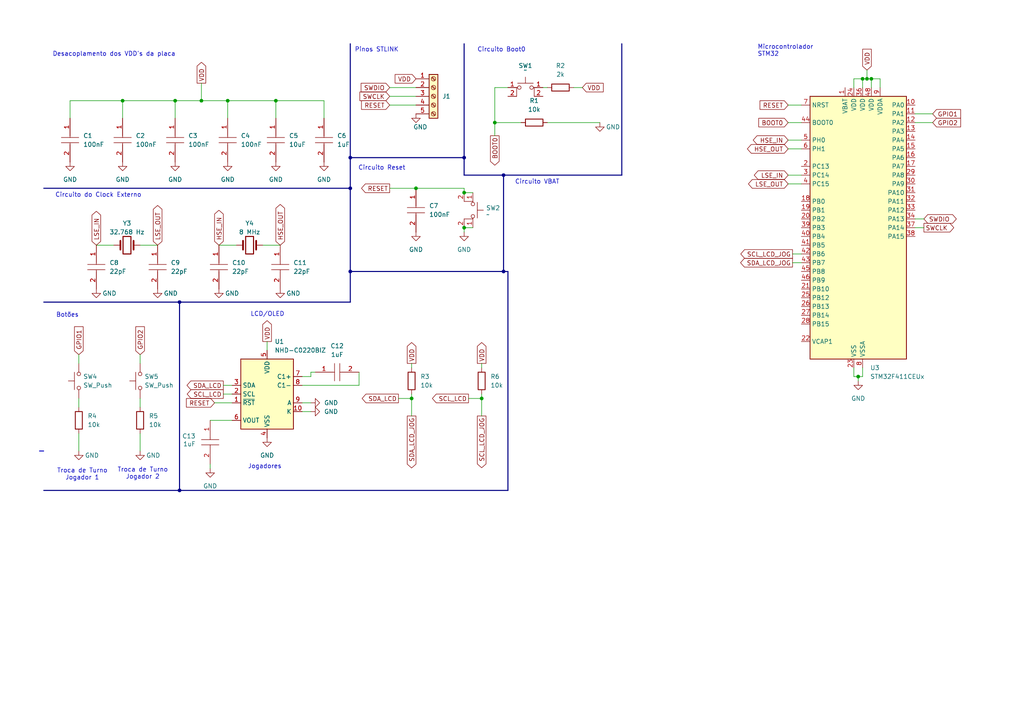
<source format=kicad_sch>
(kicad_sch
	(version 20231120)
	(generator "eeschema")
	(generator_version "8.0")
	(uuid "1557e120-6c93-41be-9467-5bfe9686b482")
	(paper "A4")
	(lib_symbols
		(symbol "C0402C101KCGACAUTO:C0402C101KCGACAUTO"
			(pin_names
				(offset 0.762)
			)
			(exclude_from_sim no)
			(in_bom yes)
			(on_board yes)
			(property "Reference" "C"
				(at 8.89 6.35 0)
				(effects
					(font
						(size 1.27 1.27)
					)
					(justify left)
				)
			)
			(property "Value" "C0402C101KCGACAUTO"
				(at 8.89 3.81 0)
				(effects
					(font
						(size 1.27 1.27)
					)
					(justify left)
				)
			)
			(property "Footprint" "CAPC1005X55N"
				(at 8.89 1.27 0)
				(effects
					(font
						(size 1.27 1.27)
					)
					(justify left)
					(hide yes)
				)
			)
			(property "Datasheet" ""
				(at 8.89 -1.27 0)
				(effects
					(font
						(size 1.27 1.27)
					)
					(justify left)
					(hide yes)
				)
			)
			(property "Description" "Multilayer Ceramic Capacitors MLCC - SMD/SMT 500V 0.0001uF C0G 0402 10% AEC-Q200"
				(at 8.89 -3.81 0)
				(effects
					(font
						(size 1.27 1.27)
					)
					(justify left)
					(hide yes)
				)
			)
			(property "Height" "0.55"
				(at 8.89 -6.35 0)
				(effects
					(font
						(size 1.27 1.27)
					)
					(justify left)
					(hide yes)
				)
			)
			(property "Mouser Part Number" "80-C0402C101KCGAUTO"
				(at 8.89 -8.89 0)
				(effects
					(font
						(size 1.27 1.27)
					)
					(justify left)
					(hide yes)
				)
			)
			(property "Mouser Price/Stock" "https://www.mouser.co.uk/ProductDetail/KEMET/C0402C101KCGACAUTO?qs=1Kr7Jg1SGW8kQysZZQPmCw%3D%3D"
				(at 8.89 -11.43 0)
				(effects
					(font
						(size 1.27 1.27)
					)
					(justify left)
					(hide yes)
				)
			)
			(property "Manufacturer_Name" "KEMET"
				(at 8.89 -13.97 0)
				(effects
					(font
						(size 1.27 1.27)
					)
					(justify left)
					(hide yes)
				)
			)
			(property "Manufacturer_Part_Number" "C0402C101KCGACAUTO"
				(at 8.89 -16.51 0)
				(effects
					(font
						(size 1.27 1.27)
					)
					(justify left)
					(hide yes)
				)
			)
			(symbol "C0402C101KCGACAUTO_0_0"
				(pin passive line
					(at 0 0 0)
					(length 5.08)
					(name "~"
						(effects
							(font
								(size 1.27 1.27)
							)
						)
					)
					(number "1"
						(effects
							(font
								(size 1.27 1.27)
							)
						)
					)
				)
				(pin passive line
					(at 12.7 0 180)
					(length 5.08)
					(name "~"
						(effects
							(font
								(size 1.27 1.27)
							)
						)
					)
					(number "2"
						(effects
							(font
								(size 1.27 1.27)
							)
						)
					)
				)
			)
			(symbol "C0402C101KCGACAUTO_0_1"
				(polyline
					(pts
						(xy 5.08 0) (xy 5.588 0)
					)
					(stroke
						(width 0.1524)
						(type solid)
					)
					(fill
						(type none)
					)
				)
				(polyline
					(pts
						(xy 5.588 2.54) (xy 5.588 -2.54)
					)
					(stroke
						(width 0.1524)
						(type solid)
					)
					(fill
						(type none)
					)
				)
				(polyline
					(pts
						(xy 7.112 0) (xy 7.62 0)
					)
					(stroke
						(width 0.1524)
						(type solid)
					)
					(fill
						(type none)
					)
				)
				(polyline
					(pts
						(xy 7.112 2.54) (xy 7.112 -2.54)
					)
					(stroke
						(width 0.1524)
						(type solid)
					)
					(fill
						(type none)
					)
				)
			)
		)
		(symbol "Connector:Screw_Terminal_01x05"
			(pin_names
				(offset 1.016) hide)
			(exclude_from_sim no)
			(in_bom yes)
			(on_board yes)
			(property "Reference" "J"
				(at 0 7.62 0)
				(effects
					(font
						(size 1.27 1.27)
					)
				)
			)
			(property "Value" "Screw_Terminal_01x05"
				(at 0 -7.62 0)
				(effects
					(font
						(size 1.27 1.27)
					)
				)
			)
			(property "Footprint" ""
				(at 0 0 0)
				(effects
					(font
						(size 1.27 1.27)
					)
					(hide yes)
				)
			)
			(property "Datasheet" "~"
				(at 0 0 0)
				(effects
					(font
						(size 1.27 1.27)
					)
					(hide yes)
				)
			)
			(property "Description" "Generic screw terminal, single row, 01x05, script generated (kicad-library-utils/schlib/autogen/connector/)"
				(at 0 0 0)
				(effects
					(font
						(size 1.27 1.27)
					)
					(hide yes)
				)
			)
			(property "ki_keywords" "screw terminal"
				(at 0 0 0)
				(effects
					(font
						(size 1.27 1.27)
					)
					(hide yes)
				)
			)
			(property "ki_fp_filters" "TerminalBlock*:*"
				(at 0 0 0)
				(effects
					(font
						(size 1.27 1.27)
					)
					(hide yes)
				)
			)
			(symbol "Screw_Terminal_01x05_1_1"
				(rectangle
					(start -1.27 6.35)
					(end 1.27 -6.35)
					(stroke
						(width 0.254)
						(type default)
					)
					(fill
						(type background)
					)
				)
				(circle
					(center 0 -5.08)
					(radius 0.635)
					(stroke
						(width 0.1524)
						(type default)
					)
					(fill
						(type none)
					)
				)
				(circle
					(center 0 -2.54)
					(radius 0.635)
					(stroke
						(width 0.1524)
						(type default)
					)
					(fill
						(type none)
					)
				)
				(polyline
					(pts
						(xy -0.5334 -4.7498) (xy 0.3302 -5.588)
					)
					(stroke
						(width 0.1524)
						(type default)
					)
					(fill
						(type none)
					)
				)
				(polyline
					(pts
						(xy -0.5334 -2.2098) (xy 0.3302 -3.048)
					)
					(stroke
						(width 0.1524)
						(type default)
					)
					(fill
						(type none)
					)
				)
				(polyline
					(pts
						(xy -0.5334 0.3302) (xy 0.3302 -0.508)
					)
					(stroke
						(width 0.1524)
						(type default)
					)
					(fill
						(type none)
					)
				)
				(polyline
					(pts
						(xy -0.5334 2.8702) (xy 0.3302 2.032)
					)
					(stroke
						(width 0.1524)
						(type default)
					)
					(fill
						(type none)
					)
				)
				(polyline
					(pts
						(xy -0.5334 5.4102) (xy 0.3302 4.572)
					)
					(stroke
						(width 0.1524)
						(type default)
					)
					(fill
						(type none)
					)
				)
				(polyline
					(pts
						(xy -0.3556 -4.572) (xy 0.508 -5.4102)
					)
					(stroke
						(width 0.1524)
						(type default)
					)
					(fill
						(type none)
					)
				)
				(polyline
					(pts
						(xy -0.3556 -2.032) (xy 0.508 -2.8702)
					)
					(stroke
						(width 0.1524)
						(type default)
					)
					(fill
						(type none)
					)
				)
				(polyline
					(pts
						(xy -0.3556 0.508) (xy 0.508 -0.3302)
					)
					(stroke
						(width 0.1524)
						(type default)
					)
					(fill
						(type none)
					)
				)
				(polyline
					(pts
						(xy -0.3556 3.048) (xy 0.508 2.2098)
					)
					(stroke
						(width 0.1524)
						(type default)
					)
					(fill
						(type none)
					)
				)
				(polyline
					(pts
						(xy -0.3556 5.588) (xy 0.508 4.7498)
					)
					(stroke
						(width 0.1524)
						(type default)
					)
					(fill
						(type none)
					)
				)
				(circle
					(center 0 0)
					(radius 0.635)
					(stroke
						(width 0.1524)
						(type default)
					)
					(fill
						(type none)
					)
				)
				(circle
					(center 0 2.54)
					(radius 0.635)
					(stroke
						(width 0.1524)
						(type default)
					)
					(fill
						(type none)
					)
				)
				(circle
					(center 0 5.08)
					(radius 0.635)
					(stroke
						(width 0.1524)
						(type default)
					)
					(fill
						(type none)
					)
				)
				(pin passive line
					(at -5.08 5.08 0)
					(length 3.81)
					(name "Pin_1"
						(effects
							(font
								(size 1.27 1.27)
							)
						)
					)
					(number "1"
						(effects
							(font
								(size 1.27 1.27)
							)
						)
					)
				)
				(pin passive line
					(at -5.08 2.54 0)
					(length 3.81)
					(name "Pin_2"
						(effects
							(font
								(size 1.27 1.27)
							)
						)
					)
					(number "2"
						(effects
							(font
								(size 1.27 1.27)
							)
						)
					)
				)
				(pin passive line
					(at -5.08 0 0)
					(length 3.81)
					(name "Pin_3"
						(effects
							(font
								(size 1.27 1.27)
							)
						)
					)
					(number "3"
						(effects
							(font
								(size 1.27 1.27)
							)
						)
					)
				)
				(pin passive line
					(at -5.08 -2.54 0)
					(length 3.81)
					(name "Pin_4"
						(effects
							(font
								(size 1.27 1.27)
							)
						)
					)
					(number "4"
						(effects
							(font
								(size 1.27 1.27)
							)
						)
					)
				)
				(pin passive line
					(at -5.08 -5.08 0)
					(length 3.81)
					(name "Pin_5"
						(effects
							(font
								(size 1.27 1.27)
							)
						)
					)
					(number "5"
						(effects
							(font
								(size 1.27 1.27)
							)
						)
					)
				)
			)
		)
		(symbol "Device:Crystal"
			(pin_numbers hide)
			(pin_names
				(offset 1.016) hide)
			(exclude_from_sim no)
			(in_bom yes)
			(on_board yes)
			(property "Reference" "Y"
				(at 0 3.81 0)
				(effects
					(font
						(size 1.27 1.27)
					)
				)
			)
			(property "Value" "Crystal"
				(at 0 -3.81 0)
				(effects
					(font
						(size 1.27 1.27)
					)
				)
			)
			(property "Footprint" ""
				(at 0 0 0)
				(effects
					(font
						(size 1.27 1.27)
					)
					(hide yes)
				)
			)
			(property "Datasheet" "~"
				(at 0 0 0)
				(effects
					(font
						(size 1.27 1.27)
					)
					(hide yes)
				)
			)
			(property "Description" "Two pin crystal"
				(at 0 0 0)
				(effects
					(font
						(size 1.27 1.27)
					)
					(hide yes)
				)
			)
			(property "ki_keywords" "quartz ceramic resonator oscillator"
				(at 0 0 0)
				(effects
					(font
						(size 1.27 1.27)
					)
					(hide yes)
				)
			)
			(property "ki_fp_filters" "Crystal*"
				(at 0 0 0)
				(effects
					(font
						(size 1.27 1.27)
					)
					(hide yes)
				)
			)
			(symbol "Crystal_0_1"
				(rectangle
					(start -1.143 2.54)
					(end 1.143 -2.54)
					(stroke
						(width 0.3048)
						(type default)
					)
					(fill
						(type none)
					)
				)
				(polyline
					(pts
						(xy -2.54 0) (xy -1.905 0)
					)
					(stroke
						(width 0)
						(type default)
					)
					(fill
						(type none)
					)
				)
				(polyline
					(pts
						(xy -1.905 -1.27) (xy -1.905 1.27)
					)
					(stroke
						(width 0.508)
						(type default)
					)
					(fill
						(type none)
					)
				)
				(polyline
					(pts
						(xy 1.905 -1.27) (xy 1.905 1.27)
					)
					(stroke
						(width 0.508)
						(type default)
					)
					(fill
						(type none)
					)
				)
				(polyline
					(pts
						(xy 2.54 0) (xy 1.905 0)
					)
					(stroke
						(width 0)
						(type default)
					)
					(fill
						(type none)
					)
				)
			)
			(symbol "Crystal_1_1"
				(pin passive line
					(at -3.81 0 0)
					(length 1.27)
					(name "1"
						(effects
							(font
								(size 1.27 1.27)
							)
						)
					)
					(number "1"
						(effects
							(font
								(size 1.27 1.27)
							)
						)
					)
				)
				(pin passive line
					(at 3.81 0 180)
					(length 1.27)
					(name "2"
						(effects
							(font
								(size 1.27 1.27)
							)
						)
					)
					(number "2"
						(effects
							(font
								(size 1.27 1.27)
							)
						)
					)
				)
			)
		)
		(symbol "Device:R"
			(pin_numbers hide)
			(pin_names
				(offset 0)
			)
			(exclude_from_sim no)
			(in_bom yes)
			(on_board yes)
			(property "Reference" "R"
				(at 2.032 0 90)
				(effects
					(font
						(size 1.27 1.27)
					)
				)
			)
			(property "Value" "R"
				(at 0 0 90)
				(effects
					(font
						(size 1.27 1.27)
					)
				)
			)
			(property "Footprint" ""
				(at -1.778 0 90)
				(effects
					(font
						(size 1.27 1.27)
					)
					(hide yes)
				)
			)
			(property "Datasheet" "~"
				(at 0 0 0)
				(effects
					(font
						(size 1.27 1.27)
					)
					(hide yes)
				)
			)
			(property "Description" "Resistor"
				(at 0 0 0)
				(effects
					(font
						(size 1.27 1.27)
					)
					(hide yes)
				)
			)
			(property "ki_keywords" "R res resistor"
				(at 0 0 0)
				(effects
					(font
						(size 1.27 1.27)
					)
					(hide yes)
				)
			)
			(property "ki_fp_filters" "R_*"
				(at 0 0 0)
				(effects
					(font
						(size 1.27 1.27)
					)
					(hide yes)
				)
			)
			(symbol "R_0_1"
				(rectangle
					(start -1.016 -2.54)
					(end 1.016 2.54)
					(stroke
						(width 0.254)
						(type default)
					)
					(fill
						(type none)
					)
				)
			)
			(symbol "R_1_1"
				(pin passive line
					(at 0 3.81 270)
					(length 1.27)
					(name "~"
						(effects
							(font
								(size 1.27 1.27)
							)
						)
					)
					(number "1"
						(effects
							(font
								(size 1.27 1.27)
							)
						)
					)
				)
				(pin passive line
					(at 0 -3.81 90)
					(length 1.27)
					(name "~"
						(effects
							(font
								(size 1.27 1.27)
							)
						)
					)
					(number "2"
						(effects
							(font
								(size 1.27 1.27)
							)
						)
					)
				)
			)
		)
		(symbol "Display_Character:NHD-C0220BIZ"
			(exclude_from_sim no)
			(in_bom yes)
			(on_board yes)
			(property "Reference" "U"
				(at -6.35 11.43 0)
				(effects
					(font
						(size 1.27 1.27)
					)
				)
			)
			(property "Value" "NHD-C0220BIZ"
				(at 8.89 11.43 0)
				(effects
					(font
						(size 1.27 1.27)
					)
				)
			)
			(property "Footprint" "Display:NHD-C0220BiZ"
				(at 0 -15.24 0)
				(effects
					(font
						(size 1.27 1.27)
					)
					(hide yes)
				)
			)
			(property "Datasheet" "http://www.newhavendisplay.com/specs/NHD-C0220BiZ-FSW-FBW-3V3M.pdf"
				(at -7.62 15.24 0)
				(effects
					(font
						(size 1.27 1.27)
					)
					(hide yes)
				)
			)
			(property "Description" "LCD 20x2 Alphanumeric 10pin Blue/White/Green Backlight, i2c, 3.3V VDD"
				(at 0 0 0)
				(effects
					(font
						(size 1.27 1.27)
					)
					(hide yes)
				)
			)
			(property "ki_keywords" "display LCD 20x2"
				(at 0 0 0)
				(effects
					(font
						(size 1.27 1.27)
					)
					(hide yes)
				)
			)
			(property "ki_fp_filters" "NHD*C0220BiZ*"
				(at 0 0 0)
				(effects
					(font
						(size 1.27 1.27)
					)
					(hide yes)
				)
			)
			(symbol "NHD-C0220BIZ_0_1"
				(rectangle
					(start -7.62 10.16)
					(end 7.62 -10.16)
					(stroke
						(width 0.254)
						(type default)
					)
					(fill
						(type background)
					)
				)
			)
			(symbol "NHD-C0220BIZ_1_1"
				(pin input line
					(at -10.16 -2.54 0)
					(length 2.54)
					(name "~{RST}"
						(effects
							(font
								(size 1.27 1.27)
							)
						)
					)
					(number "1"
						(effects
							(font
								(size 1.27 1.27)
							)
						)
					)
				)
				(pin passive line
					(at 10.16 -5.08 180)
					(length 2.54)
					(name "K"
						(effects
							(font
								(size 1.27 1.27)
							)
						)
					)
					(number "10"
						(effects
							(font
								(size 1.27 1.27)
							)
						)
					)
				)
				(pin input line
					(at -10.16 0 0)
					(length 2.54)
					(name "SCL"
						(effects
							(font
								(size 1.27 1.27)
							)
						)
					)
					(number "2"
						(effects
							(font
								(size 1.27 1.27)
							)
						)
					)
				)
				(pin bidirectional line
					(at -10.16 2.54 0)
					(length 2.54)
					(name "SDA"
						(effects
							(font
								(size 1.27 1.27)
							)
						)
					)
					(number "3"
						(effects
							(font
								(size 1.27 1.27)
							)
						)
					)
				)
				(pin power_in line
					(at 0 -12.7 90)
					(length 2.54)
					(name "VSS"
						(effects
							(font
								(size 1.27 1.27)
							)
						)
					)
					(number "4"
						(effects
							(font
								(size 1.27 1.27)
							)
						)
					)
				)
				(pin power_in line
					(at 0 12.7 270)
					(length 2.54)
					(name "VDD"
						(effects
							(font
								(size 1.27 1.27)
							)
						)
					)
					(number "5"
						(effects
							(font
								(size 1.27 1.27)
							)
						)
					)
				)
				(pin passive line
					(at -10.16 -7.62 0)
					(length 2.54)
					(name "VOUT"
						(effects
							(font
								(size 1.27 1.27)
							)
						)
					)
					(number "6"
						(effects
							(font
								(size 1.27 1.27)
							)
						)
					)
				)
				(pin passive line
					(at 10.16 5.08 180)
					(length 2.54)
					(name "C1+"
						(effects
							(font
								(size 1.27 1.27)
							)
						)
					)
					(number "7"
						(effects
							(font
								(size 1.27 1.27)
							)
						)
					)
				)
				(pin passive line
					(at 10.16 2.54 180)
					(length 2.54)
					(name "C1-"
						(effects
							(font
								(size 1.27 1.27)
							)
						)
					)
					(number "8"
						(effects
							(font
								(size 1.27 1.27)
							)
						)
					)
				)
				(pin passive line
					(at 10.16 -2.54 180)
					(length 2.54)
					(name "A"
						(effects
							(font
								(size 1.27 1.27)
							)
						)
					)
					(number "9"
						(effects
							(font
								(size 1.27 1.27)
							)
						)
					)
				)
			)
		)
		(symbol "MCU_ST_STM32F4:STM32F411CEUx"
			(exclude_from_sim no)
			(in_bom yes)
			(on_board yes)
			(property "Reference" "U"
				(at -12.7 39.37 0)
				(effects
					(font
						(size 1.27 1.27)
					)
					(justify left)
				)
			)
			(property "Value" "STM32F411CEUx"
				(at 10.16 39.37 0)
				(effects
					(font
						(size 1.27 1.27)
					)
					(justify left)
				)
			)
			(property "Footprint" "Package_DFN_QFN:QFN-48-1EP_7x7mm_P0.5mm_EP5.6x5.6mm"
				(at -12.7 -38.1 0)
				(effects
					(font
						(size 1.27 1.27)
					)
					(justify right)
					(hide yes)
				)
			)
			(property "Datasheet" "https://www.st.com/resource/en/datasheet/stm32f411ce.pdf"
				(at 0 0 0)
				(effects
					(font
						(size 1.27 1.27)
					)
					(hide yes)
				)
			)
			(property "Description" "STMicroelectronics Arm Cortex-M4 MCU, 512KB flash, 128KB RAM, 100 MHz, 1.7-3.6V, 36 GPIO, UFQFPN48"
				(at 0 0 0)
				(effects
					(font
						(size 1.27 1.27)
					)
					(hide yes)
				)
			)
			(property "ki_locked" ""
				(at 0 0 0)
				(effects
					(font
						(size 1.27 1.27)
					)
				)
			)
			(property "ki_keywords" "Arm Cortex-M4 STM32F4 STM32F411"
				(at 0 0 0)
				(effects
					(font
						(size 1.27 1.27)
					)
					(hide yes)
				)
			)
			(property "ki_fp_filters" "QFN*1EP*7x7mm*P0.5mm*"
				(at 0 0 0)
				(effects
					(font
						(size 1.27 1.27)
					)
					(hide yes)
				)
			)
			(symbol "STM32F411CEUx_0_1"
				(rectangle
					(start -12.7 -38.1)
					(end 15.24 38.1)
					(stroke
						(width 0.254)
						(type default)
					)
					(fill
						(type background)
					)
				)
			)
			(symbol "STM32F411CEUx_1_1"
				(pin power_in line
					(at -2.54 40.64 270)
					(length 2.54)
					(name "VBAT"
						(effects
							(font
								(size 1.27 1.27)
							)
						)
					)
					(number "1"
						(effects
							(font
								(size 1.27 1.27)
							)
						)
					)
				)
				(pin bidirectional line
					(at 17.78 35.56 180)
					(length 2.54)
					(name "PA0"
						(effects
							(font
								(size 1.27 1.27)
							)
						)
					)
					(number "10"
						(effects
							(font
								(size 1.27 1.27)
							)
						)
					)
					(alternate "ADC1_IN0" bidirectional line)
					(alternate "SYS_WKUP" bidirectional line)
					(alternate "TIM2_CH1" bidirectional line)
					(alternate "TIM2_ETR" bidirectional line)
					(alternate "TIM5_CH1" bidirectional line)
					(alternate "USART2_CTS" bidirectional line)
				)
				(pin bidirectional line
					(at 17.78 33.02 180)
					(length 2.54)
					(name "PA1"
						(effects
							(font
								(size 1.27 1.27)
							)
						)
					)
					(number "11"
						(effects
							(font
								(size 1.27 1.27)
							)
						)
					)
					(alternate "ADC1_IN1" bidirectional line)
					(alternate "I2S4_SD" bidirectional line)
					(alternate "SPI4_MOSI" bidirectional line)
					(alternate "TIM2_CH2" bidirectional line)
					(alternate "TIM5_CH2" bidirectional line)
					(alternate "USART2_RTS" bidirectional line)
				)
				(pin bidirectional line
					(at 17.78 30.48 180)
					(length 2.54)
					(name "PA2"
						(effects
							(font
								(size 1.27 1.27)
							)
						)
					)
					(number "12"
						(effects
							(font
								(size 1.27 1.27)
							)
						)
					)
					(alternate "ADC1_IN2" bidirectional line)
					(alternate "I2S_CKIN" bidirectional line)
					(alternate "TIM2_CH3" bidirectional line)
					(alternate "TIM5_CH3" bidirectional line)
					(alternate "TIM9_CH1" bidirectional line)
					(alternate "USART2_TX" bidirectional line)
				)
				(pin bidirectional line
					(at 17.78 27.94 180)
					(length 2.54)
					(name "PA3"
						(effects
							(font
								(size 1.27 1.27)
							)
						)
					)
					(number "13"
						(effects
							(font
								(size 1.27 1.27)
							)
						)
					)
					(alternate "ADC1_IN3" bidirectional line)
					(alternate "I2S2_MCK" bidirectional line)
					(alternate "TIM2_CH4" bidirectional line)
					(alternate "TIM5_CH4" bidirectional line)
					(alternate "TIM9_CH2" bidirectional line)
					(alternate "USART2_RX" bidirectional line)
				)
				(pin bidirectional line
					(at 17.78 25.4 180)
					(length 2.54)
					(name "PA4"
						(effects
							(font
								(size 1.27 1.27)
							)
						)
					)
					(number "14"
						(effects
							(font
								(size 1.27 1.27)
							)
						)
					)
					(alternate "ADC1_IN4" bidirectional line)
					(alternate "I2S1_WS" bidirectional line)
					(alternate "I2S3_WS" bidirectional line)
					(alternate "SPI1_NSS" bidirectional line)
					(alternate "SPI3_NSS" bidirectional line)
					(alternate "USART2_CK" bidirectional line)
				)
				(pin bidirectional line
					(at 17.78 22.86 180)
					(length 2.54)
					(name "PA5"
						(effects
							(font
								(size 1.27 1.27)
							)
						)
					)
					(number "15"
						(effects
							(font
								(size 1.27 1.27)
							)
						)
					)
					(alternate "ADC1_IN5" bidirectional line)
					(alternate "I2S1_CK" bidirectional line)
					(alternate "SPI1_SCK" bidirectional line)
					(alternate "TIM2_CH1" bidirectional line)
					(alternate "TIM2_ETR" bidirectional line)
				)
				(pin bidirectional line
					(at 17.78 20.32 180)
					(length 2.54)
					(name "PA6"
						(effects
							(font
								(size 1.27 1.27)
							)
						)
					)
					(number "16"
						(effects
							(font
								(size 1.27 1.27)
							)
						)
					)
					(alternate "ADC1_IN6" bidirectional line)
					(alternate "I2S2_MCK" bidirectional line)
					(alternate "SDIO_CMD" bidirectional line)
					(alternate "SPI1_MISO" bidirectional line)
					(alternate "TIM1_BKIN" bidirectional line)
					(alternate "TIM3_CH1" bidirectional line)
				)
				(pin bidirectional line
					(at 17.78 17.78 180)
					(length 2.54)
					(name "PA7"
						(effects
							(font
								(size 1.27 1.27)
							)
						)
					)
					(number "17"
						(effects
							(font
								(size 1.27 1.27)
							)
						)
					)
					(alternate "ADC1_IN7" bidirectional line)
					(alternate "I2S1_SD" bidirectional line)
					(alternate "SPI1_MOSI" bidirectional line)
					(alternate "TIM1_CH1N" bidirectional line)
					(alternate "TIM3_CH2" bidirectional line)
				)
				(pin bidirectional line
					(at -15.24 7.62 0)
					(length 2.54)
					(name "PB0"
						(effects
							(font
								(size 1.27 1.27)
							)
						)
					)
					(number "18"
						(effects
							(font
								(size 1.27 1.27)
							)
						)
					)
					(alternate "ADC1_IN8" bidirectional line)
					(alternate "I2S5_CK" bidirectional line)
					(alternate "SPI5_SCK" bidirectional line)
					(alternate "TIM1_CH2N" bidirectional line)
					(alternate "TIM3_CH3" bidirectional line)
				)
				(pin bidirectional line
					(at -15.24 5.08 0)
					(length 2.54)
					(name "PB1"
						(effects
							(font
								(size 1.27 1.27)
							)
						)
					)
					(number "19"
						(effects
							(font
								(size 1.27 1.27)
							)
						)
					)
					(alternate "ADC1_IN9" bidirectional line)
					(alternate "I2S5_WS" bidirectional line)
					(alternate "SPI5_NSS" bidirectional line)
					(alternate "TIM1_CH3N" bidirectional line)
					(alternate "TIM3_CH4" bidirectional line)
				)
				(pin bidirectional line
					(at -15.24 17.78 0)
					(length 2.54)
					(name "PC13"
						(effects
							(font
								(size 1.27 1.27)
							)
						)
					)
					(number "2"
						(effects
							(font
								(size 1.27 1.27)
							)
						)
					)
					(alternate "RTC_AF1" bidirectional line)
				)
				(pin bidirectional line
					(at -15.24 2.54 0)
					(length 2.54)
					(name "PB2"
						(effects
							(font
								(size 1.27 1.27)
							)
						)
					)
					(number "20"
						(effects
							(font
								(size 1.27 1.27)
							)
						)
					)
				)
				(pin bidirectional line
					(at -15.24 -17.78 0)
					(length 2.54)
					(name "PB10"
						(effects
							(font
								(size 1.27 1.27)
							)
						)
					)
					(number "21"
						(effects
							(font
								(size 1.27 1.27)
							)
						)
					)
					(alternate "I2C2_SCL" bidirectional line)
					(alternate "I2S2_CK" bidirectional line)
					(alternate "I2S3_MCK" bidirectional line)
					(alternate "SDIO_D7" bidirectional line)
					(alternate "SPI2_SCK" bidirectional line)
					(alternate "TIM2_CH3" bidirectional line)
				)
				(pin power_out line
					(at -15.24 -33.02 0)
					(length 2.54)
					(name "VCAP1"
						(effects
							(font
								(size 1.27 1.27)
							)
						)
					)
					(number "22"
						(effects
							(font
								(size 1.27 1.27)
							)
						)
					)
				)
				(pin power_in line
					(at 0 -40.64 90)
					(length 2.54)
					(name "VSS"
						(effects
							(font
								(size 1.27 1.27)
							)
						)
					)
					(number "23"
						(effects
							(font
								(size 1.27 1.27)
							)
						)
					)
				)
				(pin power_in line
					(at 0 40.64 270)
					(length 2.54)
					(name "VDD"
						(effects
							(font
								(size 1.27 1.27)
							)
						)
					)
					(number "24"
						(effects
							(font
								(size 1.27 1.27)
							)
						)
					)
				)
				(pin bidirectional line
					(at -15.24 -20.32 0)
					(length 2.54)
					(name "PB12"
						(effects
							(font
								(size 1.27 1.27)
							)
						)
					)
					(number "25"
						(effects
							(font
								(size 1.27 1.27)
							)
						)
					)
					(alternate "I2C2_SMBA" bidirectional line)
					(alternate "I2S2_WS" bidirectional line)
					(alternate "I2S3_CK" bidirectional line)
					(alternate "I2S4_WS" bidirectional line)
					(alternate "SPI2_NSS" bidirectional line)
					(alternate "SPI3_SCK" bidirectional line)
					(alternate "SPI4_NSS" bidirectional line)
					(alternate "TIM1_BKIN" bidirectional line)
				)
				(pin bidirectional line
					(at -15.24 -22.86 0)
					(length 2.54)
					(name "PB13"
						(effects
							(font
								(size 1.27 1.27)
							)
						)
					)
					(number "26"
						(effects
							(font
								(size 1.27 1.27)
							)
						)
					)
					(alternate "I2S2_CK" bidirectional line)
					(alternate "I2S4_CK" bidirectional line)
					(alternate "SPI2_SCK" bidirectional line)
					(alternate "SPI4_SCK" bidirectional line)
					(alternate "TIM1_CH1N" bidirectional line)
				)
				(pin bidirectional line
					(at -15.24 -25.4 0)
					(length 2.54)
					(name "PB14"
						(effects
							(font
								(size 1.27 1.27)
							)
						)
					)
					(number "27"
						(effects
							(font
								(size 1.27 1.27)
							)
						)
					)
					(alternate "I2S2_ext_SD" bidirectional line)
					(alternate "SDIO_D6" bidirectional line)
					(alternate "SPI2_MISO" bidirectional line)
					(alternate "TIM1_CH2N" bidirectional line)
				)
				(pin bidirectional line
					(at -15.24 -27.94 0)
					(length 2.54)
					(name "PB15"
						(effects
							(font
								(size 1.27 1.27)
							)
						)
					)
					(number "28"
						(effects
							(font
								(size 1.27 1.27)
							)
						)
					)
					(alternate "ADC1_EXTI15" bidirectional line)
					(alternate "I2S2_SD" bidirectional line)
					(alternate "RTC_REFIN" bidirectional line)
					(alternate "SDIO_CK" bidirectional line)
					(alternate "SPI2_MOSI" bidirectional line)
					(alternate "TIM1_CH3N" bidirectional line)
				)
				(pin bidirectional line
					(at 17.78 15.24 180)
					(length 2.54)
					(name "PA8"
						(effects
							(font
								(size 1.27 1.27)
							)
						)
					)
					(number "29"
						(effects
							(font
								(size 1.27 1.27)
							)
						)
					)
					(alternate "I2C3_SCL" bidirectional line)
					(alternate "RCC_MCO_1" bidirectional line)
					(alternate "SDIO_D1" bidirectional line)
					(alternate "TIM1_CH1" bidirectional line)
					(alternate "USART1_CK" bidirectional line)
					(alternate "USB_OTG_FS_SOF" bidirectional line)
				)
				(pin bidirectional line
					(at -15.24 15.24 0)
					(length 2.54)
					(name "PC14"
						(effects
							(font
								(size 1.27 1.27)
							)
						)
					)
					(number "3"
						(effects
							(font
								(size 1.27 1.27)
							)
						)
					)
					(alternate "RCC_OSC32_IN" bidirectional line)
				)
				(pin bidirectional line
					(at 17.78 12.7 180)
					(length 2.54)
					(name "PA9"
						(effects
							(font
								(size 1.27 1.27)
							)
						)
					)
					(number "30"
						(effects
							(font
								(size 1.27 1.27)
							)
						)
					)
					(alternate "I2C3_SMBA" bidirectional line)
					(alternate "SDIO_D2" bidirectional line)
					(alternate "TIM1_CH2" bidirectional line)
					(alternate "USART1_TX" bidirectional line)
					(alternate "USB_OTG_FS_VBUS" bidirectional line)
				)
				(pin bidirectional line
					(at 17.78 10.16 180)
					(length 2.54)
					(name "PA10"
						(effects
							(font
								(size 1.27 1.27)
							)
						)
					)
					(number "31"
						(effects
							(font
								(size 1.27 1.27)
							)
						)
					)
					(alternate "I2S5_SD" bidirectional line)
					(alternate "SPI5_MOSI" bidirectional line)
					(alternate "TIM1_CH3" bidirectional line)
					(alternate "USART1_RX" bidirectional line)
					(alternate "USB_OTG_FS_ID" bidirectional line)
				)
				(pin bidirectional line
					(at 17.78 7.62 180)
					(length 2.54)
					(name "PA11"
						(effects
							(font
								(size 1.27 1.27)
							)
						)
					)
					(number "32"
						(effects
							(font
								(size 1.27 1.27)
							)
						)
					)
					(alternate "ADC1_EXTI11" bidirectional line)
					(alternate "SPI4_MISO" bidirectional line)
					(alternate "TIM1_CH4" bidirectional line)
					(alternate "USART1_CTS" bidirectional line)
					(alternate "USART6_TX" bidirectional line)
					(alternate "USB_OTG_FS_DM" bidirectional line)
				)
				(pin bidirectional line
					(at 17.78 5.08 180)
					(length 2.54)
					(name "PA12"
						(effects
							(font
								(size 1.27 1.27)
							)
						)
					)
					(number "33"
						(effects
							(font
								(size 1.27 1.27)
							)
						)
					)
					(alternate "SPI5_MISO" bidirectional line)
					(alternate "TIM1_ETR" bidirectional line)
					(alternate "USART1_RTS" bidirectional line)
					(alternate "USART6_RX" bidirectional line)
					(alternate "USB_OTG_FS_DP" bidirectional line)
				)
				(pin bidirectional line
					(at 17.78 2.54 180)
					(length 2.54)
					(name "PA13"
						(effects
							(font
								(size 1.27 1.27)
							)
						)
					)
					(number "34"
						(effects
							(font
								(size 1.27 1.27)
							)
						)
					)
					(alternate "SYS_JTMS-SWDIO" bidirectional line)
				)
				(pin passive line
					(at 0 -40.64 90)
					(length 2.54) hide
					(name "VSS"
						(effects
							(font
								(size 1.27 1.27)
							)
						)
					)
					(number "35"
						(effects
							(font
								(size 1.27 1.27)
							)
						)
					)
				)
				(pin power_in line
					(at 2.54 40.64 270)
					(length 2.54)
					(name "VDD"
						(effects
							(font
								(size 1.27 1.27)
							)
						)
					)
					(number "36"
						(effects
							(font
								(size 1.27 1.27)
							)
						)
					)
				)
				(pin bidirectional line
					(at 17.78 0 180)
					(length 2.54)
					(name "PA14"
						(effects
							(font
								(size 1.27 1.27)
							)
						)
					)
					(number "37"
						(effects
							(font
								(size 1.27 1.27)
							)
						)
					)
					(alternate "SYS_JTCK-SWCLK" bidirectional line)
				)
				(pin bidirectional line
					(at 17.78 -2.54 180)
					(length 2.54)
					(name "PA15"
						(effects
							(font
								(size 1.27 1.27)
							)
						)
					)
					(number "38"
						(effects
							(font
								(size 1.27 1.27)
							)
						)
					)
					(alternate "ADC1_EXTI15" bidirectional line)
					(alternate "I2S1_WS" bidirectional line)
					(alternate "I2S3_WS" bidirectional line)
					(alternate "SPI1_NSS" bidirectional line)
					(alternate "SPI3_NSS" bidirectional line)
					(alternate "SYS_JTDI" bidirectional line)
					(alternate "TIM2_CH1" bidirectional line)
					(alternate "TIM2_ETR" bidirectional line)
					(alternate "USART1_TX" bidirectional line)
				)
				(pin bidirectional line
					(at -15.24 0 0)
					(length 2.54)
					(name "PB3"
						(effects
							(font
								(size 1.27 1.27)
							)
						)
					)
					(number "39"
						(effects
							(font
								(size 1.27 1.27)
							)
						)
					)
					(alternate "I2C2_SDA" bidirectional line)
					(alternate "I2S1_CK" bidirectional line)
					(alternate "I2S3_CK" bidirectional line)
					(alternate "SPI1_SCK" bidirectional line)
					(alternate "SPI3_SCK" bidirectional line)
					(alternate "SYS_JTDO-SWO" bidirectional line)
					(alternate "TIM2_CH2" bidirectional line)
					(alternate "USART1_RX" bidirectional line)
				)
				(pin bidirectional line
					(at -15.24 12.7 0)
					(length 2.54)
					(name "PC15"
						(effects
							(font
								(size 1.27 1.27)
							)
						)
					)
					(number "4"
						(effects
							(font
								(size 1.27 1.27)
							)
						)
					)
					(alternate "ADC1_EXTI15" bidirectional line)
					(alternate "RCC_OSC32_OUT" bidirectional line)
				)
				(pin bidirectional line
					(at -15.24 -2.54 0)
					(length 2.54)
					(name "PB4"
						(effects
							(font
								(size 1.27 1.27)
							)
						)
					)
					(number "40"
						(effects
							(font
								(size 1.27 1.27)
							)
						)
					)
					(alternate "I2C3_SDA" bidirectional line)
					(alternate "I2S3_ext_SD" bidirectional line)
					(alternate "SDIO_D0" bidirectional line)
					(alternate "SPI1_MISO" bidirectional line)
					(alternate "SPI3_MISO" bidirectional line)
					(alternate "SYS_JTRST" bidirectional line)
					(alternate "TIM3_CH1" bidirectional line)
				)
				(pin bidirectional line
					(at -15.24 -5.08 0)
					(length 2.54)
					(name "PB5"
						(effects
							(font
								(size 1.27 1.27)
							)
						)
					)
					(number "41"
						(effects
							(font
								(size 1.27 1.27)
							)
						)
					)
					(alternate "I2C1_SMBA" bidirectional line)
					(alternate "I2S1_SD" bidirectional line)
					(alternate "I2S3_SD" bidirectional line)
					(alternate "SDIO_D3" bidirectional line)
					(alternate "SPI1_MOSI" bidirectional line)
					(alternate "SPI3_MOSI" bidirectional line)
					(alternate "TIM3_CH2" bidirectional line)
				)
				(pin bidirectional line
					(at -15.24 -7.62 0)
					(length 2.54)
					(name "PB6"
						(effects
							(font
								(size 1.27 1.27)
							)
						)
					)
					(number "42"
						(effects
							(font
								(size 1.27 1.27)
							)
						)
					)
					(alternate "I2C1_SCL" bidirectional line)
					(alternate "TIM4_CH1" bidirectional line)
					(alternate "USART1_TX" bidirectional line)
				)
				(pin bidirectional line
					(at -15.24 -10.16 0)
					(length 2.54)
					(name "PB7"
						(effects
							(font
								(size 1.27 1.27)
							)
						)
					)
					(number "43"
						(effects
							(font
								(size 1.27 1.27)
							)
						)
					)
					(alternate "I2C1_SDA" bidirectional line)
					(alternate "SDIO_D0" bidirectional line)
					(alternate "TIM4_CH2" bidirectional line)
					(alternate "USART1_RX" bidirectional line)
				)
				(pin input line
					(at -15.24 30.48 0)
					(length 2.54)
					(name "BOOT0"
						(effects
							(font
								(size 1.27 1.27)
							)
						)
					)
					(number "44"
						(effects
							(font
								(size 1.27 1.27)
							)
						)
					)
				)
				(pin bidirectional line
					(at -15.24 -12.7 0)
					(length 2.54)
					(name "PB8"
						(effects
							(font
								(size 1.27 1.27)
							)
						)
					)
					(number "45"
						(effects
							(font
								(size 1.27 1.27)
							)
						)
					)
					(alternate "I2C1_SCL" bidirectional line)
					(alternate "I2C3_SDA" bidirectional line)
					(alternate "I2S5_SD" bidirectional line)
					(alternate "SDIO_D4" bidirectional line)
					(alternate "SPI5_MOSI" bidirectional line)
					(alternate "TIM10_CH1" bidirectional line)
					(alternate "TIM4_CH3" bidirectional line)
				)
				(pin bidirectional line
					(at -15.24 -15.24 0)
					(length 2.54)
					(name "PB9"
						(effects
							(font
								(size 1.27 1.27)
							)
						)
					)
					(number "46"
						(effects
							(font
								(size 1.27 1.27)
							)
						)
					)
					(alternate "I2C1_SDA" bidirectional line)
					(alternate "I2C2_SDA" bidirectional line)
					(alternate "I2S2_WS" bidirectional line)
					(alternate "SDIO_D5" bidirectional line)
					(alternate "SPI2_NSS" bidirectional line)
					(alternate "TIM11_CH1" bidirectional line)
					(alternate "TIM4_CH4" bidirectional line)
				)
				(pin passive line
					(at 0 -40.64 90)
					(length 2.54) hide
					(name "VSS"
						(effects
							(font
								(size 1.27 1.27)
							)
						)
					)
					(number "47"
						(effects
							(font
								(size 1.27 1.27)
							)
						)
					)
				)
				(pin power_in line
					(at 5.08 40.64 270)
					(length 2.54)
					(name "VDD"
						(effects
							(font
								(size 1.27 1.27)
							)
						)
					)
					(number "48"
						(effects
							(font
								(size 1.27 1.27)
							)
						)
					)
				)
				(pin passive line
					(at 0 -40.64 90)
					(length 2.54) hide
					(name "VSS"
						(effects
							(font
								(size 1.27 1.27)
							)
						)
					)
					(number "49"
						(effects
							(font
								(size 1.27 1.27)
							)
						)
					)
				)
				(pin bidirectional line
					(at -15.24 25.4 0)
					(length 2.54)
					(name "PH0"
						(effects
							(font
								(size 1.27 1.27)
							)
						)
					)
					(number "5"
						(effects
							(font
								(size 1.27 1.27)
							)
						)
					)
					(alternate "RCC_OSC_IN" bidirectional line)
				)
				(pin bidirectional line
					(at -15.24 22.86 0)
					(length 2.54)
					(name "PH1"
						(effects
							(font
								(size 1.27 1.27)
							)
						)
					)
					(number "6"
						(effects
							(font
								(size 1.27 1.27)
							)
						)
					)
					(alternate "RCC_OSC_OUT" bidirectional line)
				)
				(pin input line
					(at -15.24 35.56 0)
					(length 2.54)
					(name "NRST"
						(effects
							(font
								(size 1.27 1.27)
							)
						)
					)
					(number "7"
						(effects
							(font
								(size 1.27 1.27)
							)
						)
					)
				)
				(pin power_in line
					(at 2.54 -40.64 90)
					(length 2.54)
					(name "VSSA"
						(effects
							(font
								(size 1.27 1.27)
							)
						)
					)
					(number "8"
						(effects
							(font
								(size 1.27 1.27)
							)
						)
					)
				)
				(pin power_in line
					(at 7.62 40.64 270)
					(length 2.54)
					(name "VDDA"
						(effects
							(font
								(size 1.27 1.27)
							)
						)
					)
					(number "9"
						(effects
							(font
								(size 1.27 1.27)
							)
						)
					)
				)
			)
		)
		(symbol "Switch:SW_MEC_5E"
			(pin_names
				(offset 1.016) hide)
			(exclude_from_sim no)
			(in_bom yes)
			(on_board yes)
			(property "Reference" "SW"
				(at 0.635 5.715 0)
				(effects
					(font
						(size 1.27 1.27)
					)
					(justify left)
				)
			)
			(property "Value" "SW_MEC_5E"
				(at 0 -3.175 0)
				(effects
					(font
						(size 1.27 1.27)
					)
				)
			)
			(property "Footprint" ""
				(at 0 7.62 0)
				(effects
					(font
						(size 1.27 1.27)
					)
					(hide yes)
				)
			)
			(property "Datasheet" "http://www.apem.com/int/index.php?controller=attachment&id_attachment=1371"
				(at 0 7.62 0)
				(effects
					(font
						(size 1.27 1.27)
					)
					(hide yes)
				)
			)
			(property "Description" "MEC 5E single pole normally-open tactile switch"
				(at 0 0 0)
				(effects
					(font
						(size 1.27 1.27)
					)
					(hide yes)
				)
			)
			(property "ki_keywords" "switch normally-open pushbutton push-button"
				(at 0 0 0)
				(effects
					(font
						(size 1.27 1.27)
					)
					(hide yes)
				)
			)
			(property "ki_fp_filters" "SW*MEC*5G*"
				(at 0 0 0)
				(effects
					(font
						(size 1.27 1.27)
					)
					(hide yes)
				)
			)
			(symbol "SW_MEC_5E_0_1"
				(circle
					(center -1.778 2.54)
					(radius 0.508)
					(stroke
						(width 0)
						(type default)
					)
					(fill
						(type none)
					)
				)
				(polyline
					(pts
						(xy -2.286 3.81) (xy 2.286 3.81)
					)
					(stroke
						(width 0)
						(type default)
					)
					(fill
						(type none)
					)
				)
				(polyline
					(pts
						(xy 0 3.81) (xy 0 5.588)
					)
					(stroke
						(width 0)
						(type default)
					)
					(fill
						(type none)
					)
				)
				(polyline
					(pts
						(xy -2.54 0) (xy -2.54 2.54) (xy -2.286 2.54)
					)
					(stroke
						(width 0)
						(type default)
					)
					(fill
						(type none)
					)
				)
				(polyline
					(pts
						(xy 2.54 0) (xy 2.54 2.54) (xy 2.286 2.54)
					)
					(stroke
						(width 0)
						(type default)
					)
					(fill
						(type none)
					)
				)
				(circle
					(center 1.778 2.54)
					(radius 0.508)
					(stroke
						(width 0)
						(type default)
					)
					(fill
						(type none)
					)
				)
				(pin passive line
					(at -5.08 2.54 0)
					(length 2.54)
					(name "1"
						(effects
							(font
								(size 1.27 1.27)
							)
						)
					)
					(number "1"
						(effects
							(font
								(size 1.27 1.27)
							)
						)
					)
				)
				(pin passive line
					(at -5.08 0 0)
					(length 2.54)
					(name "2"
						(effects
							(font
								(size 1.27 1.27)
							)
						)
					)
					(number "2"
						(effects
							(font
								(size 1.27 1.27)
							)
						)
					)
				)
			)
			(symbol "SW_MEC_5E_1_1"
				(pin passive line
					(at 5.08 2.54 180)
					(length 2.54)
					(name "A"
						(effects
							(font
								(size 1.27 1.27)
							)
						)
					)
					(number "1"
						(effects
							(font
								(size 1.27 1.27)
							)
						)
					)
				)
				(pin passive line
					(at 5.08 0 180)
					(length 2.54)
					(name "K"
						(effects
							(font
								(size 1.27 1.27)
							)
						)
					)
					(number "2"
						(effects
							(font
								(size 1.27 1.27)
							)
						)
					)
				)
			)
		)
		(symbol "Switch:SW_Push"
			(pin_numbers hide)
			(pin_names
				(offset 1.016) hide)
			(exclude_from_sim no)
			(in_bom yes)
			(on_board yes)
			(property "Reference" "SW"
				(at 1.27 2.54 0)
				(effects
					(font
						(size 1.27 1.27)
					)
					(justify left)
				)
			)
			(property "Value" "SW_Push"
				(at 0 -1.524 0)
				(effects
					(font
						(size 1.27 1.27)
					)
				)
			)
			(property "Footprint" ""
				(at 0 5.08 0)
				(effects
					(font
						(size 1.27 1.27)
					)
					(hide yes)
				)
			)
			(property "Datasheet" "~"
				(at 0 5.08 0)
				(effects
					(font
						(size 1.27 1.27)
					)
					(hide yes)
				)
			)
			(property "Description" "Push button switch, generic, two pins"
				(at 0 0 0)
				(effects
					(font
						(size 1.27 1.27)
					)
					(hide yes)
				)
			)
			(property "ki_keywords" "switch normally-open pushbutton push-button"
				(at 0 0 0)
				(effects
					(font
						(size 1.27 1.27)
					)
					(hide yes)
				)
			)
			(symbol "SW_Push_0_1"
				(circle
					(center -2.032 0)
					(radius 0.508)
					(stroke
						(width 0)
						(type default)
					)
					(fill
						(type none)
					)
				)
				(polyline
					(pts
						(xy 0 1.27) (xy 0 3.048)
					)
					(stroke
						(width 0)
						(type default)
					)
					(fill
						(type none)
					)
				)
				(polyline
					(pts
						(xy 2.54 1.27) (xy -2.54 1.27)
					)
					(stroke
						(width 0)
						(type default)
					)
					(fill
						(type none)
					)
				)
				(circle
					(center 2.032 0)
					(radius 0.508)
					(stroke
						(width 0)
						(type default)
					)
					(fill
						(type none)
					)
				)
				(pin passive line
					(at -5.08 0 0)
					(length 2.54)
					(name "1"
						(effects
							(font
								(size 1.27 1.27)
							)
						)
					)
					(number "1"
						(effects
							(font
								(size 1.27 1.27)
							)
						)
					)
				)
				(pin passive line
					(at 5.08 0 180)
					(length 2.54)
					(name "2"
						(effects
							(font
								(size 1.27 1.27)
							)
						)
					)
					(number "2"
						(effects
							(font
								(size 1.27 1.27)
							)
						)
					)
				)
			)
		)
		(symbol "power:GND"
			(power)
			(pin_names
				(offset 0)
			)
			(exclude_from_sim no)
			(in_bom yes)
			(on_board yes)
			(property "Reference" "#PWR"
				(at 0 -6.35 0)
				(effects
					(font
						(size 1.27 1.27)
					)
					(hide yes)
				)
			)
			(property "Value" "GND"
				(at 0 -3.81 0)
				(effects
					(font
						(size 1.27 1.27)
					)
				)
			)
			(property "Footprint" ""
				(at 0 0 0)
				(effects
					(font
						(size 1.27 1.27)
					)
					(hide yes)
				)
			)
			(property "Datasheet" ""
				(at 0 0 0)
				(effects
					(font
						(size 1.27 1.27)
					)
					(hide yes)
				)
			)
			(property "Description" "Power symbol creates a global label with name \"GND\" , ground"
				(at 0 0 0)
				(effects
					(font
						(size 1.27 1.27)
					)
					(hide yes)
				)
			)
			(property "ki_keywords" "global power"
				(at 0 0 0)
				(effects
					(font
						(size 1.27 1.27)
					)
					(hide yes)
				)
			)
			(symbol "GND_0_1"
				(polyline
					(pts
						(xy 0 0) (xy 0 -1.27) (xy 1.27 -1.27) (xy 0 -2.54) (xy -1.27 -1.27) (xy 0 -1.27)
					)
					(stroke
						(width 0)
						(type default)
					)
					(fill
						(type none)
					)
				)
			)
			(symbol "GND_1_1"
				(pin power_in line
					(at 0 0 270)
					(length 0) hide
					(name "GND"
						(effects
							(font
								(size 1.27 1.27)
							)
						)
					)
					(number "1"
						(effects
							(font
								(size 1.27 1.27)
							)
						)
					)
				)
			)
		)
	)
	(junction
		(at 250.19 22.86)
		(diameter 0)
		(color 0 0 0 0)
		(uuid "1406b47c-e01e-4669-9c25-a319b56635ed")
	)
	(junction
		(at 251.46 22.86)
		(diameter 0)
		(color 0 0 0 0)
		(uuid "24d7c74b-1118-40a8-8be1-c6dd9db20ecd")
	)
	(junction
		(at 80.01 29.21)
		(diameter 0)
		(color 0 0 0 0)
		(uuid "29c38e71-6a61-4a4c-8850-361ecb96a739")
	)
	(junction
		(at 58.42 29.21)
		(diameter 0)
		(color 0 0 0 0)
		(uuid "325c4674-afa9-4d48-91c9-33771c0ddada")
	)
	(junction
		(at 120.65 54.61)
		(diameter 0)
		(color 0 0 0 0)
		(uuid "3a5091bd-9bc6-4568-94a3-c9d5a673b669")
	)
	(junction
		(at 101.6 54.61)
		(diameter 0)
		(color 0 0 0 0)
		(uuid "3a8aa1c2-d893-4273-916a-aa4cb88649d0")
	)
	(junction
		(at 66.04 29.21)
		(diameter 0)
		(color 0 0 0 0)
		(uuid "4529a462-21e4-499b-850e-1182631978f0")
	)
	(junction
		(at 134.62 66.04)
		(diameter 0)
		(color 0 0 0 0)
		(uuid "52b7d909-aa03-4d22-af73-5719a9a95f42")
	)
	(junction
		(at 52.07 142.24)
		(diameter 0)
		(color 0 0 0 0)
		(uuid "62fb6374-6977-4015-9b82-f1b8f9fbcb0f")
	)
	(junction
		(at 52.07 87.63)
		(diameter 0)
		(color 0 0 0 0)
		(uuid "63641007-97ac-4f42-a037-4c6e20ccd615")
	)
	(junction
		(at 134.62 55.88)
		(diameter 0)
		(color 0 0 0 0)
		(uuid "6aa0f8eb-257a-4460-88f8-164b32bdf264")
	)
	(junction
		(at 248.92 109.22)
		(diameter 0)
		(color 0 0 0 0)
		(uuid "708621a2-06d9-4a73-a94d-9f6b21fc9372")
	)
	(junction
		(at 146.05 78.74)
		(diameter 0)
		(color 0 0 0 0)
		(uuid "729209c2-6640-4d97-ab52-f48a31f871f9")
	)
	(junction
		(at 101.6 78.74)
		(diameter 0)
		(color 0 0 0 0)
		(uuid "79f6078c-a7ad-4942-bc41-11a3cf4ac815")
	)
	(junction
		(at 252.73 22.86)
		(diameter 0)
		(color 0 0 0 0)
		(uuid "946ba5f5-a5a1-489d-863c-1993a1e83a08")
	)
	(junction
		(at 50.8 29.21)
		(diameter 0)
		(color 0 0 0 0)
		(uuid "a1ee8b64-eb80-4719-85ea-e258de256990")
	)
	(junction
		(at 139.7 115.57)
		(diameter 0)
		(color 0 0 0 0)
		(uuid "afc0cf50-9192-4d38-a7a3-facef9f117ec")
	)
	(junction
		(at 101.6 45.72)
		(diameter 0)
		(color 0 0 0 0)
		(uuid "b67421c3-afaf-46dd-8086-42095c62b1dd")
	)
	(junction
		(at 134.62 45.72)
		(diameter 0)
		(color 0 0 0 0)
		(uuid "b9e1aea7-ba0e-4ef0-b184-549d90721c9f")
	)
	(junction
		(at 35.56 29.21)
		(diameter 0)
		(color 0 0 0 0)
		(uuid "c145b56b-2cf9-4a13-a1e5-b8d1d1b20036")
	)
	(junction
		(at 143.51 35.56)
		(diameter 0)
		(color 0 0 0 0)
		(uuid "cc866474-c86d-4f1f-b8bb-2bd91f4848b6")
	)
	(junction
		(at 146.05 50.8)
		(diameter 0)
		(color 0 0 0 0)
		(uuid "e815e2c9-6f21-443d-a255-7d04d038fce9")
	)
	(junction
		(at 119.38 115.57)
		(diameter 0)
		(color 0 0 0 0)
		(uuid "eb1b8230-7b6d-46fe-bc1e-702793c41e23")
	)
	(wire
		(pts
			(xy 90.17 107.95) (xy 91.44 107.95)
		)
		(stroke
			(width 0)
			(type default)
		)
		(uuid "001eacd0-b168-48cd-a9a1-29ee00f58220")
	)
	(wire
		(pts
			(xy 119.38 115.57) (xy 115.57 115.57)
		)
		(stroke
			(width 0)
			(type default)
		)
		(uuid "01dfd1a4-a04f-4dc3-ac29-99882c886d60")
	)
	(wire
		(pts
			(xy 22.86 102.87) (xy 22.86 105.41)
		)
		(stroke
			(width 0)
			(type default)
		)
		(uuid "03456c13-b381-4823-bde0-b1b3535957fa")
	)
	(bus
		(pts
			(xy 52.07 87.63) (xy 101.6 87.63)
		)
		(stroke
			(width 0)
			(type default)
		)
		(uuid "0c97b9c2-2a39-493a-8a5e-19585d0b24ac")
	)
	(bus
		(pts
			(xy 12.7 54.61) (xy 101.6 54.61)
		)
		(stroke
			(width 0)
			(type default)
		)
		(uuid "11e14056-e1e6-4a1e-9409-1ca409d661d7")
	)
	(bus
		(pts
			(xy 101.6 78.74) (xy 146.05 78.74)
		)
		(stroke
			(width 0)
			(type default)
		)
		(uuid "1237acaa-ac48-45a2-9851-36828d83113d")
	)
	(wire
		(pts
			(xy 250.19 25.4) (xy 250.19 22.86)
		)
		(stroke
			(width 0)
			(type default)
		)
		(uuid "12ba64da-d660-464b-ba2b-22525295e954")
	)
	(wire
		(pts
			(xy 120.65 25.4) (xy 113.03 25.4)
		)
		(stroke
			(width 0)
			(type default)
		)
		(uuid "143c68ba-d6da-4365-9ca7-e0e4d28974ef")
	)
	(bus
		(pts
			(xy 134.62 50.8) (xy 134.62 45.72)
		)
		(stroke
			(width 0)
			(type default)
		)
		(uuid "18910f52-070c-452c-9a91-3b18ee1a26bc")
	)
	(polyline
		(pts
			(xy 11.43 130.81) (xy 12.7 130.81)
		)
		(stroke
			(width 0)
			(type default)
		)
		(uuid "18ce8a64-96f7-47fb-9917-375f310e312f")
	)
	(wire
		(pts
			(xy 248.92 109.22) (xy 248.92 110.49)
		)
		(stroke
			(width 0)
			(type default)
		)
		(uuid "1a0e3d9e-18a8-4c5d-9709-500a7b66d21c")
	)
	(wire
		(pts
			(xy 87.63 116.84) (xy 90.17 116.84)
		)
		(stroke
			(width 0)
			(type default)
		)
		(uuid "1d8c0211-90c9-443f-bab2-547768579254")
	)
	(wire
		(pts
			(xy 87.63 119.38) (xy 90.17 119.38)
		)
		(stroke
			(width 0)
			(type default)
		)
		(uuid "228315cb-92a9-4151-a211-a822b2bb52bd")
	)
	(wire
		(pts
			(xy 139.7 114.3) (xy 139.7 115.57)
		)
		(stroke
			(width 0)
			(type default)
		)
		(uuid "28cb6fc5-5990-4add-86af-6e36bae7d060")
	)
	(wire
		(pts
			(xy 229.87 76.2) (xy 232.41 76.2)
		)
		(stroke
			(width 0)
			(type default)
		)
		(uuid "2a52a8ff-dd44-402c-8f65-1e3f512b3d10")
	)
	(wire
		(pts
			(xy 60.96 134.62) (xy 60.96 135.89)
		)
		(stroke
			(width 0)
			(type default)
		)
		(uuid "333e3644-b022-4f39-bd07-d901371e2238")
	)
	(bus
		(pts
			(xy 101.6 78.74) (xy 101.6 87.63)
		)
		(stroke
			(width 0)
			(type default)
		)
		(uuid "3b1835e4-9d10-4473-8364-15c03c262dfd")
	)
	(wire
		(pts
			(xy 252.73 25.4) (xy 252.73 22.86)
		)
		(stroke
			(width 0)
			(type default)
		)
		(uuid "3b98e4e4-90cc-4140-acf2-3800ed686c49")
	)
	(bus
		(pts
			(xy 147.32 78.74) (xy 146.05 78.74)
		)
		(stroke
			(width 0)
			(type default)
		)
		(uuid "3daa1f08-a3c4-4481-8ba7-b581bab08d44")
	)
	(wire
		(pts
			(xy 158.75 35.56) (xy 173.99 35.56)
		)
		(stroke
			(width 0)
			(type default)
		)
		(uuid "3ea41a6c-eb7b-4258-bd25-c94bdd6e3612")
	)
	(bus
		(pts
			(xy 147.32 142.24) (xy 147.32 78.74)
		)
		(stroke
			(width 0)
			(type default)
		)
		(uuid "41ba11cb-be2c-4f5a-8c2b-4f222beb5070")
	)
	(wire
		(pts
			(xy 87.63 111.76) (xy 104.14 111.76)
		)
		(stroke
			(width 0)
			(type default)
		)
		(uuid "484406d6-43be-40e7-923a-308f6b25d57d")
	)
	(wire
		(pts
			(xy 255.27 25.4) (xy 255.27 22.86)
		)
		(stroke
			(width 0)
			(type default)
		)
		(uuid "4a049ca5-b6b6-4ad1-b9fe-3a2d7571089a")
	)
	(wire
		(pts
			(xy 22.86 125.73) (xy 22.86 130.81)
		)
		(stroke
			(width 0)
			(type default)
		)
		(uuid "4c06cd3e-fbb4-4fe8-8ae1-576d557f3f79")
	)
	(wire
		(pts
			(xy 40.64 125.73) (xy 40.64 130.81)
		)
		(stroke
			(width 0)
			(type default)
		)
		(uuid "4c5710d7-06d0-4efe-9a95-374cd3ed468d")
	)
	(bus
		(pts
			(xy 101.6 45.72) (xy 134.62 45.72)
		)
		(stroke
			(width 0)
			(type default)
		)
		(uuid "4c5a1daa-4075-458b-80a2-f8240f6e86c8")
	)
	(wire
		(pts
			(xy 35.56 29.21) (xy 20.32 29.21)
		)
		(stroke
			(width 0)
			(type default)
		)
		(uuid "4d6fde44-1de2-4047-8d95-565c549596b2")
	)
	(wire
		(pts
			(xy 60.96 121.92) (xy 67.31 121.92)
		)
		(stroke
			(width 0)
			(type default)
		)
		(uuid "5462546e-1fda-409a-bd02-7b2ce830122e")
	)
	(wire
		(pts
			(xy 143.51 35.56) (xy 143.51 25.4)
		)
		(stroke
			(width 0)
			(type default)
		)
		(uuid "55a29161-2fe5-4b10-8cc2-0a5fba725f5d")
	)
	(polyline
		(pts
			(xy 11.43 130.81) (xy 12.7 130.81)
		)
		(stroke
			(width 0)
			(type default)
		)
		(uuid "59837965-a2a1-496f-8672-6f9ff054615f")
	)
	(wire
		(pts
			(xy 80.01 34.29) (xy 80.01 29.21)
		)
		(stroke
			(width 0)
			(type default)
		)
		(uuid "5a38c4f6-359a-4012-9d5d-71e14a01c73d")
	)
	(wire
		(pts
			(xy 50.8 29.21) (xy 58.42 29.21)
		)
		(stroke
			(width 0)
			(type default)
		)
		(uuid "5c810f19-1c77-41f0-9092-599a071217c1")
	)
	(wire
		(pts
			(xy 134.62 55.88) (xy 137.16 55.88)
		)
		(stroke
			(width 0)
			(type default)
		)
		(uuid "5fbf2031-8d3c-434d-b276-13fd82c9b083")
	)
	(bus
		(pts
			(xy 101.6 12.7) (xy 101.6 45.72)
		)
		(stroke
			(width 0)
			(type default)
		)
		(uuid "613f4d96-5e34-423d-8d39-c6e819dfadff")
	)
	(bus
		(pts
			(xy 52.07 87.63) (xy 52.07 142.24)
		)
		(stroke
			(width 0)
			(type default)
		)
		(uuid "62103265-0423-4075-af34-421374ee390d")
	)
	(wire
		(pts
			(xy 265.43 35.56) (xy 270.51 35.56)
		)
		(stroke
			(width 0)
			(type default)
		)
		(uuid "65bcbd8f-6f1b-42a3-820f-e043a62365e7")
	)
	(wire
		(pts
			(xy 267.97 63.5) (xy 265.43 63.5)
		)
		(stroke
			(width 0)
			(type default)
		)
		(uuid "67f35353-6951-4841-8a2c-267309d0e7dd")
	)
	(wire
		(pts
			(xy 93.98 34.29) (xy 93.98 29.21)
		)
		(stroke
			(width 0)
			(type default)
		)
		(uuid "69b51af9-5527-4b71-a8df-3ba0d88a0b75")
	)
	(wire
		(pts
			(xy 247.65 106.68) (xy 247.65 109.22)
		)
		(stroke
			(width 0)
			(type default)
		)
		(uuid "6cd9b075-c37d-4cd2-9fe2-2f1678f8593b")
	)
	(bus
		(pts
			(xy 12.7 142.24) (xy 52.07 142.24)
		)
		(stroke
			(width 0)
			(type default)
		)
		(uuid "6f33053d-0656-47fd-b2a6-8335ae3800dc")
	)
	(wire
		(pts
			(xy 27.94 71.12) (xy 33.02 71.12)
		)
		(stroke
			(width 0)
			(type default)
		)
		(uuid "6f53f970-7a69-4d58-9279-10278b570016")
	)
	(bus
		(pts
			(xy 134.62 50.8) (xy 146.05 50.8)
		)
		(stroke
			(width 0)
			(type default)
		)
		(uuid "6fe90d04-849f-4835-a451-aecd9b6311be")
	)
	(wire
		(pts
			(xy 20.32 29.21) (xy 20.32 34.29)
		)
		(stroke
			(width 0)
			(type default)
		)
		(uuid "72bba481-f673-4f18-a00e-8fc665bf2f55")
	)
	(wire
		(pts
			(xy 40.64 71.12) (xy 45.72 71.12)
		)
		(stroke
			(width 0)
			(type default)
		)
		(uuid "72f598b4-2de7-42ed-9f87-5faf01f583fe")
	)
	(wire
		(pts
			(xy 134.62 66.04) (xy 137.16 66.04)
		)
		(stroke
			(width 0)
			(type default)
		)
		(uuid "738f02ef-d0b0-48ef-97fd-6f1dd6a08e4b")
	)
	(wire
		(pts
			(xy 80.01 29.21) (xy 66.04 29.21)
		)
		(stroke
			(width 0)
			(type default)
		)
		(uuid "77d78ce9-b4dc-4ef3-bd8f-af6f0c675ce5")
	)
	(wire
		(pts
			(xy 113.03 30.48) (xy 120.65 30.48)
		)
		(stroke
			(width 0)
			(type default)
		)
		(uuid "794a645f-1c31-4d4d-9532-50aa3ca7ae9d")
	)
	(wire
		(pts
			(xy 252.73 22.86) (xy 255.27 22.86)
		)
		(stroke
			(width 0)
			(type default)
		)
		(uuid "7a074e60-8951-4b34-9c2c-f894c44f0ce1")
	)
	(wire
		(pts
			(xy 251.46 20.32) (xy 251.46 22.86)
		)
		(stroke
			(width 0)
			(type default)
		)
		(uuid "7dadcf40-3bab-4f1c-95c0-94e363c7dd25")
	)
	(wire
		(pts
			(xy 228.6 53.34) (xy 232.41 53.34)
		)
		(stroke
			(width 0)
			(type default)
		)
		(uuid "82563799-503f-41ab-a32d-7ad95b1a72f0")
	)
	(wire
		(pts
			(xy 120.65 27.94) (xy 113.03 27.94)
		)
		(stroke
			(width 0)
			(type default)
		)
		(uuid "83e001e9-0a0b-4b15-b2b9-bfd35f59c4da")
	)
	(wire
		(pts
			(xy 228.6 43.18) (xy 232.41 43.18)
		)
		(stroke
			(width 0)
			(type default)
		)
		(uuid "84a8abbd-65b9-45e9-8506-7b6c943b5879")
	)
	(wire
		(pts
			(xy 250.19 106.68) (xy 250.19 109.22)
		)
		(stroke
			(width 0)
			(type default)
		)
		(uuid "86167e55-d8a7-4ee8-8ae7-cbd695b70158")
	)
	(polyline
		(pts
			(xy 11.43 130.81) (xy 12.7 130.81)
		)
		(stroke
			(width 0)
			(type default)
		)
		(uuid "8792dab8-733e-4791-81b2-154a72270b4a")
	)
	(wire
		(pts
			(xy 22.86 115.57) (xy 22.86 118.11)
		)
		(stroke
			(width 0)
			(type default)
		)
		(uuid "88d467ea-f540-4e79-a2cd-b7ffc330b159")
	)
	(wire
		(pts
			(xy 139.7 105.41) (xy 139.7 106.68)
		)
		(stroke
			(width 0)
			(type default)
		)
		(uuid "8a608770-ead4-4601-80d7-f5d49b552025")
	)
	(wire
		(pts
			(xy 229.87 73.66) (xy 232.41 73.66)
		)
		(stroke
			(width 0)
			(type default)
		)
		(uuid "8b40b3f7-fde4-4c45-bfcc-11aaf108d5ba")
	)
	(wire
		(pts
			(xy 134.62 55.88) (xy 134.62 54.61)
		)
		(stroke
			(width 0)
			(type default)
		)
		(uuid "9528b21e-1bd7-4e99-a341-9cfbb08c277a")
	)
	(wire
		(pts
			(xy 64.77 111.76) (xy 67.31 111.76)
		)
		(stroke
			(width 0)
			(type default)
		)
		(uuid "9533c11b-a39b-48f5-87f1-0941c77737f0")
	)
	(wire
		(pts
			(xy 119.38 115.57) (xy 119.38 120.65)
		)
		(stroke
			(width 0)
			(type default)
		)
		(uuid "95cae349-76ba-4f34-bec0-f94376d0e97d")
	)
	(wire
		(pts
			(xy 143.51 39.37) (xy 143.51 35.56)
		)
		(stroke
			(width 0)
			(type default)
		)
		(uuid "98085f67-4060-408e-8a0e-5a67c033d02c")
	)
	(wire
		(pts
			(xy 228.6 50.8) (xy 232.41 50.8)
		)
		(stroke
			(width 0)
			(type default)
		)
		(uuid "9a210756-fb3f-4e3b-b1a8-94aa979516dd")
	)
	(wire
		(pts
			(xy 228.6 40.64) (xy 232.41 40.64)
		)
		(stroke
			(width 0)
			(type default)
		)
		(uuid "a239b963-f741-466c-997e-b63cd151e014")
	)
	(wire
		(pts
			(xy 134.62 66.04) (xy 134.62 67.31)
		)
		(stroke
			(width 0)
			(type default)
		)
		(uuid "a27340b1-efef-47e5-bd8f-0dfb45c94598")
	)
	(wire
		(pts
			(xy 90.17 107.95) (xy 90.17 109.22)
		)
		(stroke
			(width 0)
			(type default)
		)
		(uuid "a5b1bfa0-871c-40e3-a856-d5b2ea1f0cb3")
	)
	(wire
		(pts
			(xy 166.37 25.4) (xy 168.91 25.4)
		)
		(stroke
			(width 0)
			(type default)
		)
		(uuid "a6c44f1f-3086-4ac1-a5cb-0c44e9f3a0b2")
	)
	(wire
		(pts
			(xy 228.6 35.56) (xy 232.41 35.56)
		)
		(stroke
			(width 0)
			(type default)
		)
		(uuid "a778bcd3-368c-474e-879d-088942c5f3dc")
	)
	(wire
		(pts
			(xy 134.62 54.61) (xy 120.65 54.61)
		)
		(stroke
			(width 0)
			(type default)
		)
		(uuid "a7a601d2-8ce4-49bb-9778-3759216b432f")
	)
	(wire
		(pts
			(xy 58.42 29.21) (xy 66.04 29.21)
		)
		(stroke
			(width 0)
			(type default)
		)
		(uuid "b45d3022-a496-4247-adbc-f9f2ecdd267f")
	)
	(wire
		(pts
			(xy 157.48 25.4) (xy 158.75 25.4)
		)
		(stroke
			(width 0)
			(type default)
		)
		(uuid "b9756ac1-8e4b-4816-9860-bc82363434c1")
	)
	(wire
		(pts
			(xy 119.38 114.3) (xy 119.38 115.57)
		)
		(stroke
			(width 0)
			(type default)
		)
		(uuid "ba962f82-e6f0-4682-865a-5dd9fad65369")
	)
	(wire
		(pts
			(xy 40.64 115.57) (xy 40.64 118.11)
		)
		(stroke
			(width 0)
			(type default)
		)
		(uuid "bc0e329f-2351-4f0c-bc2e-5d84a9c01de5")
	)
	(wire
		(pts
			(xy 81.28 71.12) (xy 76.2 71.12)
		)
		(stroke
			(width 0)
			(type default)
		)
		(uuid "bd9761d7-d552-40d0-b95e-99ba7cac44bb")
	)
	(bus
		(pts
			(xy 146.05 50.8) (xy 180.34 50.8)
		)
		(stroke
			(width 0)
			(type default)
		)
		(uuid "c19b4b4f-17cd-4103-8ceb-14df59d1f424")
	)
	(wire
		(pts
			(xy 35.56 29.21) (xy 50.8 29.21)
		)
		(stroke
			(width 0)
			(type default)
		)
		(uuid "c1f15ae6-bc74-4752-8bb4-a43188776264")
	)
	(wire
		(pts
			(xy 139.7 115.57) (xy 139.7 120.65)
		)
		(stroke
			(width 0)
			(type default)
		)
		(uuid "c5621ea2-79d6-46fb-8d43-69c20571a1fc")
	)
	(wire
		(pts
			(xy 250.19 22.86) (xy 251.46 22.86)
		)
		(stroke
			(width 0)
			(type default)
		)
		(uuid "c6fdd0cb-b1a9-4d05-974a-c77c640ef804")
	)
	(wire
		(pts
			(xy 90.17 109.22) (xy 87.63 109.22)
		)
		(stroke
			(width 0)
			(type default)
		)
		(uuid "c98142f9-7fa1-4379-a3b5-8b4b05fcf427")
	)
	(wire
		(pts
			(xy 40.64 102.87) (xy 40.64 105.41)
		)
		(stroke
			(width 0)
			(type default)
		)
		(uuid "cb01ba21-db3c-40dc-832b-68e3fdf55bea")
	)
	(wire
		(pts
			(xy 93.98 29.21) (xy 80.01 29.21)
		)
		(stroke
			(width 0)
			(type default)
		)
		(uuid "cbd006f6-7eba-4e9f-a337-ebe0f04ab163")
	)
	(wire
		(pts
			(xy 248.92 109.22) (xy 247.65 109.22)
		)
		(stroke
			(width 0)
			(type default)
		)
		(uuid "d15ecd9f-98f7-4c25-87c1-34317844c4cb")
	)
	(wire
		(pts
			(xy 143.51 35.56) (xy 151.13 35.56)
		)
		(stroke
			(width 0)
			(type default)
		)
		(uuid "d1f7ac15-be9d-4018-89db-bd6e5f84b552")
	)
	(wire
		(pts
			(xy 77.47 99.06) (xy 77.47 101.6)
		)
		(stroke
			(width 0)
			(type default)
		)
		(uuid "d2fb1d8d-0900-4dc0-be97-b43e06bf54da")
	)
	(wire
		(pts
			(xy 228.6 30.48) (xy 232.41 30.48)
		)
		(stroke
			(width 0)
			(type default)
		)
		(uuid "d5e192fd-1721-4070-b229-21b871fd4fd8")
	)
	(bus
		(pts
			(xy 180.34 12.7) (xy 180.34 50.8)
		)
		(stroke
			(width 0)
			(type default)
		)
		(uuid "d6c3f89d-d336-4d0d-ab8d-b6966086a997")
	)
	(wire
		(pts
			(xy 35.56 34.29) (xy 35.56 29.21)
		)
		(stroke
			(width 0)
			(type default)
		)
		(uuid "d77e3508-f554-4c2c-9091-b90c83645a2a")
	)
	(bus
		(pts
			(xy 101.6 45.72) (xy 101.6 54.61)
		)
		(stroke
			(width 0)
			(type default)
		)
		(uuid "d78d49cf-112f-48a0-b2d5-9e50a1d52811")
	)
	(wire
		(pts
			(xy 247.65 22.86) (xy 250.19 22.86)
		)
		(stroke
			(width 0)
			(type default)
		)
		(uuid "d8c08b50-5339-49b7-b3f0-aa015190dd92")
	)
	(wire
		(pts
			(xy 64.77 114.3) (xy 67.31 114.3)
		)
		(stroke
			(width 0)
			(type default)
		)
		(uuid "ddbfb362-a2ce-453e-bf75-04db1ff55272")
	)
	(wire
		(pts
			(xy 104.14 111.76) (xy 104.14 107.95)
		)
		(stroke
			(width 0)
			(type default)
		)
		(uuid "dee64ac1-5652-4362-a79e-567b7c8d6d69")
	)
	(wire
		(pts
			(xy 119.38 105.41) (xy 119.38 106.68)
		)
		(stroke
			(width 0)
			(type default)
		)
		(uuid "df844c68-b18e-4e8d-a836-6cd96830d41c")
	)
	(bus
		(pts
			(xy 134.62 12.7) (xy 134.62 45.72)
		)
		(stroke
			(width 0)
			(type default)
		)
		(uuid "e1c406cd-38e7-4b50-b18d-9b8a1d6f3a1e")
	)
	(wire
		(pts
			(xy 267.97 66.04) (xy 265.43 66.04)
		)
		(stroke
			(width 0)
			(type default)
		)
		(uuid "e50fa190-cc0f-4c36-8c7e-4bb7ae33527a")
	)
	(bus
		(pts
			(xy 52.07 142.24) (xy 147.32 142.24)
		)
		(stroke
			(width 0)
			(type default)
		)
		(uuid "e5c75727-a0ec-408e-8a69-da4d815c9d1a")
	)
	(bus
		(pts
			(xy 101.6 54.61) (xy 101.6 78.74)
		)
		(stroke
			(width 0)
			(type default)
		)
		(uuid "e5d5ebea-bc30-4a85-8317-deb0c4912b94")
	)
	(wire
		(pts
			(xy 63.5 71.12) (xy 68.58 71.12)
		)
		(stroke
			(width 0)
			(type default)
		)
		(uuid "e6f4af0a-117d-4f5c-84ad-b16eac2fa11b")
	)
	(wire
		(pts
			(xy 247.65 25.4) (xy 247.65 22.86)
		)
		(stroke
			(width 0)
			(type default)
		)
		(uuid "e7382136-38f3-4c51-a622-adf51aa2858d")
	)
	(wire
		(pts
			(xy 62.23 116.84) (xy 67.31 116.84)
		)
		(stroke
			(width 0)
			(type default)
		)
		(uuid "ef054511-21c9-4a9f-881a-527196951ea1")
	)
	(wire
		(pts
			(xy 139.7 115.57) (xy 135.89 115.57)
		)
		(stroke
			(width 0)
			(type default)
		)
		(uuid "f040c5df-f9d5-43ca-ba09-d055c3d13570")
	)
	(bus
		(pts
			(xy 12.7 87.63) (xy 52.07 87.63)
		)
		(stroke
			(width 0)
			(type default)
		)
		(uuid "f27db67e-d704-4301-99bb-19fc20c6c570")
	)
	(bus
		(pts
			(xy 146.05 50.8) (xy 146.05 78.74)
		)
		(stroke
			(width 0)
			(type default)
		)
		(uuid "f5884d4d-6e27-4a3c-b211-215e8aeede13")
	)
	(wire
		(pts
			(xy 58.42 24.13) (xy 58.42 29.21)
		)
		(stroke
			(width 0)
			(type default)
		)
		(uuid "f678af15-f215-4570-b1c0-d63c6b619ef1")
	)
	(wire
		(pts
			(xy 66.04 34.29) (xy 66.04 29.21)
		)
		(stroke
			(width 0)
			(type default)
		)
		(uuid "f75f9011-8222-4872-96cf-76464b132a7a")
	)
	(wire
		(pts
			(xy 143.51 25.4) (xy 147.32 25.4)
		)
		(stroke
			(width 0)
			(type default)
		)
		(uuid "f7c44795-da13-4260-b13b-0246d66c5b79")
	)
	(wire
		(pts
			(xy 120.65 54.61) (xy 113.03 54.61)
		)
		(stroke
			(width 0)
			(type default)
		)
		(uuid "f9a9bf93-d0c6-4915-aca4-dee687a8f126")
	)
	(wire
		(pts
			(xy 50.8 34.29) (xy 50.8 29.21)
		)
		(stroke
			(width 0)
			(type default)
		)
		(uuid "fc15ba27-93f8-42db-bc85-a0072f36688f")
	)
	(wire
		(pts
			(xy 251.46 22.86) (xy 252.73 22.86)
		)
		(stroke
			(width 0)
			(type default)
		)
		(uuid "fc2e616d-c2ca-4081-bfaf-b9c8455d6222")
	)
	(wire
		(pts
			(xy 250.19 109.22) (xy 248.92 109.22)
		)
		(stroke
			(width 0)
			(type default)
		)
		(uuid "fd8a8054-4de2-49fe-98a0-cbd54ffeccee")
	)
	(wire
		(pts
			(xy 265.43 33.02) (xy 270.51 33.02)
		)
		(stroke
			(width 0)
			(type default)
		)
		(uuid "fdd547ae-346c-4a1e-ad6c-79ad24c62cf9")
	)
	(text "Troca de Turno\nJogador 2\n\n\n\n\n\n"
		(exclude_from_sim no)
		(at 41.402 142.494 0)
		(effects
			(font
				(size 1.27 1.27)
			)
		)
		(uuid "0030b807-8513-40c2-8e8d-ab3f7ed29e2f")
	)
	(text "Microcontrolador\nSTM32\n"
		(exclude_from_sim no)
		(at 219.71 16.51 0)
		(effects
			(font
				(size 1.27 1.27)
			)
			(justify left bottom)
		)
		(uuid "1187fca2-0115-47f2-b5e0-00a43210bd8f")
	)
	(text "Botões\n\n"
		(exclude_from_sim no)
		(at 16.256 94.234 0)
		(effects
			(font
				(size 1.27 1.27)
			)
			(justify left bottom)
		)
		(uuid "11a55d48-49e2-43ce-801a-ef24100c9780")
	)
	(text "Circuito Boot0\n"
		(exclude_from_sim no)
		(at 138.43 15.24 0)
		(effects
			(font
				(size 1.27 1.27)
			)
			(justify left bottom)
		)
		(uuid "46141cf3-be71-494a-b0d6-df9c9f5c69f3")
	)
	(text "Pinos STLINK\n"
		(exclude_from_sim no)
		(at 102.87 15.24 0)
		(effects
			(font
				(size 1.27 1.27)
			)
			(justify left bottom)
		)
		(uuid "73230aab-2ca6-4eeb-8d0d-109d7e57bfea")
	)
	(text "Circuito Reset\n"
		(exclude_from_sim no)
		(at 103.886 49.53 0)
		(effects
			(font
				(size 1.27 1.27)
			)
			(justify left bottom)
		)
		(uuid "7487b839-e084-4914-8a28-4e1119833942")
	)
	(text "Circuito VBAT\n\n"
		(exclude_from_sim no)
		(at 149.352 55.626 0)
		(effects
			(font
				(size 1.27 1.27)
			)
			(justify left bottom)
		)
		(uuid "9d728a2c-bba1-4e08-99d5-e34c222728c7")
	)
	(text "LCD/OLED\n"
		(exclude_from_sim no)
		(at 72.644 91.948 0)
		(effects
			(font
				(size 1.27 1.27)
			)
			(justify left bottom)
		)
		(uuid "b65cb34a-cd79-4906-b3b7-eb6e0c17cb06")
	)
	(text "Troca de Turno\nJogador 1\n\n\n\n\n\n\n"
		(exclude_from_sim no)
		(at 23.876 143.764 0)
		(effects
			(font
				(size 1.27 1.27)
			)
		)
		(uuid "bbcf3bf7-fb7c-40d4-b3f1-8a422b744dc5")
	)
	(text "Desacoplamento dos VDD's da placa\n"
		(exclude_from_sim no)
		(at 15.24 16.51 0)
		(effects
			(font
				(size 1.27 1.27)
			)
			(justify left bottom)
		)
		(uuid "c71b4bcd-9bd0-4d5e-8eee-85a15a77c7f7")
	)
	(text "Jogadores\n\n\n"
		(exclude_from_sim no)
		(at 71.882 140.208 0)
		(effects
			(font
				(size 1.27 1.27)
			)
			(justify left bottom)
		)
		(uuid "d47a44f2-56b8-4fe1-aceb-ceb19f2e12e0")
	)
	(text "Circuito do Clock Externo\n\n"
		(exclude_from_sim no)
		(at 16.002 59.436 0)
		(effects
			(font
				(size 1.27 1.27)
			)
			(justify left bottom)
		)
		(uuid "ea6d5d3b-964d-4d0d-ba6f-4f385c7b1688")
	)
	(global_label "GPIO1"
		(shape input)
		(at 22.86 102.87 90)
		(fields_autoplaced yes)
		(effects
			(font
				(size 1.27 1.27)
			)
			(justify left)
		)
		(uuid "035378e5-1879-47b9-abe0-163c9c9cf6d1")
		(property "Intersheetrefs" "${INTERSHEET_REFS}"
			(at 22.86 94.2 90)
			(effects
				(font
					(size 1.27 1.27)
				)
				(justify left)
				(hide yes)
			)
		)
	)
	(global_label "VDD"
		(shape input)
		(at 168.91 25.4 0)
		(fields_autoplaced yes)
		(effects
			(font
				(size 1.27 1.27)
			)
			(justify left)
		)
		(uuid "08fa0e97-a29d-41ab-a27a-8732716b7789")
		(property "Intersheetrefs" "${INTERSHEET_REFS}"
			(at 175.5238 25.4 0)
			(effects
				(font
					(size 1.27 1.27)
				)
				(justify left)
				(hide yes)
			)
		)
	)
	(global_label "SWCLK"
		(shape input)
		(at 113.03 27.94 180)
		(fields_autoplaced yes)
		(effects
			(font
				(size 1.27 1.27)
			)
			(justify right)
		)
		(uuid "0b0d2d89-2360-4ced-94bc-b946a6730d5a")
		(property "Intersheetrefs" "${INTERSHEET_REFS}"
			(at 103.8952 27.94 0)
			(effects
				(font
					(size 1.27 1.27)
				)
				(justify right)
				(hide yes)
			)
		)
	)
	(global_label "HSE_IN"
		(shape bidirectional)
		(at 63.5 71.12 90)
		(fields_autoplaced yes)
		(effects
			(font
				(size 1.27 1.27)
			)
			(justify left)
		)
		(uuid "10481cfe-ce71-436a-aaa8-4b4820d1aebb")
		(property "Intersheetrefs" "${INTERSHEET_REFS}"
			(at 63.5 60.511 90)
			(effects
				(font
					(size 1.27 1.27)
				)
				(justify left)
				(hide yes)
			)
		)
	)
	(global_label "LSE_IN"
		(shape bidirectional)
		(at 228.6 50.8 180)
		(fields_autoplaced yes)
		(effects
			(font
				(size 1.27 1.27)
			)
			(justify right)
		)
		(uuid "14cc5347-8d37-433b-b1f7-345b8253e3f0")
		(property "Intersheetrefs" "${INTERSHEET_REFS}"
			(at 218.214 50.8 0)
			(effects
				(font
					(size 1.27 1.27)
				)
				(justify right)
				(hide yes)
			)
		)
	)
	(global_label "GPIO2"
		(shape input)
		(at 270.51 35.56 0)
		(fields_autoplaced yes)
		(effects
			(font
				(size 1.27 1.27)
			)
			(justify left)
		)
		(uuid "16bd56f6-2aba-4841-9f69-0f4a78027487")
		(property "Intersheetrefs" "${INTERSHEET_REFS}"
			(at 279.18 35.56 0)
			(effects
				(font
					(size 1.27 1.27)
				)
				(justify left)
				(hide yes)
			)
		)
	)
	(global_label "BOOT0"
		(shape output)
		(at 143.51 39.37 270)
		(fields_autoplaced yes)
		(effects
			(font
				(size 1.27 1.27)
			)
			(justify right)
		)
		(uuid "20f626a4-74ef-47a1-a67b-9cb2e29c134b")
		(property "Intersheetrefs" "${INTERSHEET_REFS}"
			(at 143.51 48.4633 90)
			(effects
				(font
					(size 1.27 1.27)
				)
				(justify right)
				(hide yes)
			)
		)
	)
	(global_label "SCL_LCD"
		(shape output)
		(at 135.89 115.57 180)
		(fields_autoplaced yes)
		(effects
			(font
				(size 1.27 1.27)
			)
			(justify right)
		)
		(uuid "24bb2342-71dc-4f6f-aa5b-4abbdea8f35a")
		(property "Intersheetrefs" "${INTERSHEET_REFS}"
			(at 124.8615 115.57 0)
			(effects
				(font
					(size 1.27 1.27)
				)
				(justify right)
				(hide yes)
			)
		)
	)
	(global_label "LSE_IN"
		(shape bidirectional)
		(at 27.94 71.12 90)
		(fields_autoplaced yes)
		(effects
			(font
				(size 1.27 1.27)
			)
			(justify left)
		)
		(uuid "2c36a642-75f1-41fc-8394-740397d8c027")
		(property "Intersheetrefs" "${INTERSHEET_REFS}"
			(at 27.94 60.8134 90)
			(effects
				(font
					(size 1.27 1.27)
				)
				(justify left)
				(hide yes)
			)
		)
	)
	(global_label "HSE_OUT"
		(shape bidirectional)
		(at 81.28 71.12 90)
		(fields_autoplaced yes)
		(effects
			(font
				(size 1.27 1.27)
			)
			(justify left)
		)
		(uuid "33421b4f-26d1-4317-b669-55c2ee8c151b")
		(property "Intersheetrefs" "${INTERSHEET_REFS}"
			(at 81.28 58.8177 90)
			(effects
				(font
					(size 1.27 1.27)
				)
				(justify left)
				(hide yes)
			)
		)
	)
	(global_label "RESET"
		(shape output)
		(at 113.03 54.61 180)
		(fields_autoplaced yes)
		(effects
			(font
				(size 1.27 1.27)
			)
			(justify right)
		)
		(uuid "3db724ea-3696-46f8-b793-81845f58ab7c")
		(property "Intersheetrefs" "${INTERSHEET_REFS}"
			(at 104.3791 54.61 0)
			(effects
				(font
					(size 1.27 1.27)
				)
				(justify right)
				(hide yes)
			)
		)
	)
	(global_label "LSE_OUT"
		(shape bidirectional)
		(at 45.72 71.12 90)
		(fields_autoplaced yes)
		(effects
			(font
				(size 1.27 1.27)
			)
			(justify left)
		)
		(uuid "44840ee7-130d-422a-b773-3d7a795092db")
		(property "Intersheetrefs" "${INTERSHEET_REFS}"
			(at 45.72 59.1201 90)
			(effects
				(font
					(size 1.27 1.27)
				)
				(justify left)
				(hide yes)
			)
		)
	)
	(global_label "SWDIO"
		(shape bidirectional)
		(at 267.97 63.5 0)
		(fields_autoplaced yes)
		(effects
			(font
				(size 1.27 1.27)
			)
			(justify left)
		)
		(uuid "46e1a837-6158-4991-9b41-e2084b1fd7fd")
		(property "Intersheetrefs" "${INTERSHEET_REFS}"
			(at 277.8533 63.5 0)
			(effects
				(font
					(size 1.27 1.27)
				)
				(justify left)
				(hide yes)
			)
		)
	)
	(global_label "RESET"
		(shape input)
		(at 62.23 116.84 180)
		(fields_autoplaced yes)
		(effects
			(font
				(size 1.27 1.27)
			)
			(justify right)
		)
		(uuid "48515790-4e91-4414-b183-19c174d4068d")
		(property "Intersheetrefs" "${INTERSHEET_REFS}"
			(at 53.5791 116.84 0)
			(effects
				(font
					(size 1.27 1.27)
				)
				(justify right)
				(hide yes)
			)
		)
	)
	(global_label "SCL_LCD_JOG"
		(shape output)
		(at 139.7 120.65 270)
		(fields_autoplaced yes)
		(effects
			(font
				(size 1.27 1.27)
			)
			(justify right)
		)
		(uuid "4cad43f0-8194-4d5d-92b8-36ebd1bb4747")
		(property "Intersheetrefs" "${INTERSHEET_REFS}"
			(at 139.7 136.2142 90)
			(effects
				(font
					(size 1.27 1.27)
				)
				(justify right)
				(hide yes)
			)
		)
	)
	(global_label "HSE_OUT"
		(shape bidirectional)
		(at 228.6 43.18 180)
		(fields_autoplaced yes)
		(effects
			(font
				(size 1.27 1.27)
			)
			(justify right)
		)
		(uuid "5a0cd76c-0aaf-4b45-9aac-0e217ce62990")
		(property "Intersheetrefs" "${INTERSHEET_REFS}"
			(at 216.2977 43.18 0)
			(effects
				(font
					(size 1.27 1.27)
				)
				(justify right)
				(hide yes)
			)
		)
	)
	(global_label "RESET"
		(shape input)
		(at 113.03 30.48 180)
		(fields_autoplaced yes)
		(effects
			(font
				(size 1.27 1.27)
			)
			(justify right)
		)
		(uuid "5aa0014d-0e2c-48c3-8af7-2331eb75f3d2")
		(property "Intersheetrefs" "${INTERSHEET_REFS}"
			(at 104.3791 30.48 0)
			(effects
				(font
					(size 1.27 1.27)
				)
				(justify right)
				(hide yes)
			)
		)
	)
	(global_label "GPIO2"
		(shape input)
		(at 40.64 102.87 90)
		(fields_autoplaced yes)
		(effects
			(font
				(size 1.27 1.27)
			)
			(justify left)
		)
		(uuid "5cd8862a-bc33-4fab-8de7-16022f50a161")
		(property "Intersheetrefs" "${INTERSHEET_REFS}"
			(at 40.64 94.2 90)
			(effects
				(font
					(size 1.27 1.27)
				)
				(justify left)
				(hide yes)
			)
		)
	)
	(global_label "SCL_LCD"
		(shape output)
		(at 64.77 114.3 180)
		(fields_autoplaced yes)
		(effects
			(font
				(size 1.27 1.27)
			)
			(justify right)
		)
		(uuid "615c2ad7-efe5-4128-a8fb-562f6e0bff34")
		(property "Intersheetrefs" "${INTERSHEET_REFS}"
			(at 53.7415 114.3 0)
			(effects
				(font
					(size 1.27 1.27)
				)
				(justify right)
				(hide yes)
			)
		)
	)
	(global_label "BOOT0"
		(shape input)
		(at 228.6 35.56 180)
		(fields_autoplaced yes)
		(effects
			(font
				(size 1.27 1.27)
			)
			(justify right)
		)
		(uuid "645f4756-3de1-4fc9-8e2c-a69aa760e275")
		(property "Intersheetrefs" "${INTERSHEET_REFS}"
			(at 219.5861 35.56 0)
			(effects
				(font
					(size 1.27 1.27)
				)
				(justify right)
				(hide yes)
			)
		)
	)
	(global_label "HSE_IN"
		(shape bidirectional)
		(at 228.6 40.64 180)
		(fields_autoplaced yes)
		(effects
			(font
				(size 1.27 1.27)
			)
			(justify right)
		)
		(uuid "66e7a37c-6842-4320-8575-ee0b92cc1b9d")
		(property "Intersheetrefs" "${INTERSHEET_REFS}"
			(at 217.991 40.64 0)
			(effects
				(font
					(size 1.27 1.27)
				)
				(justify right)
				(hide yes)
			)
		)
	)
	(global_label "RESET"
		(shape input)
		(at 228.6 30.48 180)
		(fields_autoplaced yes)
		(effects
			(font
				(size 1.27 1.27)
			)
			(justify right)
		)
		(uuid "737d736e-5a6a-49b6-91e4-af3009d62f06")
		(property "Intersheetrefs" "${INTERSHEET_REFS}"
			(at 219.9491 30.48 0)
			(effects
				(font
					(size 1.27 1.27)
				)
				(justify right)
				(hide yes)
			)
		)
	)
	(global_label "SDA_LCD_JOG"
		(shape output)
		(at 229.87 76.2 180)
		(fields_autoplaced yes)
		(effects
			(font
				(size 1.27 1.27)
			)
			(justify right)
		)
		(uuid "77a17d1a-a46a-4a97-a534-de56970b18f8")
		(property "Intersheetrefs" "${INTERSHEET_REFS}"
			(at 214.2453 76.2 0)
			(effects
				(font
					(size 1.27 1.27)
				)
				(justify right)
				(hide yes)
			)
		)
	)
	(global_label "VDD"
		(shape output)
		(at 77.47 99.06 90)
		(fields_autoplaced yes)
		(effects
			(font
				(size 1.27 1.27)
			)
			(justify left)
		)
		(uuid "7830320a-6742-4fec-b413-b36b4f16e092")
		(property "Intersheetrefs" "${INTERSHEET_REFS}"
			(at 77.47 92.5256 90)
			(effects
				(font
					(size 1.27 1.27)
				)
				(justify left)
				(hide yes)
			)
		)
	)
	(global_label "SWDIO"
		(shape input)
		(at 113.03 25.4 180)
		(fields_autoplaced yes)
		(effects
			(font
				(size 1.27 1.27)
			)
			(justify right)
		)
		(uuid "84b8883e-3171-4411-a974-59effc12ede4")
		(property "Intersheetrefs" "${INTERSHEET_REFS}"
			(at 104.258 25.4 0)
			(effects
				(font
					(size 1.27 1.27)
				)
				(justify right)
				(hide yes)
			)
		)
	)
	(global_label "VDD"
		(shape input)
		(at 251.46 20.32 90)
		(fields_autoplaced yes)
		(effects
			(font
				(size 1.27 1.27)
			)
			(justify left)
		)
		(uuid "84c5d7d9-b7f7-4018-a7df-d56c66612c85")
		(property "Intersheetrefs" "${INTERSHEET_REFS}"
			(at 251.46 13.7856 90)
			(effects
				(font
					(size 1.27 1.27)
				)
				(justify left)
				(hide yes)
			)
		)
	)
	(global_label "SDA_LCD"
		(shape output)
		(at 64.77 111.76 180)
		(fields_autoplaced yes)
		(effects
			(font
				(size 1.27 1.27)
			)
			(justify right)
		)
		(uuid "8ce48540-63aa-4940-a71c-4beb613f03cf")
		(property "Intersheetrefs" "${INTERSHEET_REFS}"
			(at 53.681 111.76 0)
			(effects
				(font
					(size 1.27 1.27)
				)
				(justify right)
				(hide yes)
			)
		)
	)
	(global_label "SCL_LCD_JOG"
		(shape output)
		(at 229.87 73.66 180)
		(fields_autoplaced yes)
		(effects
			(font
				(size 1.27 1.27)
			)
			(justify right)
		)
		(uuid "8d309b6b-27bf-40eb-8dbf-22477a9b3f62")
		(property "Intersheetrefs" "${INTERSHEET_REFS}"
			(at 214.3058 73.66 0)
			(effects
				(font
					(size 1.27 1.27)
				)
				(justify right)
				(hide yes)
			)
		)
	)
	(global_label "SWCLK"
		(shape output)
		(at 267.97 66.04 0)
		(fields_autoplaced yes)
		(effects
			(font
				(size 1.27 1.27)
			)
			(justify left)
		)
		(uuid "a28766fc-97f2-4957-98ec-4990a64f431f")
		(property "Intersheetrefs" "${INTERSHEET_REFS}"
			(at 277.1048 66.04 0)
			(effects
				(font
					(size 1.27 1.27)
				)
				(justify left)
				(hide yes)
			)
		)
	)
	(global_label "VDD"
		(shape output)
		(at 119.38 105.41 90)
		(fields_autoplaced yes)
		(effects
			(font
				(size 1.27 1.27)
			)
			(justify left)
		)
		(uuid "a4e6a3c4-6f36-4d42-81aa-5dc0bbaaa74c")
		(property "Intersheetrefs" "${INTERSHEET_REFS}"
			(at 119.38 98.8756 90)
			(effects
				(font
					(size 1.27 1.27)
				)
				(justify left)
				(hide yes)
			)
		)
	)
	(global_label "SDA_LCD_JOG"
		(shape output)
		(at 119.38 120.65 270)
		(fields_autoplaced yes)
		(effects
			(font
				(size 1.27 1.27)
			)
			(justify right)
		)
		(uuid "b02dc61b-ab88-4102-b87d-d849aaa8c0aa")
		(property "Intersheetrefs" "${INTERSHEET_REFS}"
			(at 119.38 136.2747 90)
			(effects
				(font
					(size 1.27 1.27)
				)
				(justify right)
				(hide yes)
			)
		)
	)
	(global_label "VDD"
		(shape output)
		(at 139.7 105.41 90)
		(fields_autoplaced yes)
		(effects
			(font
				(size 1.27 1.27)
			)
			(justify left)
		)
		(uuid "bf18d73c-efa0-4b91-b901-b6fc93832613")
		(property "Intersheetrefs" "${INTERSHEET_REFS}"
			(at 139.7 98.8756 90)
			(effects
				(font
					(size 1.27 1.27)
				)
				(justify left)
				(hide yes)
			)
		)
	)
	(global_label "GPIO1"
		(shape input)
		(at 270.51 33.02 0)
		(fields_autoplaced yes)
		(effects
			(font
				(size 1.27 1.27)
			)
			(justify left)
		)
		(uuid "c5937336-9f64-4e95-ba94-9d6c851c217a")
		(property "Intersheetrefs" "${INTERSHEET_REFS}"
			(at 279.18 33.02 0)
			(effects
				(font
					(size 1.27 1.27)
				)
				(justify left)
				(hide yes)
			)
		)
	)
	(global_label "VDD"
		(shape input)
		(at 120.65 22.86 180)
		(fields_autoplaced yes)
		(effects
			(font
				(size 1.27 1.27)
			)
			(justify right)
		)
		(uuid "dc74759a-2199-43fc-945e-3df7da3807f2")
		(property "Intersheetrefs" "${INTERSHEET_REFS}"
			(at 114.1156 22.86 0)
			(effects
				(font
					(size 1.27 1.27)
				)
				(justify right)
				(hide yes)
			)
		)
	)
	(global_label "SDA_LCD"
		(shape output)
		(at 115.57 115.57 180)
		(fields_autoplaced yes)
		(effects
			(font
				(size 1.27 1.27)
			)
			(justify right)
		)
		(uuid "e9fef377-b39d-4de8-9527-c3df584cc128")
		(property "Intersheetrefs" "${INTERSHEET_REFS}"
			(at 104.481 115.57 0)
			(effects
				(font
					(size 1.27 1.27)
				)
				(justify right)
				(hide yes)
			)
		)
	)
	(global_label "LSE_OUT"
		(shape bidirectional)
		(at 228.6 53.34 180)
		(fields_autoplaced yes)
		(effects
			(font
				(size 1.27 1.27)
			)
			(justify right)
		)
		(uuid "ef93abe6-d398-482d-a8b6-dcaf55dabdbf")
		(property "Intersheetrefs" "${INTERSHEET_REFS}"
			(at 216.6001 53.34 0)
			(effects
				(font
					(size 1.27 1.27)
				)
				(justify right)
				(hide yes)
			)
		)
	)
	(global_label "VDD"
		(shape output)
		(at 58.42 24.13 90)
		(fields_autoplaced yes)
		(effects
			(font
				(size 1.27 1.27)
			)
			(justify left)
		)
		(uuid "fc867a73-e7d7-4a01-93d3-81e4b9265287")
		(property "Intersheetrefs" "${INTERSHEET_REFS}"
			(at 58.42 17.5956 90)
			(effects
				(font
					(size 1.27 1.27)
				)
				(justify left)
				(hide yes)
			)
		)
	)
	(symbol
		(lib_id "Device:R")
		(at 162.56 25.4 90)
		(unit 1)
		(exclude_from_sim no)
		(in_bom yes)
		(on_board yes)
		(dnp no)
		(fields_autoplaced yes)
		(uuid "025afdb1-1674-4fb4-b546-fa4bfdc99501")
		(property "Reference" "R2"
			(at 162.56 19.05 90)
			(effects
				(font
					(size 1.27 1.27)
				)
			)
		)
		(property "Value" "2k"
			(at 162.56 21.59 90)
			(effects
				(font
					(size 1.27 1.27)
				)
			)
		)
		(property "Footprint" "Resistor_SMD:R_0201_0603Metric"
			(at 162.56 27.178 90)
			(effects
				(font
					(size 1.27 1.27)
				)
				(hide yes)
			)
		)
		(property "Datasheet" "~"
			(at 162.56 25.4 0)
			(effects
				(font
					(size 1.27 1.27)
				)
				(hide yes)
			)
		)
		(property "Description" ""
			(at 162.56 25.4 0)
			(effects
				(font
					(size 1.27 1.27)
				)
				(hide yes)
			)
		)
		(pin "1"
			(uuid "bb99ae61-a155-4b88-b364-941c7871d490")
		)
		(pin "2"
			(uuid "57cc61e1-4dc4-40e0-9cd9-43a357f76beb")
		)
		(instances
			(project "PRJ2 v2 - SEMB"
				(path "/1557e120-6c93-41be-9467-5bfe9686b482"
					(reference "R2")
					(unit 1)
				)
			)
		)
	)
	(symbol
		(lib_id "power:GND")
		(at 63.5 83.82 0)
		(unit 1)
		(exclude_from_sim no)
		(in_bom yes)
		(on_board yes)
		(dnp no)
		(uuid "03bf317b-0234-4468-8b13-454dfc1c49fd")
		(property "Reference" "#PWR021"
			(at 63.5 90.17 0)
			(effects
				(font
					(size 1.27 1.27)
				)
				(hide yes)
			)
		)
		(property "Value" "GND"
			(at 67.31 85.09 0)
			(effects
				(font
					(size 1.27 1.27)
				)
			)
		)
		(property "Footprint" ""
			(at 63.5 83.82 0)
			(effects
				(font
					(size 1.27 1.27)
				)
				(hide yes)
			)
		)
		(property "Datasheet" ""
			(at 63.5 83.82 0)
			(effects
				(font
					(size 1.27 1.27)
				)
				(hide yes)
			)
		)
		(property "Description" ""
			(at 63.5 83.82 0)
			(effects
				(font
					(size 1.27 1.27)
				)
				(hide yes)
			)
		)
		(pin "1"
			(uuid "aa2e5056-48e7-4ad0-b628-5d5c9d3dbe3c")
		)
		(instances
			(project "PRJ2 v2 - SEMB"
				(path "/1557e120-6c93-41be-9467-5bfe9686b482"
					(reference "#PWR021")
					(unit 1)
				)
			)
		)
	)
	(symbol
		(lib_id "Device:Crystal")
		(at 72.39 71.12 0)
		(unit 1)
		(exclude_from_sim no)
		(in_bom yes)
		(on_board yes)
		(dnp no)
		(uuid "0f4b24ab-2a82-40ef-a6be-282025af0f7d")
		(property "Reference" "Y4"
			(at 72.39 64.77 0)
			(effects
				(font
					(size 1.27 1.27)
				)
			)
		)
		(property "Value" "8 MHz"
			(at 72.39 67.31 0)
			(effects
				(font
					(size 1.27 1.27)
				)
			)
		)
		(property "Footprint" "Crystal:Crystal_HC49-4H_Vertical"
			(at 72.39 71.12 0)
			(effects
				(font
					(size 1.27 1.27)
				)
				(hide yes)
			)
		)
		(property "Datasheet" "~"
			(at 72.39 71.12 0)
			(effects
				(font
					(size 1.27 1.27)
				)
				(hide yes)
			)
		)
		(property "Description" ""
			(at 72.39 71.12 0)
			(effects
				(font
					(size 1.27 1.27)
				)
				(hide yes)
			)
		)
		(pin "1"
			(uuid "3ecaecd4-7b75-4cc9-a3b4-00bf1a7f989b")
		)
		(pin "2"
			(uuid "b1d677b5-1c6d-47f4-91e8-dd94c7c1edaf")
		)
		(instances
			(project "PRJ2 v2 - SEMB"
				(path "/1557e120-6c93-41be-9467-5bfe9686b482"
					(reference "Y4")
					(unit 1)
				)
			)
		)
	)
	(symbol
		(lib_id "power:GND")
		(at 60.96 135.89 0)
		(unit 1)
		(exclude_from_sim no)
		(in_bom yes)
		(on_board yes)
		(dnp no)
		(fields_autoplaced yes)
		(uuid "11442f95-2c60-49d2-adfb-132d3f176fb1")
		(property "Reference" "#PWR08"
			(at 60.96 142.24 0)
			(effects
				(font
					(size 1.27 1.27)
				)
				(hide yes)
			)
		)
		(property "Value" "GND"
			(at 60.96 140.97 0)
			(effects
				(font
					(size 1.27 1.27)
				)
			)
		)
		(property "Footprint" ""
			(at 60.96 135.89 0)
			(effects
				(font
					(size 1.27 1.27)
				)
				(hide yes)
			)
		)
		(property "Datasheet" ""
			(at 60.96 135.89 0)
			(effects
				(font
					(size 1.27 1.27)
				)
				(hide yes)
			)
		)
		(property "Description" ""
			(at 60.96 135.89 0)
			(effects
				(font
					(size 1.27 1.27)
				)
				(hide yes)
			)
		)
		(pin "1"
			(uuid "88149304-b970-4b5c-a75c-d79bbffd85db")
		)
		(instances
			(project "PRJ2 v3 - SEMB"
				(path "/1557e120-6c93-41be-9467-5bfe9686b482"
					(reference "#PWR08")
					(unit 1)
				)
			)
		)
	)
	(symbol
		(lib_id "power:GND")
		(at 80.01 46.99 0)
		(unit 1)
		(exclude_from_sim no)
		(in_bom yes)
		(on_board yes)
		(dnp no)
		(fields_autoplaced yes)
		(uuid "142ee48d-9cdc-44e8-a240-42740313cce8")
		(property "Reference" "#PWR027"
			(at 80.01 53.34 0)
			(effects
				(font
					(size 1.27 1.27)
				)
				(hide yes)
			)
		)
		(property "Value" "GND"
			(at 80.01 52.07 0)
			(effects
				(font
					(size 1.27 1.27)
				)
			)
		)
		(property "Footprint" ""
			(at 80.01 46.99 0)
			(effects
				(font
					(size 1.27 1.27)
				)
				(hide yes)
			)
		)
		(property "Datasheet" ""
			(at 80.01 46.99 0)
			(effects
				(font
					(size 1.27 1.27)
				)
				(hide yes)
			)
		)
		(property "Description" ""
			(at 80.01 46.99 0)
			(effects
				(font
					(size 1.27 1.27)
				)
				(hide yes)
			)
		)
		(pin "1"
			(uuid "9100506c-4b69-4fa5-bac9-58e2a10173f8")
		)
		(instances
			(project "PRJ2 v2 - SEMB"
				(path "/1557e120-6c93-41be-9467-5bfe9686b482"
					(reference "#PWR027")
					(unit 1)
				)
			)
		)
	)
	(symbol
		(lib_id "Switch:SW_Push")
		(at 22.86 110.49 90)
		(unit 1)
		(exclude_from_sim no)
		(in_bom yes)
		(on_board yes)
		(dnp no)
		(fields_autoplaced yes)
		(uuid "1d908968-cdf7-4632-8539-73b56f1a3e61")
		(property "Reference" "SW4"
			(at 24.13 109.2199 90)
			(effects
				(font
					(size 1.27 1.27)
				)
				(justify right)
			)
		)
		(property "Value" "SW_Push"
			(at 24.13 111.7599 90)
			(effects
				(font
					(size 1.27 1.27)
				)
				(justify right)
			)
		)
		(property "Footprint" ""
			(at 17.78 110.49 0)
			(effects
				(font
					(size 1.27 1.27)
				)
				(hide yes)
			)
		)
		(property "Datasheet" "~"
			(at 17.78 110.49 0)
			(effects
				(font
					(size 1.27 1.27)
				)
				(hide yes)
			)
		)
		(property "Description" "Push button switch, generic, two pins"
			(at 22.86 110.49 0)
			(effects
				(font
					(size 1.27 1.27)
				)
				(hide yes)
			)
		)
		(pin "2"
			(uuid "34d1bd11-1bb9-4df7-9375-93b3c30938ce")
		)
		(pin "1"
			(uuid "e0bacb0b-e023-47cc-b7be-2a3eccbcb810")
		)
		(instances
			(project "PRJ2 v2 - SEMB"
				(path "/1557e120-6c93-41be-9467-5bfe9686b482"
					(reference "SW4")
					(unit 1)
				)
			)
		)
	)
	(symbol
		(lib_id "C0402C101KCGACAUTO:C0402C101KCGACAUTO")
		(at 50.8 34.29 270)
		(unit 1)
		(exclude_from_sim no)
		(in_bom yes)
		(on_board yes)
		(dnp no)
		(fields_autoplaced yes)
		(uuid "237c27e7-a57a-44f1-abe0-c81bfac2dc1f")
		(property "Reference" "C3"
			(at 54.61 39.3699 90)
			(effects
				(font
					(size 1.27 1.27)
				)
				(justify left)
			)
		)
		(property "Value" "100nF"
			(at 54.61 41.9099 90)
			(effects
				(font
					(size 1.27 1.27)
				)
				(justify left)
			)
		)
		(property "Footprint" "CAPC1005X55N"
			(at 52.07 43.18 0)
			(effects
				(font
					(size 1.27 1.27)
				)
				(justify left)
				(hide yes)
			)
		)
		(property "Datasheet" ""
			(at 49.53 43.18 0)
			(effects
				(font
					(size 1.27 1.27)
				)
				(justify left)
				(hide yes)
			)
		)
		(property "Description" "Multilayer Ceramic Capacitors MLCC - SMD/SMT 500V 0.0001uF C0G 0402 10% AEC-Q200"
			(at 46.99 43.18 0)
			(effects
				(font
					(size 1.27 1.27)
				)
				(justify left)
				(hide yes)
			)
		)
		(property "Height" "0.55"
			(at 44.45 43.18 0)
			(effects
				(font
					(size 1.27 1.27)
				)
				(justify left)
				(hide yes)
			)
		)
		(property "Mouser Part Number" "80-C0402C101KCGAUTO"
			(at 41.91 43.18 0)
			(effects
				(font
					(size 1.27 1.27)
				)
				(justify left)
				(hide yes)
			)
		)
		(property "Mouser Price/Stock" "https://www.mouser.co.uk/ProductDetail/KEMET/C0402C101KCGACAUTO?qs=1Kr7Jg1SGW8kQysZZQPmCw%3D%3D"
			(at 39.37 43.18 0)
			(effects
				(font
					(size 1.27 1.27)
				)
				(justify left)
				(hide yes)
			)
		)
		(property "Manufacturer_Name" "KEMET"
			(at 36.83 43.18 0)
			(effects
				(font
					(size 1.27 1.27)
				)
				(justify left)
				(hide yes)
			)
		)
		(property "Manufacturer_Part_Number" "C0402C101KCGACAUTO"
			(at 34.29 43.18 0)
			(effects
				(font
					(size 1.27 1.27)
				)
				(justify left)
				(hide yes)
			)
		)
		(pin "1"
			(uuid "ca9d4f30-32c3-4979-9955-8f91bfb21a4f")
		)
		(pin "2"
			(uuid "970d6a08-6587-4e65-8afb-242ceeef7a0a")
		)
		(instances
			(project "PRJ2 v2 - SEMB"
				(path "/1557e120-6c93-41be-9467-5bfe9686b482"
					(reference "C3")
					(unit 1)
				)
			)
		)
	)
	(symbol
		(lib_id "C0402C101KCGACAUTO:C0402C101KCGACAUTO")
		(at 80.01 34.29 270)
		(unit 1)
		(exclude_from_sim no)
		(in_bom yes)
		(on_board yes)
		(dnp no)
		(fields_autoplaced yes)
		(uuid "253ab70e-d30e-477a-921a-af1611b2f32b")
		(property "Reference" "C5"
			(at 83.82 39.3699 90)
			(effects
				(font
					(size 1.27 1.27)
				)
				(justify left)
			)
		)
		(property "Value" "10uF"
			(at 83.82 41.9099 90)
			(effects
				(font
					(size 1.27 1.27)
				)
				(justify left)
			)
		)
		(property "Footprint" "CAPC1005X55N"
			(at 81.28 43.18 0)
			(effects
				(font
					(size 1.27 1.27)
				)
				(justify left)
				(hide yes)
			)
		)
		(property "Datasheet" ""
			(at 78.74 43.18 0)
			(effects
				(font
					(size 1.27 1.27)
				)
				(justify left)
				(hide yes)
			)
		)
		(property "Description" "Multilayer Ceramic Capacitors MLCC - SMD/SMT 500V 0.0001uF C0G 0402 10% AEC-Q200"
			(at 76.2 43.18 0)
			(effects
				(font
					(size 1.27 1.27)
				)
				(justify left)
				(hide yes)
			)
		)
		(property "Height" "0.55"
			(at 73.66 43.18 0)
			(effects
				(font
					(size 1.27 1.27)
				)
				(justify left)
				(hide yes)
			)
		)
		(property "Mouser Part Number" "80-C0402C101KCGAUTO"
			(at 71.12 43.18 0)
			(effects
				(font
					(size 1.27 1.27)
				)
				(justify left)
				(hide yes)
			)
		)
		(property "Mouser Price/Stock" "https://www.mouser.co.uk/ProductDetail/KEMET/C0402C101KCGACAUTO?qs=1Kr7Jg1SGW8kQysZZQPmCw%3D%3D"
			(at 68.58 43.18 0)
			(effects
				(font
					(size 1.27 1.27)
				)
				(justify left)
				(hide yes)
			)
		)
		(property "Manufacturer_Name" "KEMET"
			(at 66.04 43.18 0)
			(effects
				(font
					(size 1.27 1.27)
				)
				(justify left)
				(hide yes)
			)
		)
		(property "Manufacturer_Part_Number" "C0402C101KCGACAUTO"
			(at 63.5 43.18 0)
			(effects
				(font
					(size 1.27 1.27)
				)
				(justify left)
				(hide yes)
			)
		)
		(pin "1"
			(uuid "d2976dcc-c209-4861-b2a3-5d895b69bcd4")
		)
		(pin "2"
			(uuid "32a85535-437b-4194-a310-d3f0ceba8977")
		)
		(instances
			(project "PRJ2 v2 - SEMB"
				(path "/1557e120-6c93-41be-9467-5bfe9686b482"
					(reference "C5")
					(unit 1)
				)
			)
		)
	)
	(symbol
		(lib_id "power:GND")
		(at 50.8 46.99 0)
		(unit 1)
		(exclude_from_sim no)
		(in_bom yes)
		(on_board yes)
		(dnp no)
		(fields_autoplaced yes)
		(uuid "34e7a3fd-651a-49b9-a0f0-84394c0aa824")
		(property "Reference" "#PWR025"
			(at 50.8 53.34 0)
			(effects
				(font
					(size 1.27 1.27)
				)
				(hide yes)
			)
		)
		(property "Value" "GND"
			(at 50.8 52.07 0)
			(effects
				(font
					(size 1.27 1.27)
				)
			)
		)
		(property "Footprint" ""
			(at 50.8 46.99 0)
			(effects
				(font
					(size 1.27 1.27)
				)
				(hide yes)
			)
		)
		(property "Datasheet" ""
			(at 50.8 46.99 0)
			(effects
				(font
					(size 1.27 1.27)
				)
				(hide yes)
			)
		)
		(property "Description" ""
			(at 50.8 46.99 0)
			(effects
				(font
					(size 1.27 1.27)
				)
				(hide yes)
			)
		)
		(pin "1"
			(uuid "710f156c-a357-4f17-9ffb-e1a6a69622b1")
		)
		(instances
			(project "PRJ2 v2 - SEMB"
				(path "/1557e120-6c93-41be-9467-5bfe9686b482"
					(reference "#PWR025")
					(unit 1)
				)
			)
		)
	)
	(symbol
		(lib_id "Display_Character:NHD-C0220BIZ")
		(at 77.47 114.3 0)
		(unit 1)
		(exclude_from_sim no)
		(in_bom yes)
		(on_board yes)
		(dnp no)
		(fields_autoplaced yes)
		(uuid "354b7e11-937a-4616-9fb9-d0161665cb0f")
		(property "Reference" "U1"
			(at 79.6641 99.06 0)
			(effects
				(font
					(size 1.27 1.27)
				)
				(justify left)
			)
		)
		(property "Value" "NHD-C0220BIZ"
			(at 79.6641 101.6 0)
			(effects
				(font
					(size 1.27 1.27)
				)
				(justify left)
			)
		)
		(property "Footprint" "Display:NHD-C0220BiZ"
			(at 77.47 129.54 0)
			(effects
				(font
					(size 1.27 1.27)
				)
				(hide yes)
			)
		)
		(property "Datasheet" "http://www.newhavendisplay.com/specs/NHD-C0220BiZ-FSW-FBW-3V3M.pdf"
			(at 69.85 99.06 0)
			(effects
				(font
					(size 1.27 1.27)
				)
				(hide yes)
			)
		)
		(property "Description" ""
			(at 77.47 114.3 0)
			(effects
				(font
					(size 1.27 1.27)
				)
				(hide yes)
			)
		)
		(property "PN" "202A BC BW"
			(at 77.47 114.3 0)
			(effects
				(font
					(size 1.27 1.27)
				)
				(hide yes)
			)
		)
		(property "URL" "https://br.mouser.com/ProductDetail/Displaytech/202A-BC-BW?qs=OplyyfyNBA5TTOJB8DsLjg%3D%3D"
			(at 77.47 114.3 0)
			(effects
				(font
					(size 1.27 1.27)
				)
				(hide yes)
			)
		)
		(pin "1"
			(uuid "a8b349ca-bd2d-47b3-a808-e99eb25e3c13")
		)
		(pin "10"
			(uuid "21c66307-9f71-474e-aefa-5e37839e9673")
		)
		(pin "2"
			(uuid "0e6244aa-f94e-4c17-8b83-cef7b4ca513d")
		)
		(pin "3"
			(uuid "b2aebd73-89d7-490a-91e5-8126f27ecb85")
		)
		(pin "4"
			(uuid "298374be-7dc3-4056-aafc-19d69fe5987a")
		)
		(pin "5"
			(uuid "42b9641c-33bd-4cf6-a0f7-922f5944e06c")
		)
		(pin "6"
			(uuid "5817902f-727f-4e23-9eae-619f12f0e626")
		)
		(pin "7"
			(uuid "12bf22fd-226b-4cbd-a11b-4ef6ce29d1f0")
		)
		(pin "8"
			(uuid "170ed6a0-9369-49b3-8a7b-0d57d2086aab")
		)
		(pin "9"
			(uuid "f3e31d1b-049f-4bae-aa8f-b6783d68bd79")
		)
		(instances
			(project "PRJ2 v2 - SEMB"
				(path "/1557e120-6c93-41be-9467-5bfe9686b482"
					(reference "U1")
					(unit 1)
				)
			)
		)
	)
	(symbol
		(lib_id "power:GND")
		(at 134.62 67.31 0)
		(unit 1)
		(exclude_from_sim no)
		(in_bom yes)
		(on_board yes)
		(dnp no)
		(fields_autoplaced yes)
		(uuid "358a83e7-1e94-4905-a904-6a08558d6e5f")
		(property "Reference" "#PWR031"
			(at 134.62 73.66 0)
			(effects
				(font
					(size 1.27 1.27)
				)
				(hide yes)
			)
		)
		(property "Value" "GND"
			(at 134.62 72.39 0)
			(effects
				(font
					(size 1.27 1.27)
				)
			)
		)
		(property "Footprint" ""
			(at 134.62 67.31 0)
			(effects
				(font
					(size 1.27 1.27)
				)
				(hide yes)
			)
		)
		(property "Datasheet" ""
			(at 134.62 67.31 0)
			(effects
				(font
					(size 1.27 1.27)
				)
				(hide yes)
			)
		)
		(property "Description" ""
			(at 134.62 67.31 0)
			(effects
				(font
					(size 1.27 1.27)
				)
				(hide yes)
			)
		)
		(pin "1"
			(uuid "110ca845-bf4a-4c3c-8947-af87f38aa8b5")
		)
		(instances
			(project "PRJ2 v2 - SEMB"
				(path "/1557e120-6c93-41be-9467-5bfe9686b482"
					(reference "#PWR031")
					(unit 1)
				)
			)
		)
	)
	(symbol
		(lib_id "power:GND")
		(at 77.47 127 0)
		(unit 1)
		(exclude_from_sim no)
		(in_bom yes)
		(on_board yes)
		(dnp no)
		(fields_autoplaced yes)
		(uuid "3ff88b52-00a6-4d80-bd14-1d42e20c4279")
		(property "Reference" "#PWR05"
			(at 77.47 133.35 0)
			(effects
				(font
					(size 1.27 1.27)
				)
				(hide yes)
			)
		)
		(property "Value" "GND"
			(at 77.47 132.08 0)
			(effects
				(font
					(size 1.27 1.27)
				)
			)
		)
		(property "Footprint" ""
			(at 77.47 127 0)
			(effects
				(font
					(size 1.27 1.27)
				)
				(hide yes)
			)
		)
		(property "Datasheet" ""
			(at 77.47 127 0)
			(effects
				(font
					(size 1.27 1.27)
				)
				(hide yes)
			)
		)
		(property "Description" ""
			(at 77.47 127 0)
			(effects
				(font
					(size 1.27 1.27)
				)
				(hide yes)
			)
		)
		(pin "1"
			(uuid "ee18de69-aa2c-43dc-aa3d-8f53e67a94ff")
		)
		(instances
			(project "PRJ2 v2 - SEMB"
				(path "/1557e120-6c93-41be-9467-5bfe9686b482"
					(reference "#PWR05")
					(unit 1)
				)
			)
		)
	)
	(symbol
		(lib_id "power:GND")
		(at 93.98 46.99 0)
		(unit 1)
		(exclude_from_sim no)
		(in_bom yes)
		(on_board yes)
		(dnp no)
		(fields_autoplaced yes)
		(uuid "4a416c07-ecf3-477b-a356-89fbf2fef96a")
		(property "Reference" "#PWR028"
			(at 93.98 53.34 0)
			(effects
				(font
					(size 1.27 1.27)
				)
				(hide yes)
			)
		)
		(property "Value" "GND"
			(at 93.98 52.07 0)
			(effects
				(font
					(size 1.27 1.27)
				)
			)
		)
		(property "Footprint" ""
			(at 93.98 46.99 0)
			(effects
				(font
					(size 1.27 1.27)
				)
				(hide yes)
			)
		)
		(property "Datasheet" ""
			(at 93.98 46.99 0)
			(effects
				(font
					(size 1.27 1.27)
				)
				(hide yes)
			)
		)
		(property "Description" ""
			(at 93.98 46.99 0)
			(effects
				(font
					(size 1.27 1.27)
				)
				(hide yes)
			)
		)
		(pin "1"
			(uuid "bad28ec6-60c6-4063-a493-71b459813b4e")
		)
		(instances
			(project "PRJ2 v2 - SEMB"
				(path "/1557e120-6c93-41be-9467-5bfe9686b482"
					(reference "#PWR028")
					(unit 1)
				)
			)
		)
	)
	(symbol
		(lib_id "Switch:SW_MEC_5E")
		(at 134.62 60.96 270)
		(unit 1)
		(exclude_from_sim no)
		(in_bom yes)
		(on_board yes)
		(dnp no)
		(fields_autoplaced yes)
		(uuid "4be18b46-e2f0-4742-a8f9-5c477f78e38d")
		(property "Reference" "SW2"
			(at 140.97 60.3249 90)
			(effects
				(font
					(size 1.27 1.27)
				)
				(justify left)
			)
		)
		(property "Value" "~"
			(at 140.97 62.23 90)
			(effects
				(font
					(size 1.27 1.27)
				)
				(justify left)
			)
		)
		(property "Footprint" "Button_Switch_THT:SW_PUSH_6mm"
			(at 142.24 60.96 0)
			(effects
				(font
					(size 1.27 1.27)
				)
				(hide yes)
			)
		)
		(property "Datasheet" "http://www.apem.com/int/index.php?controller=attachment&id_attachment=1371"
			(at 142.24 60.96 0)
			(effects
				(font
					(size 1.27 1.27)
				)
				(hide yes)
			)
		)
		(property "Description" ""
			(at 134.62 60.96 0)
			(effects
				(font
					(size 1.27 1.27)
				)
				(hide yes)
			)
		)
		(pin "1"
			(uuid "58e74d5a-9050-409c-bb35-3f03c14e28c9")
		)
		(pin "2"
			(uuid "bfe74013-e0e7-4221-840e-dda0913fc96a")
		)
		(pin "1"
			(uuid "899aec59-09bb-45bd-bfbf-c58bea23cedf")
		)
		(pin "2"
			(uuid "750a6ddb-f40f-472c-82a3-24d15041e119")
		)
		(instances
			(project "PRJ2 v2 - SEMB"
				(path "/1557e120-6c93-41be-9467-5bfe9686b482"
					(reference "SW2")
					(unit 1)
				)
			)
		)
	)
	(symbol
		(lib_id "power:GND")
		(at 90.17 119.38 90)
		(unit 1)
		(exclude_from_sim no)
		(in_bom yes)
		(on_board yes)
		(dnp no)
		(fields_autoplaced yes)
		(uuid "4da8ad60-b53d-4f84-8e50-a1b2d55b5bec")
		(property "Reference" "#PWR02"
			(at 96.52 119.38 0)
			(effects
				(font
					(size 1.27 1.27)
				)
				(hide yes)
			)
		)
		(property "Value" "GND"
			(at 93.98 119.3799 90)
			(effects
				(font
					(size 1.27 1.27)
				)
				(justify right)
			)
		)
		(property "Footprint" ""
			(at 90.17 119.38 0)
			(effects
				(font
					(size 1.27 1.27)
				)
				(hide yes)
			)
		)
		(property "Datasheet" ""
			(at 90.17 119.38 0)
			(effects
				(font
					(size 1.27 1.27)
				)
				(hide yes)
			)
		)
		(property "Description" ""
			(at 90.17 119.38 0)
			(effects
				(font
					(size 1.27 1.27)
				)
				(hide yes)
			)
		)
		(pin "1"
			(uuid "ffd821e1-b6b5-416c-9f44-e9863116740a")
		)
		(instances
			(project "PRJ2 v3 - SEMB"
				(path "/1557e120-6c93-41be-9467-5bfe9686b482"
					(reference "#PWR02")
					(unit 1)
				)
			)
		)
	)
	(symbol
		(lib_id "Switch:SW_MEC_5E")
		(at 152.4 27.94 0)
		(unit 1)
		(exclude_from_sim no)
		(in_bom yes)
		(on_board yes)
		(dnp no)
		(fields_autoplaced yes)
		(uuid "4e74ad2c-b8d8-45fe-85b7-a445808d9d71")
		(property "Reference" "SW1"
			(at 152.4 19.05 0)
			(effects
				(font
					(size 1.27 1.27)
				)
			)
		)
		(property "Value" "~"
			(at 152.4 20.32 0)
			(effects
				(font
					(size 1.27 1.27)
				)
			)
		)
		(property "Footprint" "Button_Switch_THT:SW_PUSH_6mm"
			(at 152.4 20.32 0)
			(effects
				(font
					(size 1.27 1.27)
				)
				(hide yes)
			)
		)
		(property "Datasheet" "http://www.apem.com/int/index.php?controller=attachment&id_attachment=1371"
			(at 152.4 20.32 0)
			(effects
				(font
					(size 1.27 1.27)
				)
				(hide yes)
			)
		)
		(property "Description" ""
			(at 152.4 27.94 0)
			(effects
				(font
					(size 1.27 1.27)
				)
				(hide yes)
			)
		)
		(pin "1"
			(uuid "8e0ba78b-087e-463d-a1cc-822f2e5a4e74")
		)
		(pin "2"
			(uuid "e9c40359-3df6-4178-8dfb-f8811fc68228")
		)
		(pin "1"
			(uuid "be6ddc71-7d6c-42bf-aae3-7e81a164bf9d")
		)
		(pin "2"
			(uuid "dd677f37-b343-46e8-aa94-fdca6bc6ce96")
		)
		(instances
			(project "PRJ2 v2 - SEMB"
				(path "/1557e120-6c93-41be-9467-5bfe9686b482"
					(reference "SW1")
					(unit 1)
				)
			)
		)
	)
	(symbol
		(lib_id "C0402C101KCGACAUTO:C0402C101KCGACAUTO")
		(at 20.32 34.29 270)
		(unit 1)
		(exclude_from_sim no)
		(in_bom yes)
		(on_board yes)
		(dnp no)
		(fields_autoplaced yes)
		(uuid "4f8250e5-4b1e-48af-a618-c3353d85ba25")
		(property "Reference" "C1"
			(at 24.13 39.3699 90)
			(effects
				(font
					(size 1.27 1.27)
				)
				(justify left)
			)
		)
		(property "Value" "100nF"
			(at 24.13 41.9099 90)
			(effects
				(font
					(size 1.27 1.27)
				)
				(justify left)
			)
		)
		(property "Footprint" "CAPC1005X55N"
			(at 21.59 43.18 0)
			(effects
				(font
					(size 1.27 1.27)
				)
				(justify left)
				(hide yes)
			)
		)
		(property "Datasheet" ""
			(at 19.05 43.18 0)
			(effects
				(font
					(size 1.27 1.27)
				)
				(justify left)
				(hide yes)
			)
		)
		(property "Description" "Multilayer Ceramic Capacitors MLCC - SMD/SMT 500V 0.0001uF C0G 0402 10% AEC-Q200"
			(at 16.51 43.18 0)
			(effects
				(font
					(size 1.27 1.27)
				)
				(justify left)
				(hide yes)
			)
		)
		(property "Height" "0.55"
			(at 13.97 43.18 0)
			(effects
				(font
					(size 1.27 1.27)
				)
				(justify left)
				(hide yes)
			)
		)
		(property "Mouser Part Number" "80-C0402C101KCGAUTO"
			(at 11.43 43.18 0)
			(effects
				(font
					(size 1.27 1.27)
				)
				(justify left)
				(hide yes)
			)
		)
		(property "Mouser Price/Stock" "https://www.mouser.co.uk/ProductDetail/KEMET/C0402C101KCGACAUTO?qs=1Kr7Jg1SGW8kQysZZQPmCw%3D%3D"
			(at 8.89 43.18 0)
			(effects
				(font
					(size 1.27 1.27)
				)
				(justify left)
				(hide yes)
			)
		)
		(property "Manufacturer_Name" "KEMET"
			(at 6.35 43.18 0)
			(effects
				(font
					(size 1.27 1.27)
				)
				(justify left)
				(hide yes)
			)
		)
		(property "Manufacturer_Part_Number" "C0402C101KCGACAUTO"
			(at 3.81 43.18 0)
			(effects
				(font
					(size 1.27 1.27)
				)
				(justify left)
				(hide yes)
			)
		)
		(pin "1"
			(uuid "9f9e9ee7-fce0-4f7e-aae1-91bd19a49af9")
		)
		(pin "2"
			(uuid "4b9260d9-6a5b-4799-91ce-59580d70ba7d")
		)
		(instances
			(project "PRJ2 v2 - SEMB"
				(path "/1557e120-6c93-41be-9467-5bfe9686b482"
					(reference "C1")
					(unit 1)
				)
			)
		)
	)
	(symbol
		(lib_id "power:GND")
		(at 173.99 35.56 0)
		(unit 1)
		(exclude_from_sim no)
		(in_bom yes)
		(on_board yes)
		(dnp no)
		(uuid "5342ea64-c0bf-409c-aef5-c7b144048cfc")
		(property "Reference" "#PWR01"
			(at 173.99 41.91 0)
			(effects
				(font
					(size 1.27 1.27)
				)
				(hide yes)
			)
		)
		(property "Value" "GND"
			(at 177.8 36.83 0)
			(effects
				(font
					(size 1.27 1.27)
				)
			)
		)
		(property "Footprint" ""
			(at 173.99 35.56 0)
			(effects
				(font
					(size 1.27 1.27)
				)
				(hide yes)
			)
		)
		(property "Datasheet" ""
			(at 173.99 35.56 0)
			(effects
				(font
					(size 1.27 1.27)
				)
				(hide yes)
			)
		)
		(property "Description" ""
			(at 173.99 35.56 0)
			(effects
				(font
					(size 1.27 1.27)
				)
				(hide yes)
			)
		)
		(pin "1"
			(uuid "d3397699-788b-4e07-8639-80ea3ac2644f")
		)
		(instances
			(project "PRJ2 v2 - SEMB"
				(path "/1557e120-6c93-41be-9467-5bfe9686b482"
					(reference "#PWR01")
					(unit 1)
				)
			)
		)
	)
	(symbol
		(lib_id "power:GND")
		(at 27.94 83.82 0)
		(unit 1)
		(exclude_from_sim no)
		(in_bom yes)
		(on_board yes)
		(dnp no)
		(uuid "565030b3-5d6f-4d72-8bd7-73acfbda3d6e")
		(property "Reference" "#PWR010"
			(at 27.94 90.17 0)
			(effects
				(font
					(size 1.27 1.27)
				)
				(hide yes)
			)
		)
		(property "Value" "GND"
			(at 31.75 85.09 0)
			(effects
				(font
					(size 1.27 1.27)
				)
			)
		)
		(property "Footprint" ""
			(at 27.94 83.82 0)
			(effects
				(font
					(size 1.27 1.27)
				)
				(hide yes)
			)
		)
		(property "Datasheet" ""
			(at 27.94 83.82 0)
			(effects
				(font
					(size 1.27 1.27)
				)
				(hide yes)
			)
		)
		(property "Description" ""
			(at 27.94 83.82 0)
			(effects
				(font
					(size 1.27 1.27)
				)
				(hide yes)
			)
		)
		(pin "1"
			(uuid "4fbcd613-cb2f-48d9-8e46-962255d3fb52")
		)
		(instances
			(project "PRJ2 v2 - SEMB"
				(path "/1557e120-6c93-41be-9467-5bfe9686b482"
					(reference "#PWR010")
					(unit 1)
				)
			)
		)
	)
	(symbol
		(lib_id "Switch:SW_Push")
		(at 40.64 110.49 90)
		(unit 1)
		(exclude_from_sim no)
		(in_bom yes)
		(on_board yes)
		(dnp no)
		(fields_autoplaced yes)
		(uuid "5e27a23f-64b9-4ec8-8b64-913a03aef64f")
		(property "Reference" "SW5"
			(at 41.91 109.2199 90)
			(effects
				(font
					(size 1.27 1.27)
				)
				(justify right)
			)
		)
		(property "Value" "SW_Push"
			(at 41.91 111.7599 90)
			(effects
				(font
					(size 1.27 1.27)
				)
				(justify right)
			)
		)
		(property "Footprint" ""
			(at 35.56 110.49 0)
			(effects
				(font
					(size 1.27 1.27)
				)
				(hide yes)
			)
		)
		(property "Datasheet" "~"
			(at 35.56 110.49 0)
			(effects
				(font
					(size 1.27 1.27)
				)
				(hide yes)
			)
		)
		(property "Description" "Push button switch, generic, two pins"
			(at 40.64 110.49 0)
			(effects
				(font
					(size 1.27 1.27)
				)
				(hide yes)
			)
		)
		(pin "2"
			(uuid "3714e0c7-49c7-4162-be25-dcb8fbb264cb")
		)
		(pin "1"
			(uuid "bda07295-5c5e-4337-a28a-dd6490cecb87")
		)
		(instances
			(project "PRJ2 v2 - SEMB"
				(path "/1557e120-6c93-41be-9467-5bfe9686b482"
					(reference "SW5")
					(unit 1)
				)
			)
		)
	)
	(symbol
		(lib_id "C0402C101KCGACAUTO:C0402C101KCGACAUTO")
		(at 120.65 54.61 270)
		(unit 1)
		(exclude_from_sim no)
		(in_bom yes)
		(on_board yes)
		(dnp no)
		(fields_autoplaced yes)
		(uuid "63a716f3-cab4-4f0d-8495-cdf3bdef2580")
		(property "Reference" "C7"
			(at 124.46 59.6899 90)
			(effects
				(font
					(size 1.27 1.27)
				)
				(justify left)
			)
		)
		(property "Value" "100nF"
			(at 124.46 62.2299 90)
			(effects
				(font
					(size 1.27 1.27)
				)
				(justify left)
			)
		)
		(property "Footprint" "CAPC1005X55N"
			(at 121.92 63.5 0)
			(effects
				(font
					(size 1.27 1.27)
				)
				(justify left)
				(hide yes)
			)
		)
		(property "Datasheet" ""
			(at 119.38 63.5 0)
			(effects
				(font
					(size 1.27 1.27)
				)
				(justify left)
				(hide yes)
			)
		)
		(property "Description" "Multilayer Ceramic Capacitors MLCC - SMD/SMT 500V 0.0001uF C0G 0402 10% AEC-Q200"
			(at 116.84 63.5 0)
			(effects
				(font
					(size 1.27 1.27)
				)
				(justify left)
				(hide yes)
			)
		)
		(property "Height" "0.55"
			(at 114.3 63.5 0)
			(effects
				(font
					(size 1.27 1.27)
				)
				(justify left)
				(hide yes)
			)
		)
		(property "Mouser Part Number" "80-C0402C101KCGAUTO"
			(at 111.76 63.5 0)
			(effects
				(font
					(size 1.27 1.27)
				)
				(justify left)
				(hide yes)
			)
		)
		(property "Mouser Price/Stock" "https://www.mouser.co.uk/ProductDetail/KEMET/C0402C101KCGACAUTO?qs=1Kr7Jg1SGW8kQysZZQPmCw%3D%3D"
			(at 109.22 63.5 0)
			(effects
				(font
					(size 1.27 1.27)
				)
				(justify left)
				(hide yes)
			)
		)
		(property "Manufacturer_Name" "KEMET"
			(at 106.68 63.5 0)
			(effects
				(font
					(size 1.27 1.27)
				)
				(justify left)
				(hide yes)
			)
		)
		(property "Manufacturer_Part_Number" "C0402C101KCGACAUTO"
			(at 104.14 63.5 0)
			(effects
				(font
					(size 1.27 1.27)
				)
				(justify left)
				(hide yes)
			)
		)
		(pin "1"
			(uuid "b9c50291-8b6c-4b6e-82ca-76126b779539")
		)
		(pin "2"
			(uuid "b30750ce-2907-4cd2-8063-5e435b5f3743")
		)
		(instances
			(project "PRJ2 v2 - SEMB"
				(path "/1557e120-6c93-41be-9467-5bfe9686b482"
					(reference "C7")
					(unit 1)
				)
			)
		)
	)
	(symbol
		(lib_id "C0402C101KCGACAUTO:C0402C101KCGACAUTO")
		(at 81.28 71.12 270)
		(unit 1)
		(exclude_from_sim no)
		(in_bom yes)
		(on_board yes)
		(dnp no)
		(fields_autoplaced yes)
		(uuid "765b6c84-525c-4edd-86c4-20d88ba93cbf")
		(property "Reference" "C11"
			(at 85.09 76.1999 90)
			(effects
				(font
					(size 1.27 1.27)
				)
				(justify left)
			)
		)
		(property "Value" "22pF"
			(at 85.09 78.7399 90)
			(effects
				(font
					(size 1.27 1.27)
				)
				(justify left)
			)
		)
		(property "Footprint" "CAPC1005X55N"
			(at 82.55 80.01 0)
			(effects
				(font
					(size 1.27 1.27)
				)
				(justify left)
				(hide yes)
			)
		)
		(property "Datasheet" ""
			(at 80.01 80.01 0)
			(effects
				(font
					(size 1.27 1.27)
				)
				(justify left)
				(hide yes)
			)
		)
		(property "Description" "Multilayer Ceramic Capacitors MLCC - SMD/SMT 500V 0.0001uF C0G 0402 10% AEC-Q200"
			(at 77.47 80.01 0)
			(effects
				(font
					(size 1.27 1.27)
				)
				(justify left)
				(hide yes)
			)
		)
		(property "Height" "0.55"
			(at 74.93 80.01 0)
			(effects
				(font
					(size 1.27 1.27)
				)
				(justify left)
				(hide yes)
			)
		)
		(property "Mouser Part Number" "80-C0402C101KCGAUTO"
			(at 72.39 80.01 0)
			(effects
				(font
					(size 1.27 1.27)
				)
				(justify left)
				(hide yes)
			)
		)
		(property "Mouser Price/Stock" "https://www.mouser.co.uk/ProductDetail/KEMET/C0402C101KCGACAUTO?qs=1Kr7Jg1SGW8kQysZZQPmCw%3D%3D"
			(at 69.85 80.01 0)
			(effects
				(font
					(size 1.27 1.27)
				)
				(justify left)
				(hide yes)
			)
		)
		(property "Manufacturer_Name" "KEMET"
			(at 67.31 80.01 0)
			(effects
				(font
					(size 1.27 1.27)
				)
				(justify left)
				(hide yes)
			)
		)
		(property "Manufacturer_Part_Number" "C0402C101KCGACAUTO"
			(at 64.77 80.01 0)
			(effects
				(font
					(size 1.27 1.27)
				)
				(justify left)
				(hide yes)
			)
		)
		(pin "1"
			(uuid "b4a20051-d388-41fa-b00d-35ce6c41c04d")
		)
		(pin "2"
			(uuid "c55f4356-1342-42ce-8527-2b4208f0e1e1")
		)
		(instances
			(project "PRJ2 v2 - SEMB"
				(path "/1557e120-6c93-41be-9467-5bfe9686b482"
					(reference "C11")
					(unit 1)
				)
			)
		)
	)
	(symbol
		(lib_id "C0402C101KCGACAUTO:C0402C101KCGACAUTO")
		(at 45.72 71.12 270)
		(unit 1)
		(exclude_from_sim no)
		(in_bom yes)
		(on_board yes)
		(dnp no)
		(fields_autoplaced yes)
		(uuid "823713ca-52a7-44e0-8725-d407812a5d79")
		(property "Reference" "C9"
			(at 49.53 76.1999 90)
			(effects
				(font
					(size 1.27 1.27)
				)
				(justify left)
			)
		)
		(property "Value" "22pF"
			(at 49.53 78.7399 90)
			(effects
				(font
					(size 1.27 1.27)
				)
				(justify left)
			)
		)
		(property "Footprint" "CAPC1005X55N"
			(at 46.99 80.01 0)
			(effects
				(font
					(size 1.27 1.27)
				)
				(justify left)
				(hide yes)
			)
		)
		(property "Datasheet" ""
			(at 44.45 80.01 0)
			(effects
				(font
					(size 1.27 1.27)
				)
				(justify left)
				(hide yes)
			)
		)
		(property "Description" "Multilayer Ceramic Capacitors MLCC - SMD/SMT 500V 0.0001uF C0G 0402 10% AEC-Q200"
			(at 41.91 80.01 0)
			(effects
				(font
					(size 1.27 1.27)
				)
				(justify left)
				(hide yes)
			)
		)
		(property "Height" "0.55"
			(at 39.37 80.01 0)
			(effects
				(font
					(size 1.27 1.27)
				)
				(justify left)
				(hide yes)
			)
		)
		(property "Mouser Part Number" "80-C0402C101KCGAUTO"
			(at 36.83 80.01 0)
			(effects
				(font
					(size 1.27 1.27)
				)
				(justify left)
				(hide yes)
			)
		)
		(property "Mouser Price/Stock" "https://www.mouser.co.uk/ProductDetail/KEMET/C0402C101KCGACAUTO?qs=1Kr7Jg1SGW8kQysZZQPmCw%3D%3D"
			(at 34.29 80.01 0)
			(effects
				(font
					(size 1.27 1.27)
				)
				(justify left)
				(hide yes)
			)
		)
		(property "Manufacturer_Name" "KEMET"
			(at 31.75 80.01 0)
			(effects
				(font
					(size 1.27 1.27)
				)
				(justify left)
				(hide yes)
			)
		)
		(property "Manufacturer_Part_Number" "C0402C101KCGACAUTO"
			(at 29.21 80.01 0)
			(effects
				(font
					(size 1.27 1.27)
				)
				(justify left)
				(hide yes)
			)
		)
		(pin "1"
			(uuid "0b71d947-f4cc-4689-bc7c-44a0782ec4ed")
		)
		(pin "2"
			(uuid "8b5fb0cb-1ba3-4afc-afff-15b7198120f1")
		)
		(instances
			(project "PRJ2 v2 - SEMB"
				(path "/1557e120-6c93-41be-9467-5bfe9686b482"
					(reference "C9")
					(unit 1)
				)
			)
		)
	)
	(symbol
		(lib_id "power:GND")
		(at 120.65 67.31 0)
		(unit 1)
		(exclude_from_sim no)
		(in_bom yes)
		(on_board yes)
		(dnp no)
		(fields_autoplaced yes)
		(uuid "86e19d4f-4cd9-4839-8ec4-9441dc382b87")
		(property "Reference" "#PWR030"
			(at 120.65 73.66 0)
			(effects
				(font
					(size 1.27 1.27)
				)
				(hide yes)
			)
		)
		(property "Value" "GND"
			(at 120.65 72.39 0)
			(effects
				(font
					(size 1.27 1.27)
				)
			)
		)
		(property "Footprint" ""
			(at 120.65 67.31 0)
			(effects
				(font
					(size 1.27 1.27)
				)
				(hide yes)
			)
		)
		(property "Datasheet" ""
			(at 120.65 67.31 0)
			(effects
				(font
					(size 1.27 1.27)
				)
				(hide yes)
			)
		)
		(property "Description" ""
			(at 120.65 67.31 0)
			(effects
				(font
					(size 1.27 1.27)
				)
				(hide yes)
			)
		)
		(pin "1"
			(uuid "66aef219-e2cf-4e72-86fc-e4ee03ca6f3e")
		)
		(instances
			(project "PRJ2 v2 - SEMB"
				(path "/1557e120-6c93-41be-9467-5bfe9686b482"
					(reference "#PWR030")
					(unit 1)
				)
			)
		)
	)
	(symbol
		(lib_id "power:GND")
		(at 248.92 110.49 0)
		(unit 1)
		(exclude_from_sim no)
		(in_bom yes)
		(on_board yes)
		(dnp no)
		(uuid "8af189ab-923a-4c48-943d-339521fc3082")
		(property "Reference" "#PWR06"
			(at 248.92 116.84 0)
			(effects
				(font
					(size 1.27 1.27)
				)
				(hide yes)
			)
		)
		(property "Value" "GND"
			(at 248.92 115.57 0)
			(effects
				(font
					(size 1.27 1.27)
				)
			)
		)
		(property "Footprint" ""
			(at 248.92 110.49 0)
			(effects
				(font
					(size 1.27 1.27)
				)
				(hide yes)
			)
		)
		(property "Datasheet" ""
			(at 248.92 110.49 0)
			(effects
				(font
					(size 1.27 1.27)
				)
				(hide yes)
			)
		)
		(property "Description" ""
			(at 248.92 110.49 0)
			(effects
				(font
					(size 1.27 1.27)
				)
				(hide yes)
			)
		)
		(pin "1"
			(uuid "a61aaed9-5d52-4d30-91c1-e2c08afbe479")
		)
		(instances
			(project "PRJ2 v2 - SEMB"
				(path "/1557e120-6c93-41be-9467-5bfe9686b482"
					(reference "#PWR06")
					(unit 1)
				)
			)
		)
	)
	(symbol
		(lib_id "power:GND")
		(at 20.32 46.99 0)
		(unit 1)
		(exclude_from_sim no)
		(in_bom yes)
		(on_board yes)
		(dnp no)
		(fields_autoplaced yes)
		(uuid "8b29f6c0-b55d-4f4b-b355-54a99dc186a3")
		(property "Reference" "#PWR023"
			(at 20.32 53.34 0)
			(effects
				(font
					(size 1.27 1.27)
				)
				(hide yes)
			)
		)
		(property "Value" "GND"
			(at 20.32 52.07 0)
			(effects
				(font
					(size 1.27 1.27)
				)
			)
		)
		(property "Footprint" ""
			(at 20.32 46.99 0)
			(effects
				(font
					(size 1.27 1.27)
				)
				(hide yes)
			)
		)
		(property "Datasheet" ""
			(at 20.32 46.99 0)
			(effects
				(font
					(size 1.27 1.27)
				)
				(hide yes)
			)
		)
		(property "Description" ""
			(at 20.32 46.99 0)
			(effects
				(font
					(size 1.27 1.27)
				)
				(hide yes)
			)
		)
		(pin "1"
			(uuid "bc425365-ce41-4ac9-bb73-b1f4810d53a5")
		)
		(instances
			(project "PRJ2 v2 - SEMB"
				(path "/1557e120-6c93-41be-9467-5bfe9686b482"
					(reference "#PWR023")
					(unit 1)
				)
			)
		)
	)
	(symbol
		(lib_id "C0402C101KCGACAUTO:C0402C101KCGACAUTO")
		(at 93.98 34.29 270)
		(unit 1)
		(exclude_from_sim no)
		(in_bom yes)
		(on_board yes)
		(dnp no)
		(fields_autoplaced yes)
		(uuid "8b2f1d9b-dd90-4912-aa7e-51c9be50d086")
		(property "Reference" "C6"
			(at 97.79 39.3699 90)
			(effects
				(font
					(size 1.27 1.27)
				)
				(justify left)
			)
		)
		(property "Value" "1uF"
			(at 97.79 41.9099 90)
			(effects
				(font
					(size 1.27 1.27)
				)
				(justify left)
			)
		)
		(property "Footprint" "CAPC1005X55N"
			(at 95.25 43.18 0)
			(effects
				(font
					(size 1.27 1.27)
				)
				(justify left)
				(hide yes)
			)
		)
		(property "Datasheet" ""
			(at 92.71 43.18 0)
			(effects
				(font
					(size 1.27 1.27)
				)
				(justify left)
				(hide yes)
			)
		)
		(property "Description" "Multilayer Ceramic Capacitors MLCC - SMD/SMT 500V 0.0001uF C0G 0402 10% AEC-Q200"
			(at 90.17 43.18 0)
			(effects
				(font
					(size 1.27 1.27)
				)
				(justify left)
				(hide yes)
			)
		)
		(property "Height" "0.55"
			(at 87.63 43.18 0)
			(effects
				(font
					(size 1.27 1.27)
				)
				(justify left)
				(hide yes)
			)
		)
		(property "Mouser Part Number" "80-C0402C101KCGAUTO"
			(at 85.09 43.18 0)
			(effects
				(font
					(size 1.27 1.27)
				)
				(justify left)
				(hide yes)
			)
		)
		(property "Mouser Price/Stock" "https://www.mouser.co.uk/ProductDetail/KEMET/C0402C101KCGACAUTO?qs=1Kr7Jg1SGW8kQysZZQPmCw%3D%3D"
			(at 82.55 43.18 0)
			(effects
				(font
					(size 1.27 1.27)
				)
				(justify left)
				(hide yes)
			)
		)
		(property "Manufacturer_Name" "KEMET"
			(at 80.01 43.18 0)
			(effects
				(font
					(size 1.27 1.27)
				)
				(justify left)
				(hide yes)
			)
		)
		(property "Manufacturer_Part_Number" "C0402C101KCGACAUTO"
			(at 77.47 43.18 0)
			(effects
				(font
					(size 1.27 1.27)
				)
				(justify left)
				(hide yes)
			)
		)
		(pin "1"
			(uuid "d08f5300-4596-41f6-baf3-2b265ff26b3f")
		)
		(pin "2"
			(uuid "2a71067c-1b47-4175-a076-e775892424f0")
		)
		(instances
			(project "PRJ2 v2 - SEMB"
				(path "/1557e120-6c93-41be-9467-5bfe9686b482"
					(reference "C6")
					(unit 1)
				)
			)
		)
	)
	(symbol
		(lib_id "C0402C101KCGACAUTO:C0402C101KCGACAUTO")
		(at 91.44 107.95 0)
		(unit 1)
		(exclude_from_sim no)
		(in_bom yes)
		(on_board yes)
		(dnp no)
		(fields_autoplaced yes)
		(uuid "8b40b725-0bd5-4641-9dec-8b2e02da4957")
		(property "Reference" "C12"
			(at 97.79 100.33 0)
			(effects
				(font
					(size 1.27 1.27)
				)
			)
		)
		(property "Value" "1uF"
			(at 97.79 102.87 0)
			(effects
				(font
					(size 1.27 1.27)
				)
			)
		)
		(property "Footprint" "CAPC1005X55N"
			(at 100.33 106.68 0)
			(effects
				(font
					(size 1.27 1.27)
				)
				(justify left)
				(hide yes)
			)
		)
		(property "Datasheet" ""
			(at 100.33 109.22 0)
			(effects
				(font
					(size 1.27 1.27)
				)
				(justify left)
				(hide yes)
			)
		)
		(property "Description" "Multilayer Ceramic Capacitors MLCC - SMD/SMT 500V 0.0001uF C0G 0402 10% AEC-Q200"
			(at 100.33 111.76 0)
			(effects
				(font
					(size 1.27 1.27)
				)
				(justify left)
				(hide yes)
			)
		)
		(property "Height" "0.55"
			(at 100.33 114.3 0)
			(effects
				(font
					(size 1.27 1.27)
				)
				(justify left)
				(hide yes)
			)
		)
		(property "Mouser Part Number" "80-C0402C101KCGAUTO"
			(at 100.33 116.84 0)
			(effects
				(font
					(size 1.27 1.27)
				)
				(justify left)
				(hide yes)
			)
		)
		(property "Mouser Price/Stock" "https://www.mouser.co.uk/ProductDetail/KEMET/C0402C101KCGACAUTO?qs=1Kr7Jg1SGW8kQysZZQPmCw%3D%3D"
			(at 100.33 119.38 0)
			(effects
				(font
					(size 1.27 1.27)
				)
				(justify left)
				(hide yes)
			)
		)
		(property "Manufacturer_Name" "KEMET"
			(at 100.33 121.92 0)
			(effects
				(font
					(size 1.27 1.27)
				)
				(justify left)
				(hide yes)
			)
		)
		(property "Manufacturer_Part_Number" "C0402C101KCGACAUTO"
			(at 100.33 124.46 0)
			(effects
				(font
					(size 1.27 1.27)
				)
				(justify left)
				(hide yes)
			)
		)
		(pin "1"
			(uuid "c6bceba0-2d03-4d18-ae09-15b3ae4217ed")
		)
		(pin "2"
			(uuid "6cc12c06-a3c1-4156-bca9-e2535dda6cff")
		)
		(instances
			(project "PRJ2 v3 - SEMB"
				(path "/1557e120-6c93-41be-9467-5bfe9686b482"
					(reference "C12")
					(unit 1)
				)
			)
		)
	)
	(symbol
		(lib_id "power:GND")
		(at 90.17 116.84 90)
		(unit 1)
		(exclude_from_sim no)
		(in_bom yes)
		(on_board yes)
		(dnp no)
		(fields_autoplaced yes)
		(uuid "936f3f19-e152-4f45-b62a-4b19fe3d0b11")
		(property "Reference" "#PWR07"
			(at 96.52 116.84 0)
			(effects
				(font
					(size 1.27 1.27)
				)
				(hide yes)
			)
		)
		(property "Value" "GND"
			(at 93.98 116.8399 90)
			(effects
				(font
					(size 1.27 1.27)
				)
				(justify right)
			)
		)
		(property "Footprint" ""
			(at 90.17 116.84 0)
			(effects
				(font
					(size 1.27 1.27)
				)
				(hide yes)
			)
		)
		(property "Datasheet" ""
			(at 90.17 116.84 0)
			(effects
				(font
					(size 1.27 1.27)
				)
				(hide yes)
			)
		)
		(property "Description" ""
			(at 90.17 116.84 0)
			(effects
				(font
					(size 1.27 1.27)
				)
				(hide yes)
			)
		)
		(pin "1"
			(uuid "b5488aa0-f6d5-4398-a026-2a64741f01c8")
		)
		(instances
			(project "PRJ2 v3 - SEMB"
				(path "/1557e120-6c93-41be-9467-5bfe9686b482"
					(reference "#PWR07")
					(unit 1)
				)
			)
		)
	)
	(symbol
		(lib_id "Device:R")
		(at 40.64 121.92 180)
		(unit 1)
		(exclude_from_sim no)
		(in_bom yes)
		(on_board yes)
		(dnp no)
		(fields_autoplaced yes)
		(uuid "9394d2f0-386a-417e-afd0-e0107ae6f1b5")
		(property "Reference" "R5"
			(at 43.18 120.6499 0)
			(effects
				(font
					(size 1.27 1.27)
				)
				(justify right)
			)
		)
		(property "Value" "10k"
			(at 43.18 123.1899 0)
			(effects
				(font
					(size 1.27 1.27)
				)
				(justify right)
			)
		)
		(property "Footprint" "Resistor_SMD:R_0201_0603Metric"
			(at 42.418 121.92 90)
			(effects
				(font
					(size 1.27 1.27)
				)
				(hide yes)
			)
		)
		(property "Datasheet" "~"
			(at 40.64 121.92 0)
			(effects
				(font
					(size 1.27 1.27)
				)
				(hide yes)
			)
		)
		(property "Description" ""
			(at 40.64 121.92 0)
			(effects
				(font
					(size 1.27 1.27)
				)
				(hide yes)
			)
		)
		(pin "1"
			(uuid "9f4b4261-9de3-458e-a3e5-f49cb02472a2")
		)
		(pin "2"
			(uuid "040a46ee-49fd-4a6d-92d9-9aef200fdfdb")
		)
		(instances
			(project "PRJ2 v2 - SEMB"
				(path "/1557e120-6c93-41be-9467-5bfe9686b482"
					(reference "R5")
					(unit 1)
				)
			)
		)
	)
	(symbol
		(lib_id "Device:R")
		(at 119.38 110.49 180)
		(unit 1)
		(exclude_from_sim no)
		(in_bom yes)
		(on_board yes)
		(dnp no)
		(fields_autoplaced yes)
		(uuid "940d91ce-b3f7-4997-ba89-aa77fde9d4fb")
		(property "Reference" "R3"
			(at 121.92 109.2199 0)
			(effects
				(font
					(size 1.27 1.27)
				)
				(justify right)
			)
		)
		(property "Value" "10k"
			(at 121.92 111.7599 0)
			(effects
				(font
					(size 1.27 1.27)
				)
				(justify right)
			)
		)
		(property "Footprint" "Resistor_SMD:R_0201_0603Metric"
			(at 121.158 110.49 90)
			(effects
				(font
					(size 1.27 1.27)
				)
				(hide yes)
			)
		)
		(property "Datasheet" "~"
			(at 119.38 110.49 0)
			(effects
				(font
					(size 1.27 1.27)
				)
				(hide yes)
			)
		)
		(property "Description" ""
			(at 119.38 110.49 0)
			(effects
				(font
					(size 1.27 1.27)
				)
				(hide yes)
			)
		)
		(pin "1"
			(uuid "8a35b44d-b18f-461b-9b00-b11bcfcdd396")
		)
		(pin "2"
			(uuid "40f79c73-7d46-4991-a146-ee5ac64db50b")
		)
		(instances
			(project "PRJ2 v3 - SEMB"
				(path "/1557e120-6c93-41be-9467-5bfe9686b482"
					(reference "R3")
					(unit 1)
				)
			)
		)
	)
	(symbol
		(lib_id "MCU_ST_STM32F4:STM32F411CEUx")
		(at 247.65 66.04 0)
		(unit 1)
		(exclude_from_sim no)
		(in_bom yes)
		(on_board yes)
		(dnp no)
		(fields_autoplaced yes)
		(uuid "9688ea8e-04bb-44b6-966d-4e9eb73d25d2")
		(property "Reference" "U3"
			(at 252.3841 106.68 0)
			(effects
				(font
					(size 1.27 1.27)
				)
				(justify left)
			)
		)
		(property "Value" "STM32F411CEUx"
			(at 252.3841 109.22 0)
			(effects
				(font
					(size 1.27 1.27)
				)
				(justify left)
			)
		)
		(property "Footprint" "Package_DFN_QFN:QFN-48-1EP_7x7mm_P0.5mm_EP5.6x5.6mm"
			(at 234.95 104.14 0)
			(effects
				(font
					(size 1.27 1.27)
				)
				(justify right)
				(hide yes)
			)
		)
		(property "Datasheet" "https://www.st.com/resource/en/datasheet/stm32f411ce.pdf"
			(at 247.65 66.04 0)
			(effects
				(font
					(size 1.27 1.27)
				)
				(hide yes)
			)
		)
		(property "Description" "STMicroelectronics Arm Cortex-M4 MCU, 512KB flash, 128KB RAM, 100 MHz, 1.7-3.6V, 36 GPIO, UFQFPN48"
			(at 247.65 66.04 0)
			(effects
				(font
					(size 1.27 1.27)
				)
				(hide yes)
			)
		)
		(pin "15"
			(uuid "1ce87875-1235-4d0e-9612-1b7c6462a958")
		)
		(pin "16"
			(uuid "698205ae-a470-4738-8ffb-2a33b00dd4c5")
		)
		(pin "17"
			(uuid "7fefbfee-1ba1-4987-a808-f5a337d58a91")
		)
		(pin "1"
			(uuid "7faca4d4-b9e8-44f5-8585-981d4b88ad49")
		)
		(pin "18"
			(uuid "aba1300c-3265-47f2-a8bd-0180caa69679")
		)
		(pin "19"
			(uuid "e86a659e-a7ef-4144-909f-d3087d3335d7")
		)
		(pin "2"
			(uuid "39bf4cef-af3d-46ef-8b4f-b12c818bd85e")
		)
		(pin "11"
			(uuid "aadbebd9-6bcf-468d-93b0-b98a05d18274")
		)
		(pin "10"
			(uuid "7fd70621-0ed9-4322-b13a-1db3686ce226")
		)
		(pin "12"
			(uuid "7c08b47b-2945-4029-8250-7c3e73536c8a")
		)
		(pin "13"
			(uuid "6981b159-adb4-4c4d-9fd8-6959d857d4b5")
		)
		(pin "14"
			(uuid "d50065c6-bd87-42fc-a1d2-c8376fa7d01b")
		)
		(pin "3"
			(uuid "ad56154e-f1bc-4df8-a00d-4b709f14687c")
		)
		(pin "7"
			(uuid "849a43d9-ad73-4bde-aa48-75df6035b10c")
		)
		(pin "4"
			(uuid "72c0a8ca-e347-4936-a525-e16e7b0275c0")
		)
		(pin "22"
			(uuid "02ae05fd-a210-41a5-b561-0aa04f48c642")
		)
		(pin "6"
			(uuid "ea27fa8a-cf4c-4aa9-97b4-ed49d7f3a641")
		)
		(pin "29"
			(uuid "4b87133c-1972-4335-bce7-5b02d7742c6c")
		)
		(pin "30"
			(uuid "3dc75287-5870-4da5-ac52-fcb49914939f")
		)
		(pin "46"
			(uuid "180e4d18-5967-41e1-ba5a-a0ced375c829")
		)
		(pin "31"
			(uuid "55d5132f-2f98-4c6f-a96e-d9df17c76bac")
		)
		(pin "44"
			(uuid "1530a933-cead-4e5d-abc6-bb775354b786")
		)
		(pin "32"
			(uuid "6e117f92-37ab-4187-8a09-8b62d4abeaf2")
		)
		(pin "34"
			(uuid "1675de9b-d8bc-4b34-bf93-1529c02e26be")
		)
		(pin "40"
			(uuid "3810cfb2-f9cf-4e99-89be-9e4c11d74cd5")
		)
		(pin "26"
			(uuid "4122f896-42d5-4e75-9658-9204c010ce58")
		)
		(pin "42"
			(uuid "3ec4cdbe-5983-4fb3-9a91-fb5fb9df0f5e")
		)
		(pin "36"
			(uuid "6441363f-5200-4144-987e-8e2992aa4187")
		)
		(pin "9"
			(uuid "0a445d4d-487c-46da-ade6-e6d5f91dbc82")
		)
		(pin "25"
			(uuid "36e5402c-0d6d-4dcf-8b8b-208f4b94c7de")
		)
		(pin "47"
			(uuid "06abbfbe-b5f0-47bf-b753-62ca85990176")
		)
		(pin "28"
			(uuid "5298e68d-e872-4217-a1ac-4ec42f4dd527")
		)
		(pin "23"
			(uuid "5372af30-ae00-49f4-9616-3657dde8f8a3")
		)
		(pin "39"
			(uuid "79ba2ed7-757f-40c8-b024-30af8efe2d01")
		)
		(pin "35"
			(uuid "2822b6e7-344d-41ca-be18-8d4e2dc587f3")
		)
		(pin "24"
			(uuid "ea991878-5461-4d77-bc4e-3887e9b56cd7")
		)
		(pin "5"
			(uuid "633a56df-ce0f-468b-b11c-94f97b0ded5d")
		)
		(pin "20"
			(uuid "391dbdb5-0544-4a71-a5de-a4d4e5bf335c")
		)
		(pin "8"
			(uuid "afd957c1-3406-49f5-a8b3-1f12e7a92e43")
		)
		(pin "41"
			(uuid "f04bfaaf-fa16-4fa3-87db-26ae18df02c3")
		)
		(pin "21"
			(uuid "d357d946-4e20-4ea9-879c-8724953f9d0e")
		)
		(pin "38"
			(uuid "6623e077-5077-4e15-b964-48faef3475d1")
		)
		(pin "33"
			(uuid "11791f55-82ff-4ea9-9f84-f5ba2bffcb5b")
		)
		(pin "43"
			(uuid "8d6cf6c5-8e0f-4414-b1b3-825e5ec50972")
		)
		(pin "49"
			(uuid "fdd74ed9-23ea-46cc-bb7f-c4e08e97c0df")
		)
		(pin "37"
			(uuid "3412e1af-62a5-427c-97ef-c7f7a19df35e")
		)
		(pin "45"
			(uuid "bfa78ee1-845b-4eef-af2b-82995271fcb3")
		)
		(pin "27"
			(uuid "91d9ccbb-a27f-4cf7-a632-1407b3b3e55b")
		)
		(pin "48"
			(uuid "ae4f5561-089e-4476-bcd5-c758d1acc0d1")
		)
		(instances
			(project "PRJ2 v2 - SEMB"
				(path "/1557e120-6c93-41be-9467-5bfe9686b482"
					(reference "U3")
					(unit 1)
				)
			)
		)
	)
	(symbol
		(lib_id "power:GND")
		(at 81.28 83.82 0)
		(unit 1)
		(exclude_from_sim no)
		(in_bom yes)
		(on_board yes)
		(dnp no)
		(uuid "9872dce1-9ab4-4ec4-a10f-5311ab13602d")
		(property "Reference" "#PWR022"
			(at 81.28 90.17 0)
			(effects
				(font
					(size 1.27 1.27)
				)
				(hide yes)
			)
		)
		(property "Value" "GND"
			(at 85.09 85.09 0)
			(effects
				(font
					(size 1.27 1.27)
				)
			)
		)
		(property "Footprint" ""
			(at 81.28 83.82 0)
			(effects
				(font
					(size 1.27 1.27)
				)
				(hide yes)
			)
		)
		(property "Datasheet" ""
			(at 81.28 83.82 0)
			(effects
				(font
					(size 1.27 1.27)
				)
				(hide yes)
			)
		)
		(property "Description" ""
			(at 81.28 83.82 0)
			(effects
				(font
					(size 1.27 1.27)
				)
				(hide yes)
			)
		)
		(pin "1"
			(uuid "97a1e9dd-183a-427f-a9e8-43bb2462b2e9")
		)
		(instances
			(project "PRJ2 v2 - SEMB"
				(path "/1557e120-6c93-41be-9467-5bfe9686b482"
					(reference "#PWR022")
					(unit 1)
				)
			)
		)
	)
	(symbol
		(lib_id "C0402C101KCGACAUTO:C0402C101KCGACAUTO")
		(at 27.94 71.12 270)
		(unit 1)
		(exclude_from_sim no)
		(in_bom yes)
		(on_board yes)
		(dnp no)
		(fields_autoplaced yes)
		(uuid "9a26ff5b-72bd-45e0-a3b3-4ba42a47afb9")
		(property "Reference" "C8"
			(at 31.75 76.1999 90)
			(effects
				(font
					(size 1.27 1.27)
				)
				(justify left)
			)
		)
		(property "Value" "22pF"
			(at 31.75 78.7399 90)
			(effects
				(font
					(size 1.27 1.27)
				)
				(justify left)
			)
		)
		(property "Footprint" "CAPC1005X55N"
			(at 29.21 80.01 0)
			(effects
				(font
					(size 1.27 1.27)
				)
				(justify left)
				(hide yes)
			)
		)
		(property "Datasheet" ""
			(at 26.67 80.01 0)
			(effects
				(font
					(size 1.27 1.27)
				)
				(justify left)
				(hide yes)
			)
		)
		(property "Description" "Multilayer Ceramic Capacitors MLCC - SMD/SMT 500V 0.0001uF C0G 0402 10% AEC-Q200"
			(at 24.13 80.01 0)
			(effects
				(font
					(size 1.27 1.27)
				)
				(justify left)
				(hide yes)
			)
		)
		(property "Height" "0.55"
			(at 21.59 80.01 0)
			(effects
				(font
					(size 1.27 1.27)
				)
				(justify left)
				(hide yes)
			)
		)
		(property "Mouser Part Number" "80-C0402C101KCGAUTO"
			(at 19.05 80.01 0)
			(effects
				(font
					(size 1.27 1.27)
				)
				(justify left)
				(hide yes)
			)
		)
		(property "Mouser Price/Stock" "https://www.mouser.co.uk/ProductDetail/KEMET/C0402C101KCGACAUTO?qs=1Kr7Jg1SGW8kQysZZQPmCw%3D%3D"
			(at 16.51 80.01 0)
			(effects
				(font
					(size 1.27 1.27)
				)
				(justify left)
				(hide yes)
			)
		)
		(property "Manufacturer_Name" "KEMET"
			(at 13.97 80.01 0)
			(effects
				(font
					(size 1.27 1.27)
				)
				(justify left)
				(hide yes)
			)
		)
		(property "Manufacturer_Part_Number" "C0402C101KCGACAUTO"
			(at 11.43 80.01 0)
			(effects
				(font
					(size 1.27 1.27)
				)
				(justify left)
				(hide yes)
			)
		)
		(pin "1"
			(uuid "17cf7a52-e627-4421-9587-f2de7828cf08")
		)
		(pin "2"
			(uuid "131dc8c7-ad99-4085-83b2-16c82bb0b2d9")
		)
		(instances
			(project "PRJ2 v2 - SEMB"
				(path "/1557e120-6c93-41be-9467-5bfe9686b482"
					(reference "C8")
					(unit 1)
				)
			)
		)
	)
	(symbol
		(lib_id "Device:Crystal")
		(at 36.83 71.12 0)
		(unit 1)
		(exclude_from_sim no)
		(in_bom yes)
		(on_board yes)
		(dnp no)
		(fields_autoplaced yes)
		(uuid "a3d91802-ce60-4231-8054-d9411dac60fe")
		(property "Reference" "Y3"
			(at 36.83 64.77 0)
			(effects
				(font
					(size 1.27 1.27)
				)
			)
		)
		(property "Value" "32.768 Hz"
			(at 36.83 67.31 0)
			(effects
				(font
					(size 1.27 1.27)
				)
			)
		)
		(property "Footprint" "Crystal:Crystal_HC49-4H_Vertical"
			(at 36.83 71.12 0)
			(effects
				(font
					(size 1.27 1.27)
				)
				(hide yes)
			)
		)
		(property "Datasheet" "~"
			(at 36.83 71.12 0)
			(effects
				(font
					(size 1.27 1.27)
				)
				(hide yes)
			)
		)
		(property "Description" ""
			(at 36.83 71.12 0)
			(effects
				(font
					(size 1.27 1.27)
				)
				(hide yes)
			)
		)
		(pin "1"
			(uuid "8649821f-9e79-48c8-af63-41214bc20caa")
		)
		(pin "2"
			(uuid "7b13723d-6beb-43ed-954c-3b1a0f991311")
		)
		(instances
			(project "PRJ2 v2 - SEMB"
				(path "/1557e120-6c93-41be-9467-5bfe9686b482"
					(reference "Y3")
					(unit 1)
				)
			)
		)
	)
	(symbol
		(lib_id "C0402C101KCGACAUTO:C0402C101KCGACAUTO")
		(at 60.96 121.92 270)
		(unit 1)
		(exclude_from_sim no)
		(in_bom yes)
		(on_board yes)
		(dnp no)
		(uuid "ad3ca829-74cc-459f-bb8b-f9e53a409e94")
		(property "Reference" "C13"
			(at 52.832 126.492 90)
			(effects
				(font
					(size 1.27 1.27)
				)
				(justify left)
			)
		)
		(property "Value" "1uF"
			(at 53.086 128.778 90)
			(effects
				(font
					(size 1.27 1.27)
				)
				(justify left)
			)
		)
		(property "Footprint" "CAPC1005X55N"
			(at 62.23 130.81 0)
			(effects
				(font
					(size 1.27 1.27)
				)
				(justify left)
				(hide yes)
			)
		)
		(property "Datasheet" ""
			(at 59.69 130.81 0)
			(effects
				(font
					(size 1.27 1.27)
				)
				(justify left)
				(hide yes)
			)
		)
		(property "Description" "Multilayer Ceramic Capacitors MLCC - SMD/SMT 500V 0.0001uF C0G 0402 10% AEC-Q200"
			(at 57.15 130.81 0)
			(effects
				(font
					(size 1.27 1.27)
				)
				(justify left)
				(hide yes)
			)
		)
		(property "Height" "0.55"
			(at 54.61 130.81 0)
			(effects
				(font
					(size 1.27 1.27)
				)
				(justify left)
				(hide yes)
			)
		)
		(property "Mouser Part Number" "80-C0402C101KCGAUTO"
			(at 52.07 130.81 0)
			(effects
				(font
					(size 1.27 1.27)
				)
				(justify left)
				(hide yes)
			)
		)
		(property "Mouser Price/Stock" "https://www.mouser.co.uk/ProductDetail/KEMET/C0402C101KCGACAUTO?qs=1Kr7Jg1SGW8kQysZZQPmCw%3D%3D"
			(at 49.53 130.81 0)
			(effects
				(font
					(size 1.27 1.27)
				)
				(justify left)
				(hide yes)
			)
		)
		(property "Manufacturer_Name" "KEMET"
			(at 46.99 130.81 0)
			(effects
				(font
					(size 1.27 1.27)
				)
				(justify left)
				(hide yes)
			)
		)
		(property "Manufacturer_Part_Number" "C0402C101KCGACAUTO"
			(at 44.45 130.81 0)
			(effects
				(font
					(size 1.27 1.27)
				)
				(justify left)
				(hide yes)
			)
		)
		(pin "1"
			(uuid "15730cb8-14e7-4634-b039-96533034b0a7")
		)
		(pin "2"
			(uuid "a8ae1a61-89b7-4228-b373-60b08b04ee8f")
		)
		(instances
			(project "PRJ2 v3 - SEMB"
				(path "/1557e120-6c93-41be-9467-5bfe9686b482"
					(reference "C13")
					(unit 1)
				)
			)
		)
	)
	(symbol
		(lib_id "Device:R")
		(at 22.86 121.92 180)
		(unit 1)
		(exclude_from_sim no)
		(in_bom yes)
		(on_board yes)
		(dnp no)
		(fields_autoplaced yes)
		(uuid "ae58b66c-b121-4bef-97dc-9786ebba21a9")
		(property "Reference" "R4"
			(at 25.4 120.6499 0)
			(effects
				(font
					(size 1.27 1.27)
				)
				(justify right)
			)
		)
		(property "Value" "10k"
			(at 25.4 123.1899 0)
			(effects
				(font
					(size 1.27 1.27)
				)
				(justify right)
			)
		)
		(property "Footprint" "Resistor_SMD:R_0201_0603Metric"
			(at 24.638 121.92 90)
			(effects
				(font
					(size 1.27 1.27)
				)
				(hide yes)
			)
		)
		(property "Datasheet" "~"
			(at 22.86 121.92 0)
			(effects
				(font
					(size 1.27 1.27)
				)
				(hide yes)
			)
		)
		(property "Description" ""
			(at 22.86 121.92 0)
			(effects
				(font
					(size 1.27 1.27)
				)
				(hide yes)
			)
		)
		(pin "1"
			(uuid "5f683dbd-e65a-404f-aab5-be1a10af300e")
		)
		(pin "2"
			(uuid "5ecdc111-dedf-49df-a825-3902c36ec15d")
		)
		(instances
			(project "PRJ2 v2 - SEMB"
				(path "/1557e120-6c93-41be-9467-5bfe9686b482"
					(reference "R4")
					(unit 1)
				)
			)
		)
	)
	(symbol
		(lib_id "power:GND")
		(at 66.04 46.99 0)
		(unit 1)
		(exclude_from_sim no)
		(in_bom yes)
		(on_board yes)
		(dnp no)
		(fields_autoplaced yes)
		(uuid "b0e20725-a654-4f99-b2c6-b9fd342f80bc")
		(property "Reference" "#PWR026"
			(at 66.04 53.34 0)
			(effects
				(font
					(size 1.27 1.27)
				)
				(hide yes)
			)
		)
		(property "Value" "GND"
			(at 66.04 52.07 0)
			(effects
				(font
					(size 1.27 1.27)
				)
			)
		)
		(property "Footprint" ""
			(at 66.04 46.99 0)
			(effects
				(font
					(size 1.27 1.27)
				)
				(hide yes)
			)
		)
		(property "Datasheet" ""
			(at 66.04 46.99 0)
			(effects
				(font
					(size 1.27 1.27)
				)
				(hide yes)
			)
		)
		(property "Description" ""
			(at 66.04 46.99 0)
			(effects
				(font
					(size 1.27 1.27)
				)
				(hide yes)
			)
		)
		(pin "1"
			(uuid "a4a5d7f2-69dd-475d-8ad8-062c5dec34f6")
		)
		(instances
			(project "PRJ2 v2 - SEMB"
				(path "/1557e120-6c93-41be-9467-5bfe9686b482"
					(reference "#PWR026")
					(unit 1)
				)
			)
		)
	)
	(symbol
		(lib_id "power:GND")
		(at 35.56 46.99 0)
		(unit 1)
		(exclude_from_sim no)
		(in_bom yes)
		(on_board yes)
		(dnp no)
		(fields_autoplaced yes)
		(uuid "bcb40776-bdce-45a4-8873-417f38394ee7")
		(property "Reference" "#PWR024"
			(at 35.56 53.34 0)
			(effects
				(font
					(size 1.27 1.27)
				)
				(hide yes)
			)
		)
		(property "Value" "GND"
			(at 35.56 52.07 0)
			(effects
				(font
					(size 1.27 1.27)
				)
			)
		)
		(property "Footprint" ""
			(at 35.56 46.99 0)
			(effects
				(font
					(size 1.27 1.27)
				)
				(hide yes)
			)
		)
		(property "Datasheet" ""
			(at 35.56 46.99 0)
			(effects
				(font
					(size 1.27 1.27)
				)
				(hide yes)
			)
		)
		(property "Description" ""
			(at 35.56 46.99 0)
			(effects
				(font
					(size 1.27 1.27)
				)
				(hide yes)
			)
		)
		(pin "1"
			(uuid "84d2e5a4-1c18-48e7-944d-abe04e50c310")
		)
		(instances
			(project "PRJ2 v2 - SEMB"
				(path "/1557e120-6c93-41be-9467-5bfe9686b482"
					(reference "#PWR024")
					(unit 1)
				)
			)
		)
	)
	(symbol
		(lib_id "Device:R")
		(at 154.94 35.56 90)
		(unit 1)
		(exclude_from_sim no)
		(in_bom yes)
		(on_board yes)
		(dnp no)
		(fields_autoplaced yes)
		(uuid "be413c80-e248-48c0-abcd-d6780362af2a")
		(property "Reference" "R1"
			(at 154.94 29.21 90)
			(effects
				(font
					(size 1.27 1.27)
				)
			)
		)
		(property "Value" "10k"
			(at 154.94 31.75 90)
			(effects
				(font
					(size 1.27 1.27)
				)
			)
		)
		(property "Footprint" "Resistor_SMD:R_0201_0603Metric"
			(at 154.94 37.338 90)
			(effects
				(font
					(size 1.27 1.27)
				)
				(hide yes)
			)
		)
		(property "Datasheet" "~"
			(at 154.94 35.56 0)
			(effects
				(font
					(size 1.27 1.27)
				)
				(hide yes)
			)
		)
		(property "Description" ""
			(at 154.94 35.56 0)
			(effects
				(font
					(size 1.27 1.27)
				)
				(hide yes)
			)
		)
		(pin "1"
			(uuid "076101e4-7db9-4ddf-9d2a-ad56773ccbe2")
		)
		(pin "2"
			(uuid "423ac35a-8acd-48c1-bdaa-3e233cb76086")
		)
		(instances
			(project "PRJ2 v2 - SEMB"
				(path "/1557e120-6c93-41be-9467-5bfe9686b482"
					(reference "R1")
					(unit 1)
				)
			)
		)
	)
	(symbol
		(lib_id "power:GND")
		(at 40.64 130.81 0)
		(unit 1)
		(exclude_from_sim no)
		(in_bom yes)
		(on_board yes)
		(dnp no)
		(uuid "c98a1032-a486-4b47-b798-5ad1f9c642cc")
		(property "Reference" "#PWR04"
			(at 40.64 137.16 0)
			(effects
				(font
					(size 1.27 1.27)
				)
				(hide yes)
			)
		)
		(property "Value" "GND"
			(at 44.45 132.08 0)
			(effects
				(font
					(size 1.27 1.27)
				)
			)
		)
		(property "Footprint" ""
			(at 40.64 130.81 0)
			(effects
				(font
					(size 1.27 1.27)
				)
				(hide yes)
			)
		)
		(property "Datasheet" ""
			(at 40.64 130.81 0)
			(effects
				(font
					(size 1.27 1.27)
				)
				(hide yes)
			)
		)
		(property "Description" ""
			(at 40.64 130.81 0)
			(effects
				(font
					(size 1.27 1.27)
				)
				(hide yes)
			)
		)
		(pin "1"
			(uuid "627cd102-e58f-4eef-b989-5d7b0879628b")
		)
		(instances
			(project "PRJ2 v2 - SEMB"
				(path "/1557e120-6c93-41be-9467-5bfe9686b482"
					(reference "#PWR04")
					(unit 1)
				)
			)
		)
	)
	(symbol
		(lib_id "C0402C101KCGACAUTO:C0402C101KCGACAUTO")
		(at 35.56 34.29 270)
		(unit 1)
		(exclude_from_sim no)
		(in_bom yes)
		(on_board yes)
		(dnp no)
		(fields_autoplaced yes)
		(uuid "cbed8d4b-16bd-4de5-9028-cebb078006ee")
		(property "Reference" "C2"
			(at 39.37 39.3699 90)
			(effects
				(font
					(size 1.27 1.27)
				)
				(justify left)
			)
		)
		(property "Value" "100nF"
			(at 39.37 41.9099 90)
			(effects
				(font
					(size 1.27 1.27)
				)
				(justify left)
			)
		)
		(property "Footprint" "CAPC1005X55N"
			(at 36.83 43.18 0)
			(effects
				(font
					(size 1.27 1.27)
				)
				(justify left)
				(hide yes)
			)
		)
		(property "Datasheet" ""
			(at 34.29 43.18 0)
			(effects
				(font
					(size 1.27 1.27)
				)
				(justify left)
				(hide yes)
			)
		)
		(property "Description" "Multilayer Ceramic Capacitors MLCC - SMD/SMT 500V 0.0001uF C0G 0402 10% AEC-Q200"
			(at 31.75 43.18 0)
			(effects
				(font
					(size 1.27 1.27)
				)
				(justify left)
				(hide yes)
			)
		)
		(property "Height" "0.55"
			(at 29.21 43.18 0)
			(effects
				(font
					(size 1.27 1.27)
				)
				(justify left)
				(hide yes)
			)
		)
		(property "Mouser Part Number" "80-C0402C101KCGAUTO"
			(at 26.67 43.18 0)
			(effects
				(font
					(size 1.27 1.27)
				)
				(justify left)
				(hide yes)
			)
		)
		(property "Mouser Price/Stock" "https://www.mouser.co.uk/ProductDetail/KEMET/C0402C101KCGACAUTO?qs=1Kr7Jg1SGW8kQysZZQPmCw%3D%3D"
			(at 24.13 43.18 0)
			(effects
				(font
					(size 1.27 1.27)
				)
				(justify left)
				(hide yes)
			)
		)
		(property "Manufacturer_Name" "KEMET"
			(at 21.59 43.18 0)
			(effects
				(font
					(size 1.27 1.27)
				)
				(justify left)
				(hide yes)
			)
		)
		(property "Manufacturer_Part_Number" "C0402C101KCGACAUTO"
			(at 19.05 43.18 0)
			(effects
				(font
					(size 1.27 1.27)
				)
				(justify left)
				(hide yes)
			)
		)
		(pin "1"
			(uuid "fd7cf42d-0e8c-4217-a2a0-0fe10d5e6e9b")
		)
		(pin "2"
			(uuid "f6efae92-5c4f-494a-8ff1-b5ae47d6a1c0")
		)
		(instances
			(project "PRJ2 v2 - SEMB"
				(path "/1557e120-6c93-41be-9467-5bfe9686b482"
					(reference "C2")
					(unit 1)
				)
			)
		)
	)
	(symbol
		(lib_id "Connector:Screw_Terminal_01x05")
		(at 125.73 27.94 0)
		(unit 1)
		(exclude_from_sim no)
		(in_bom yes)
		(on_board yes)
		(dnp no)
		(fields_autoplaced yes)
		(uuid "d34bca29-a2b5-4d7d-8315-b0d1ed9ec1be")
		(property "Reference" "J1"
			(at 128.27 27.9399 0)
			(effects
				(font
					(size 1.27 1.27)
				)
				(justify left)
			)
		)
		(property "Value" "Screw_Terminal_01x05"
			(at 128.27 29.845 0)
			(effects
				(font
					(size 1.27 1.27)
				)
				(justify left)
				(hide yes)
			)
		)
		(property "Footprint" "Connector_PinHeader_1.00mm:PinHeader_1x05_P1.00mm_Vertical_SMD_Pin1Left"
			(at 125.73 27.94 0)
			(effects
				(font
					(size 1.27 1.27)
				)
				(hide yes)
			)
		)
		(property "Datasheet" "~"
			(at 125.73 27.94 0)
			(effects
				(font
					(size 1.27 1.27)
				)
				(hide yes)
			)
		)
		(property "Description" ""
			(at 125.73 27.94 0)
			(effects
				(font
					(size 1.27 1.27)
				)
				(hide yes)
			)
		)
		(pin "1"
			(uuid "71427958-b4c0-4fe3-a4df-baceb4f1bcea")
		)
		(pin "2"
			(uuid "f66fb6e9-06e3-4343-b119-2e08c4e42432")
		)
		(pin "3"
			(uuid "e3c43281-f851-4146-8d8f-ed971a8b26e5")
		)
		(pin "4"
			(uuid "5c3a0953-fa39-4038-a704-8c8210a10eb3")
		)
		(pin "5"
			(uuid "a83512a4-5292-4861-b273-f588c7f1c422")
		)
		(instances
			(project "PRJ2 v2 - SEMB"
				(path "/1557e120-6c93-41be-9467-5bfe9686b482"
					(reference "J1")
					(unit 1)
				)
			)
		)
	)
	(symbol
		(lib_id "C0402C101KCGACAUTO:C0402C101KCGACAUTO")
		(at 63.5 71.12 270)
		(unit 1)
		(exclude_from_sim no)
		(in_bom yes)
		(on_board yes)
		(dnp no)
		(fields_autoplaced yes)
		(uuid "e9475d5d-c273-47d0-8608-1f7a68c953e4")
		(property "Reference" "C10"
			(at 67.31 76.1999 90)
			(effects
				(font
					(size 1.27 1.27)
				)
				(justify left)
			)
		)
		(property "Value" "22pF"
			(at 67.31 78.7399 90)
			(effects
				(font
					(size 1.27 1.27)
				)
				(justify left)
			)
		)
		(property "Footprint" "CAPC1005X55N"
			(at 64.77 80.01 0)
			(effects
				(font
					(size 1.27 1.27)
				)
				(justify left)
				(hide yes)
			)
		)
		(property "Datasheet" ""
			(at 62.23 80.01 0)
			(effects
				(font
					(size 1.27 1.27)
				)
				(justify left)
				(hide yes)
			)
		)
		(property "Description" "Multilayer Ceramic Capacitors MLCC - SMD/SMT 500V 0.0001uF C0G 0402 10% AEC-Q200"
			(at 59.69 80.01 0)
			(effects
				(font
					(size 1.27 1.27)
				)
				(justify left)
				(hide yes)
			)
		)
		(property "Height" "0.55"
			(at 57.15 80.01 0)
			(effects
				(font
					(size 1.27 1.27)
				)
				(justify left)
				(hide yes)
			)
		)
		(property "Mouser Part Number" "80-C0402C101KCGAUTO"
			(at 54.61 80.01 0)
			(effects
				(font
					(size 1.27 1.27)
				)
				(justify left)
				(hide yes)
			)
		)
		(property "Mouser Price/Stock" "https://www.mouser.co.uk/ProductDetail/KEMET/C0402C101KCGACAUTO?qs=1Kr7Jg1SGW8kQysZZQPmCw%3D%3D"
			(at 52.07 80.01 0)
			(effects
				(font
					(size 1.27 1.27)
				)
				(justify left)
				(hide yes)
			)
		)
		(property "Manufacturer_Name" "KEMET"
			(at 49.53 80.01 0)
			(effects
				(font
					(size 1.27 1.27)
				)
				(justify left)
				(hide yes)
			)
		)
		(property "Manufacturer_Part_Number" "C0402C101KCGACAUTO"
			(at 46.99 80.01 0)
			(effects
				(font
					(size 1.27 1.27)
				)
				(justify left)
				(hide yes)
			)
		)
		(pin "1"
			(uuid "13147f19-8f98-4a3c-8b90-b05a8a3258d5")
		)
		(pin "2"
			(uuid "585ccec4-1b1f-49d0-a1a7-51c7f5147f63")
		)
		(instances
			(project "PRJ2 v2 - SEMB"
				(path "/1557e120-6c93-41be-9467-5bfe9686b482"
					(reference "C10")
					(unit 1)
				)
			)
		)
	)
	(symbol
		(lib_id "C0402C101KCGACAUTO:C0402C101KCGACAUTO")
		(at 66.04 34.29 270)
		(unit 1)
		(exclude_from_sim no)
		(in_bom yes)
		(on_board yes)
		(dnp no)
		(fields_autoplaced yes)
		(uuid "f7220a0c-feb9-49a5-afd0-0c9fede482a0")
		(property "Reference" "C4"
			(at 69.85 39.3699 90)
			(effects
				(font
					(size 1.27 1.27)
				)
				(justify left)
			)
		)
		(property "Value" "100nF"
			(at 69.85 41.9099 90)
			(effects
				(font
					(size 1.27 1.27)
				)
				(justify left)
			)
		)
		(property "Footprint" "CAPC1005X55N"
			(at 67.31 43.18 0)
			(effects
				(font
					(size 1.27 1.27)
				)
				(justify left)
				(hide yes)
			)
		)
		(property "Datasheet" ""
			(at 64.77 43.18 0)
			(effects
				(font
					(size 1.27 1.27)
				)
				(justify left)
				(hide yes)
			)
		)
		(property "Description" "Multilayer Ceramic Capacitors MLCC - SMD/SMT 500V 0.0001uF C0G 0402 10% AEC-Q200"
			(at 62.23 43.18 0)
			(effects
				(font
					(size 1.27 1.27)
				)
				(justify left)
				(hide yes)
			)
		)
		(property "Height" "0.55"
			(at 59.69 43.18 0)
			(effects
				(font
					(size 1.27 1.27)
				)
				(justify left)
				(hide yes)
			)
		)
		(property "Mouser Part Number" "80-C0402C101KCGAUTO"
			(at 57.15 43.18 0)
			(effects
				(font
					(size 1.27 1.27)
				)
				(justify left)
				(hide yes)
			)
		)
		(property "Mouser Price/Stock" "https://www.mouser.co.uk/ProductDetail/KEMET/C0402C101KCGACAUTO?qs=1Kr7Jg1SGW8kQysZZQPmCw%3D%3D"
			(at 54.61 43.18 0)
			(effects
				(font
					(size 1.27 1.27)
				)
				(justify left)
				(hide yes)
			)
		)
		(property "Manufacturer_Name" "KEMET"
			(at 52.07 43.18 0)
			(effects
				(font
					(size 1.27 1.27)
				)
				(justify left)
				(hide yes)
			)
		)
		(property "Manufacturer_Part_Number" "C0402C101KCGACAUTO"
			(at 49.53 43.18 0)
			(effects
				(font
					(size 1.27 1.27)
				)
				(justify left)
				(hide yes)
			)
		)
		(pin "1"
			(uuid "45939242-cbf3-4bcb-b785-dfad4cc9a44e")
		)
		(pin "2"
			(uuid "605ab718-ff91-475d-b089-ab51a89de202")
		)
		(instances
			(project "PRJ2 v2 - SEMB"
				(path "/1557e120-6c93-41be-9467-5bfe9686b482"
					(reference "C4")
					(unit 1)
				)
			)
		)
	)
	(symbol
		(lib_id "Device:R")
		(at 139.7 110.49 180)
		(unit 1)
		(exclude_from_sim no)
		(in_bom yes)
		(on_board yes)
		(dnp no)
		(fields_autoplaced yes)
		(uuid "f9e13eb5-6320-4cbb-a639-a393f99c2f4a")
		(property "Reference" "R6"
			(at 142.24 109.2199 0)
			(effects
				(font
					(size 1.27 1.27)
				)
				(justify right)
			)
		)
		(property "Value" "10k"
			(at 142.24 111.7599 0)
			(effects
				(font
					(size 1.27 1.27)
				)
				(justify right)
			)
		)
		(property "Footprint" "Resistor_SMD:R_0201_0603Metric"
			(at 141.478 110.49 90)
			(effects
				(font
					(size 1.27 1.27)
				)
				(hide yes)
			)
		)
		(property "Datasheet" "~"
			(at 139.7 110.49 0)
			(effects
				(font
					(size 1.27 1.27)
				)
				(hide yes)
			)
		)
		(property "Description" ""
			(at 139.7 110.49 0)
			(effects
				(font
					(size 1.27 1.27)
				)
				(hide yes)
			)
		)
		(pin "1"
			(uuid "f636e0b0-f452-4867-a4da-04514c18c383")
		)
		(pin "2"
			(uuid "a35d4d03-b149-431c-b74a-689a49d9935b")
		)
		(instances
			(project "PRJ2 v3 - SEMB"
				(path "/1557e120-6c93-41be-9467-5bfe9686b482"
					(reference "R6")
					(unit 1)
				)
			)
		)
	)
	(symbol
		(lib_id "power:GND")
		(at 45.72 83.82 0)
		(unit 1)
		(exclude_from_sim no)
		(in_bom yes)
		(on_board yes)
		(dnp no)
		(uuid "fa6ca314-1e39-4a4f-8f4b-f2a6d7069bff")
		(property "Reference" "#PWR020"
			(at 45.72 90.17 0)
			(effects
				(font
					(size 1.27 1.27)
				)
				(hide yes)
			)
		)
		(property "Value" "GND"
			(at 49.53 85.09 0)
			(effects
				(font
					(size 1.27 1.27)
				)
			)
		)
		(property "Footprint" ""
			(at 45.72 83.82 0)
			(effects
				(font
					(size 1.27 1.27)
				)
				(hide yes)
			)
		)
		(property "Datasheet" ""
			(at 45.72 83.82 0)
			(effects
				(font
					(size 1.27 1.27)
				)
				(hide yes)
			)
		)
		(property "Description" ""
			(at 45.72 83.82 0)
			(effects
				(font
					(size 1.27 1.27)
				)
				(hide yes)
			)
		)
		(pin "1"
			(uuid "58cc412c-533a-4412-8163-56f4f6a07515")
		)
		(instances
			(project "PRJ2 v2 - SEMB"
				(path "/1557e120-6c93-41be-9467-5bfe9686b482"
					(reference "#PWR020")
					(unit 1)
				)
			)
		)
	)
	(symbol
		(lib_id "power:GND")
		(at 120.65 33.02 0)
		(unit 1)
		(exclude_from_sim no)
		(in_bom yes)
		(on_board yes)
		(dnp no)
		(uuid "fb0bf55d-cd0a-431d-b1dd-022a07002ef2")
		(property "Reference" "#PWR012"
			(at 120.65 39.37 0)
			(effects
				(font
					(size 1.27 1.27)
				)
				(hide yes)
			)
		)
		(property "Value" "GND"
			(at 121.92 36.83 0)
			(effects
				(font
					(size 1.27 1.27)
				)
			)
		)
		(property "Footprint" ""
			(at 120.65 33.02 0)
			(effects
				(font
					(size 1.27 1.27)
				)
				(hide yes)
			)
		)
		(property "Datasheet" ""
			(at 120.65 33.02 0)
			(effects
				(font
					(size 1.27 1.27)
				)
				(hide yes)
			)
		)
		(property "Description" ""
			(at 120.65 33.02 0)
			(effects
				(font
					(size 1.27 1.27)
				)
				(hide yes)
			)
		)
		(pin "1"
			(uuid "707bc4ec-608c-4b25-b6ac-8f2a6a381be8")
		)
		(instances
			(project "PRJ2 v2 - SEMB"
				(path "/1557e120-6c93-41be-9467-5bfe9686b482"
					(reference "#PWR012")
					(unit 1)
				)
			)
		)
	)
	(symbol
		(lib_id "power:GND")
		(at 22.86 130.81 0)
		(unit 1)
		(exclude_from_sim no)
		(in_bom yes)
		(on_board yes)
		(dnp no)
		(uuid "fde3959c-7721-4e6b-9278-be8ae4a2c155")
		(property "Reference" "#PWR03"
			(at 22.86 137.16 0)
			(effects
				(font
					(size 1.27 1.27)
				)
				(hide yes)
			)
		)
		(property "Value" "GND"
			(at 26.67 132.08 0)
			(effects
				(font
					(size 1.27 1.27)
				)
			)
		)
		(property "Footprint" ""
			(at 22.86 130.81 0)
			(effects
				(font
					(size 1.27 1.27)
				)
				(hide yes)
			)
		)
		(property "Datasheet" ""
			(at 22.86 130.81 0)
			(effects
				(font
					(size 1.27 1.27)
				)
				(hide yes)
			)
		)
		(property "Description" ""
			(at 22.86 130.81 0)
			(effects
				(font
					(size 1.27 1.27)
				)
				(hide yes)
			)
		)
		(pin "1"
			(uuid "377e21ae-484c-4caf-b826-c9865143f40b")
		)
		(instances
			(project "PRJ2 v2 - SEMB"
				(path "/1557e120-6c93-41be-9467-5bfe9686b482"
					(reference "#PWR03")
					(unit 1)
				)
			)
		)
	)
	(sheet_instances
		(path "/"
			(page "1")
		)
	)
)

</source>
